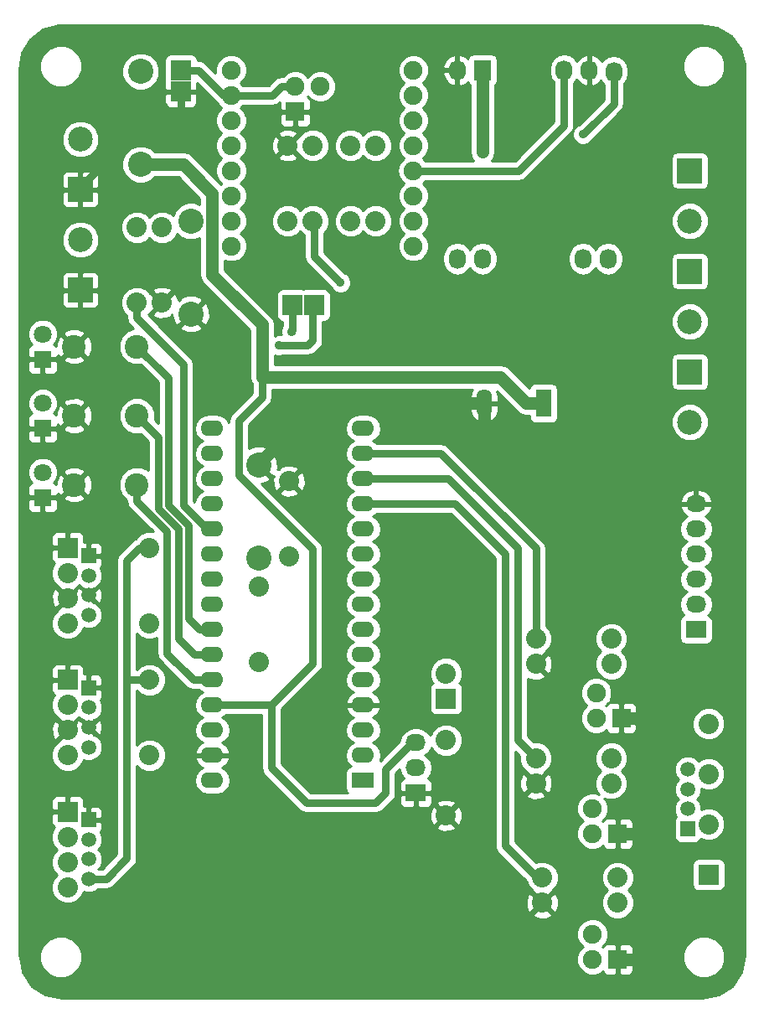
<source format=gtl>
G04 #@! TF.FileFunction,Copper,L1,Top,Signal*
%FSLAX46Y46*%
G04 Gerber Fmt 4.6, Leading zero omitted, Abs format (unit mm)*
G04 Created by KiCad (PCBNEW 4.0.4-stable) date 01/06/17 10:24:34*
%MOMM*%
%LPD*%
G01*
G04 APERTURE LIST*
%ADD10C,0.150000*%
%ADD11C,1.900000*%
%ADD12R,2.286000X1.574800*%
%ADD13O,2.286000X1.574800*%
%ADD14O,1.727200X2.032000*%
%ADD15R,1.727200X2.032000*%
%ADD16C,2.032000*%
%ADD17R,2.032000X2.032000*%
%ADD18C,2.540000*%
%ADD19R,2.499360X2.499360*%
%ADD20C,2.499360*%
%ADD21R,2.032000X1.727200*%
%ADD22O,2.032000X1.727200*%
%ADD23R,1.500000X1.500000*%
%ADD24C,1.500000*%
%ADD25C,2.400300*%
%ADD26R,1.800860X1.800860*%
%ADD27C,1.800860*%
%ADD28R,1.600000X2.800000*%
%ADD29O,1.600000X2.800000*%
%ADD30R,1.905000X1.905000*%
%ADD31C,1.905000*%
%ADD32C,0.889000*%
%ADD33C,1.270000*%
%ADD34C,0.762000*%
%ADD35C,0.254000*%
G04 APERTURE END LIST*
D10*
D11*
X40640000Y76835000D03*
X40640000Y79375000D03*
X40640000Y81915000D03*
X40640000Y84455000D03*
X40640000Y86995000D03*
X40640000Y89535000D03*
X40640000Y92075000D03*
X40640000Y94615000D03*
X22225000Y94615000D03*
X22225000Y92075000D03*
X22225000Y89535000D03*
X22225000Y86995000D03*
X22225000Y84455000D03*
X22225000Y81915000D03*
X22225000Y79375000D03*
X22225000Y76835000D03*
D12*
X35560000Y22860000D03*
D13*
X35560000Y25400000D03*
X35560000Y27940000D03*
X35560000Y30480000D03*
X35560000Y33020000D03*
X35560000Y35560000D03*
X35560000Y38100000D03*
X35560000Y40640000D03*
X35560000Y43180000D03*
X35560000Y45720000D03*
X35560000Y48260000D03*
X35560000Y50800000D03*
X35560000Y53340000D03*
X35560000Y55880000D03*
X35560000Y58420000D03*
X20320000Y58420000D03*
X20320000Y55880000D03*
X20320000Y53340000D03*
X20320000Y50800000D03*
X20320000Y48260000D03*
X20320000Y45720000D03*
X20320000Y43180000D03*
X20320000Y40640000D03*
X20320000Y38100000D03*
X20320000Y35560000D03*
X20320000Y33020000D03*
X20320000Y30480000D03*
X20320000Y27940000D03*
X20320000Y25400000D03*
X20320000Y22860000D03*
D14*
X58420000Y94615000D03*
D15*
X47625000Y94615000D03*
D14*
X60880000Y94455000D03*
X55880000Y94615000D03*
X45085000Y94615000D03*
X60325000Y75565000D03*
X57785000Y75565000D03*
X47625000Y75565000D03*
X45085000Y75565000D03*
D16*
X43942000Y33655000D03*
D17*
X43942000Y31115000D03*
D18*
X13081000Y85090000D03*
X13081000Y94488000D03*
X18161000Y79375000D03*
X18161000Y69977000D03*
X25019000Y45339000D03*
X25019000Y54737000D03*
D19*
X6985000Y72390000D03*
D20*
X6985000Y77470000D03*
D19*
X68580000Y84455000D03*
D20*
X68580000Y79375000D03*
D17*
X17145000Y94615000D03*
X17145000Y92456000D03*
D21*
X40894000Y21590000D03*
D22*
X40894000Y24130000D03*
X40894000Y26670000D03*
D17*
X70485000Y13335000D03*
D16*
X70485000Y18415000D03*
X70485000Y23495000D03*
X70485000Y28575000D03*
D23*
X68374000Y17955000D03*
D24*
X68374000Y19955000D03*
X68374000Y21955000D03*
X68374000Y23955000D03*
D19*
X68580000Y64135000D03*
D20*
X68580000Y59055000D03*
D19*
X68580000Y74295000D03*
D20*
X68580000Y69215000D03*
D19*
X6985000Y82550000D03*
D20*
X6985000Y87630000D03*
D16*
X43942000Y26924000D03*
X43942000Y19304000D03*
X12700000Y78740000D03*
X12700000Y71120000D03*
X13970000Y33020000D03*
X13970000Y25400000D03*
X15240000Y78740000D03*
X15240000Y71120000D03*
X13970000Y46355000D03*
X13970000Y38735000D03*
X25019000Y34798000D03*
X25019000Y42418000D03*
X28067000Y45466000D03*
X28067000Y53086000D03*
X30480000Y86995000D03*
X30480000Y79375000D03*
X34290000Y86995000D03*
X34290000Y79375000D03*
X36830000Y86995000D03*
X36830000Y79375000D03*
X27940000Y86995000D03*
X27940000Y79375000D03*
X53022500Y37147500D03*
X60642500Y37147500D03*
X60642500Y34607500D03*
X53022500Y34607500D03*
X53022500Y25082500D03*
X60642500Y25082500D03*
X60642500Y22542500D03*
X53022500Y22542500D03*
X53657500Y13017500D03*
X61277500Y13017500D03*
X61277500Y10477500D03*
X53657500Y10477500D03*
D25*
X6350000Y66675000D03*
X12700000Y66675000D03*
X6350000Y59690000D03*
X12700000Y59690000D03*
X6350000Y52705000D03*
X12700000Y52705000D03*
D26*
X3175000Y65405000D03*
D27*
X3175000Y67945000D03*
D26*
X3175000Y58420000D03*
D27*
X3175000Y60960000D03*
D26*
X3175000Y51435000D03*
D27*
X3175000Y53975000D03*
D17*
X5715000Y19685000D03*
D16*
X5715000Y17145000D03*
X5715000Y14605000D03*
X5715000Y12065000D03*
D23*
X7826000Y18875000D03*
D24*
X7826000Y16875000D03*
X7826000Y14875000D03*
X7826000Y12875000D03*
D17*
X5715000Y46355000D03*
D16*
X5715000Y43815000D03*
X5715000Y41275000D03*
X5715000Y38735000D03*
D23*
X7826000Y45545000D03*
D24*
X7826000Y43545000D03*
X7826000Y41545000D03*
X7826000Y39545000D03*
D17*
X5715000Y33020000D03*
D16*
X5715000Y30480000D03*
X5715000Y27940000D03*
X5715000Y25400000D03*
D23*
X7826000Y32210000D03*
D24*
X7826000Y30210000D03*
X7826000Y28210000D03*
X7826000Y26210000D03*
D28*
X53800000Y60960000D03*
D29*
X47800000Y60960000D03*
D21*
X69215000Y38100000D03*
D22*
X69215000Y40640000D03*
X69215000Y43180000D03*
X69215000Y45720000D03*
X69215000Y48260000D03*
X69215000Y50800000D03*
D30*
X61277500Y4762500D03*
D31*
X58737500Y7302500D03*
X58737500Y4762500D03*
D30*
X61277500Y17462500D03*
D31*
X58737500Y20002500D03*
X58737500Y17462500D03*
D30*
X61658500Y29146500D03*
D31*
X59118500Y31686500D03*
X59118500Y29146500D03*
D30*
X28702000Y90424000D03*
D31*
X31242000Y92964000D03*
X28702000Y92964000D03*
D17*
X28448000Y70866000D03*
X30607000Y70866000D03*
D32*
X47625000Y86360000D03*
X56515000Y37084000D03*
X33274000Y73152000D03*
X27051000Y66802000D03*
X28321000Y68199000D03*
X57785000Y88138000D03*
D33*
X47625000Y94615000D02*
X47625000Y86360000D01*
X25336500Y63627000D02*
X49403000Y63627000D01*
X52070000Y60960000D02*
X53800000Y60960000D01*
X49403000Y63627000D02*
X52070000Y60960000D01*
X13081000Y85090000D02*
X17399000Y85090000D01*
X20320000Y73914000D02*
X25336500Y68897500D01*
X20320000Y82169000D02*
X20320000Y73914000D01*
X17399000Y85090000D02*
X20320000Y82169000D01*
X25336500Y68897500D02*
X25336500Y63627000D01*
D34*
X25336500Y63627000D02*
X25400000Y63627000D01*
X25400000Y63627000D02*
X25336500Y63627000D01*
X40894000Y26670000D02*
X40513000Y26670000D01*
X40513000Y26670000D02*
X37846000Y24003000D01*
X37846000Y24003000D02*
X37846000Y21590000D01*
X37846000Y21590000D02*
X36830000Y20574000D01*
X36830000Y20574000D02*
X29845000Y20574000D01*
X29845000Y20574000D02*
X26289000Y24130000D01*
X26289000Y24130000D02*
X26289000Y30480000D01*
X25336500Y68897500D02*
X25336500Y63627000D01*
X25336500Y63627000D02*
X25336500Y61531500D01*
X25336500Y61531500D02*
X22987000Y59182000D01*
X22987000Y59182000D02*
X22987000Y53721000D01*
X22987000Y53721000D02*
X30480000Y46228000D01*
X30480000Y46228000D02*
X30480000Y34671000D01*
X30480000Y34671000D02*
X26289000Y30480000D01*
X26289000Y30480000D02*
X20955000Y30480000D01*
X13970000Y33020000D02*
X11684000Y33020000D01*
X11684000Y33020000D02*
X11811000Y33020000D01*
X11811000Y33020000D02*
X11684000Y33020000D01*
X7826000Y12875000D02*
X9573000Y12875000D01*
X9573000Y12875000D02*
X11684000Y14986000D01*
X11684000Y14986000D02*
X11684000Y33020000D01*
X11684000Y33020000D02*
X11684000Y35941000D01*
X11684000Y45085000D02*
X12954000Y46355000D01*
X11684000Y35941000D02*
X11684000Y45085000D01*
X12954000Y46355000D02*
X13970000Y46355000D01*
D33*
X62420500Y42989500D02*
X56515000Y37084000D01*
X63881000Y28448000D02*
X63881000Y41529000D01*
X47800000Y57610000D02*
X47800000Y60960000D01*
X63881000Y41529000D02*
X62420500Y42989500D01*
X62420500Y42989500D02*
X47800000Y57610000D01*
X61658500Y29146500D02*
X63182500Y29146500D01*
X63182500Y29146500D02*
X63881000Y28448000D01*
X63881000Y28448000D02*
X63881000Y5461000D01*
X61277500Y17462500D02*
X63881000Y17462500D01*
X63881000Y5461000D02*
X63182500Y4762500D01*
X63182500Y4762500D02*
X61277500Y4762500D01*
X25019000Y54737000D02*
X25019000Y54864000D01*
X25019000Y54864000D02*
X31115000Y60960000D01*
X31115000Y60960000D02*
X47800000Y60960000D01*
D34*
X63754000Y17399000D02*
X63881000Y17399000D01*
X63817500Y17399000D02*
X63754000Y17399000D01*
X63881000Y17462500D02*
X63817500Y17399000D01*
X63182500Y4762500D02*
X61277500Y4762500D01*
X63881000Y5461000D02*
X63182500Y4762500D01*
X63881000Y28448000D02*
X63881000Y17399000D01*
X63881000Y17399000D02*
X63881000Y5461000D01*
X63182500Y29146500D02*
X63881000Y28448000D01*
X47800000Y60960000D02*
X31115000Y60960000D01*
X6985000Y82550000D02*
X6985000Y82804000D01*
X6985000Y82804000D02*
X13716000Y89535000D01*
X17145000Y90170000D02*
X17145000Y92456000D01*
X16510000Y89535000D02*
X17145000Y90170000D01*
X13716000Y89535000D02*
X16510000Y89535000D01*
X31115000Y60960000D02*
X25019000Y54864000D01*
X20320000Y48260000D02*
X19812000Y48260000D01*
X19812000Y48260000D02*
X17399000Y50673000D01*
X17399000Y50673000D02*
X17399000Y64897000D01*
X17399000Y64897000D02*
X16510000Y65786000D01*
X12700000Y71120000D02*
X12700000Y69596000D01*
X12700000Y69596000D02*
X16510000Y65786000D01*
X30607000Y75819000D02*
X30607000Y79248000D01*
X33274000Y73152000D02*
X30607000Y75819000D01*
X30607000Y79248000D02*
X30480000Y79375000D01*
X53657500Y13017500D02*
X53149500Y13017500D01*
X53149500Y13017500D02*
X49911000Y16256000D01*
X49911000Y16256000D02*
X49911000Y45720000D01*
X49911000Y45720000D02*
X44831000Y50800000D01*
X44831000Y50800000D02*
X35560000Y50800000D01*
X35560000Y53340000D02*
X44196000Y53340000D01*
X51181000Y26924000D02*
X53022500Y25082500D01*
X51181000Y46355000D02*
X51181000Y26924000D01*
X44196000Y53340000D02*
X51181000Y46355000D01*
X35560000Y55880000D02*
X43434000Y55880000D01*
X53022500Y46291500D02*
X53022500Y37147500D01*
X43434000Y55880000D02*
X53022500Y46291500D01*
X30480000Y70739000D02*
X30480000Y67310000D01*
X29972000Y66802000D02*
X30480000Y67310000D01*
X29972000Y66802000D02*
X27051000Y66802000D01*
X30480000Y70739000D02*
X30607000Y70866000D01*
X28321000Y68199000D02*
X28448000Y68326000D01*
X28448000Y68326000D02*
X28448000Y70866000D01*
X20320000Y33020000D02*
X18415000Y33020000D01*
X15748000Y35687000D02*
X15748000Y48006000D01*
X18415000Y33020000D02*
X15748000Y35687000D01*
X20955000Y33020000D02*
X20193000Y33020000D01*
X15748000Y48006000D02*
X12700000Y51054000D01*
X12700000Y51054000D02*
X12700000Y52705000D01*
X16891000Y47625000D02*
X16891000Y48260000D01*
X14859000Y50292000D02*
X14859000Y52451000D01*
X16891000Y48260000D02*
X14859000Y50292000D01*
X20320000Y35560000D02*
X18542000Y35560000D01*
X14859000Y57531000D02*
X12700000Y59690000D01*
X14859000Y52451000D02*
X14859000Y57531000D01*
X16891000Y37211000D02*
X16891000Y47625000D01*
X18542000Y35560000D02*
X16891000Y37211000D01*
X19812000Y35560000D02*
X20955000Y35560000D01*
X20955000Y35560000D02*
X20066000Y35560000D01*
X17907000Y46990000D02*
X17907000Y48641000D01*
X15875000Y50673000D02*
X15875000Y52451000D01*
X17907000Y48641000D02*
X15875000Y50673000D01*
X20320000Y38100000D02*
X19050000Y38100000D01*
X15875000Y63500000D02*
X12700000Y66675000D01*
X15875000Y52451000D02*
X15875000Y63500000D01*
X17907000Y39243000D02*
X17907000Y46990000D01*
X19050000Y38100000D02*
X17907000Y39243000D01*
X20955000Y38100000D02*
X20574000Y38100000D01*
X12700000Y66675000D02*
X13462000Y66675000D01*
X22225000Y92075000D02*
X26416000Y92075000D01*
X27305000Y92964000D02*
X28702000Y92964000D01*
X26416000Y92075000D02*
X27305000Y92964000D01*
X17145000Y94615000D02*
X18923000Y94615000D01*
X18923000Y94615000D02*
X21463000Y92075000D01*
X21463000Y92075000D02*
X22225000Y92075000D01*
X40005000Y84455000D02*
X51308000Y84455000D01*
X55880000Y89027000D02*
X55880000Y94615000D01*
X51308000Y84455000D02*
X55880000Y89027000D01*
X60880000Y91233000D02*
X60880000Y94455000D01*
X57785000Y88138000D02*
X60880000Y91233000D01*
D35*
G36*
X71355919Y98876097D02*
X72735805Y98053052D01*
X73695686Y96764601D01*
X74107203Y95136589D01*
X74104500Y95123000D01*
X74104500Y5161303D01*
X73765704Y3458062D01*
X72846951Y2083051D01*
X71471938Y1164296D01*
X69768697Y825500D01*
X5161303Y825500D01*
X3458062Y1164296D01*
X2083051Y2083049D01*
X1164296Y3458062D01*
X941689Y4577185D01*
X2864630Y4577185D01*
X3188980Y3792200D01*
X3789041Y3191091D01*
X4573459Y2865372D01*
X5422815Y2864630D01*
X6207800Y3188980D01*
X6808909Y3789041D01*
X7134628Y4573459D01*
X7135370Y5422815D01*
X6811020Y6207800D01*
X6210959Y6808909D01*
X5779391Y6988112D01*
X57149725Y6988112D01*
X57390898Y6404428D01*
X57762435Y6032243D01*
X57392468Y5662921D01*
X57150276Y5079659D01*
X57149725Y4448112D01*
X57390898Y3864428D01*
X57837079Y3417468D01*
X58420341Y3175276D01*
X59051888Y3174725D01*
X59635572Y3415898D01*
X59752553Y3532675D01*
X59786673Y3450302D01*
X59965301Y3271673D01*
X60198690Y3175000D01*
X60991750Y3175000D01*
X61150500Y3333750D01*
X61150500Y4635500D01*
X61404500Y4635500D01*
X61404500Y3333750D01*
X61563250Y3175000D01*
X62356310Y3175000D01*
X62589699Y3271673D01*
X62768327Y3450302D01*
X62865000Y3683691D01*
X62865000Y4476750D01*
X62764565Y4577185D01*
X67864630Y4577185D01*
X68188980Y3792200D01*
X68789041Y3191091D01*
X69573459Y2865372D01*
X70422815Y2864630D01*
X71207800Y3188980D01*
X71808909Y3789041D01*
X72134628Y4573459D01*
X72135370Y5422815D01*
X71811020Y6207800D01*
X71210959Y6808909D01*
X70426541Y7134628D01*
X69577185Y7135370D01*
X68792200Y6811020D01*
X68191091Y6210959D01*
X67865372Y5426541D01*
X67864630Y4577185D01*
X62764565Y4577185D01*
X62706250Y4635500D01*
X61404500Y4635500D01*
X61150500Y4635500D01*
X61130500Y4635500D01*
X61130500Y4889500D01*
X61150500Y4889500D01*
X61150500Y6191250D01*
X61404500Y6191250D01*
X61404500Y4889500D01*
X62706250Y4889500D01*
X62865000Y5048250D01*
X62865000Y5841309D01*
X62768327Y6074698D01*
X62589699Y6253327D01*
X62356310Y6350000D01*
X61563250Y6350000D01*
X61404500Y6191250D01*
X61150500Y6191250D01*
X60991750Y6350000D01*
X60198690Y6350000D01*
X59965301Y6253327D01*
X59786673Y6074698D01*
X59752663Y5992590D01*
X59712565Y6032757D01*
X60082532Y6402079D01*
X60324724Y6985341D01*
X60325275Y7616888D01*
X60084102Y8200572D01*
X59637921Y8647532D01*
X59054659Y8889724D01*
X58423112Y8890275D01*
X57839428Y8649102D01*
X57392468Y8202921D01*
X57150276Y7619659D01*
X57149725Y6988112D01*
X5779391Y6988112D01*
X5426541Y7134628D01*
X4577185Y7135370D01*
X3792200Y6811020D01*
X3191091Y6210959D01*
X2865372Y5426541D01*
X2864630Y4577185D01*
X941689Y4577185D01*
X825500Y5161303D01*
X825500Y9313393D01*
X52672998Y9313393D01*
X52773620Y9044878D01*
X53389142Y8815684D01*
X54045519Y8839486D01*
X54541380Y9044878D01*
X54642002Y9313393D01*
X53657500Y10297895D01*
X52672998Y9313393D01*
X825500Y9313393D01*
X825500Y16818037D01*
X4063714Y16818037D01*
X4314534Y16211005D01*
X4650132Y15874821D01*
X4316166Y15541437D01*
X4064287Y14934845D01*
X4063714Y14278037D01*
X4314534Y13671005D01*
X4650132Y13334821D01*
X4316166Y13001437D01*
X4064287Y12394845D01*
X4063714Y11738037D01*
X4314534Y11131005D01*
X4778563Y10666166D01*
X5385155Y10414287D01*
X6041963Y10413714D01*
X6648995Y10664534D01*
X6730460Y10745858D01*
X51995684Y10745858D01*
X52019486Y10089481D01*
X52224878Y9593620D01*
X52493393Y9492998D01*
X53477895Y10477500D01*
X53837105Y10477500D01*
X54821607Y9492998D01*
X55090122Y9593620D01*
X55319316Y10209142D01*
X55295514Y10865519D01*
X55090122Y11361380D01*
X54821607Y11462002D01*
X53837105Y10477500D01*
X53477895Y10477500D01*
X52493393Y11462002D01*
X52224878Y11361380D01*
X51995684Y10745858D01*
X6730460Y10745858D01*
X7113834Y11128563D01*
X7305971Y11591279D01*
X7549298Y11490241D01*
X8100285Y11489760D01*
X8609515Y11700169D01*
X8768623Y11859000D01*
X9573000Y11859000D01*
X9897300Y11923507D01*
X9961807Y11936338D01*
X10291420Y12156580D01*
X12402421Y14267580D01*
X12622662Y14597193D01*
X12689251Y14931963D01*
X12700000Y14986000D01*
X12700000Y18139893D01*
X42957498Y18139893D01*
X43058120Y17871378D01*
X43673642Y17642184D01*
X44330019Y17665986D01*
X44825880Y17871378D01*
X44926502Y18139893D01*
X43942000Y19124395D01*
X42957498Y18139893D01*
X12700000Y18139893D01*
X12700000Y22860000D01*
X18507167Y22860000D01*
X18615441Y22315671D01*
X18923778Y21854211D01*
X19385238Y21545874D01*
X19929567Y21437600D01*
X20710433Y21437600D01*
X21254762Y21545874D01*
X21716222Y21854211D01*
X22024559Y22315671D01*
X22132833Y22860000D01*
X22024559Y23404329D01*
X21716222Y23865789D01*
X21321170Y24129754D01*
X21337262Y24134475D01*
X21771191Y24484014D01*
X22038327Y24973004D01*
X22055010Y25052940D01*
X21932852Y25273000D01*
X20447000Y25273000D01*
X20447000Y25253000D01*
X20193000Y25253000D01*
X20193000Y25273000D01*
X18707148Y25273000D01*
X18584990Y25052940D01*
X18601673Y24973004D01*
X18868809Y24484014D01*
X19302738Y24134475D01*
X19318830Y24129754D01*
X18923778Y23865789D01*
X18615441Y23404329D01*
X18507167Y22860000D01*
X12700000Y22860000D01*
X12700000Y24335311D01*
X13033563Y24001166D01*
X13640155Y23749287D01*
X14296963Y23748714D01*
X14903995Y23999534D01*
X15368834Y24463563D01*
X15620713Y25070155D01*
X15621286Y25726963D01*
X15370466Y26333995D01*
X14906437Y26798834D01*
X14299845Y27050713D01*
X13643037Y27051286D01*
X13036005Y26800466D01*
X12700000Y26465047D01*
X12700000Y31955311D01*
X13033563Y31621166D01*
X13640155Y31369287D01*
X14296963Y31368714D01*
X14903995Y31619534D01*
X15368834Y32083563D01*
X15620713Y32690155D01*
X15621286Y33346963D01*
X15370466Y33953995D01*
X14906437Y34418834D01*
X14299845Y34670713D01*
X13643037Y34671286D01*
X13036005Y34420466D01*
X12700000Y34085047D01*
X12700000Y37670311D01*
X13033563Y37336166D01*
X13640155Y37084287D01*
X14296963Y37083714D01*
X14732000Y37263467D01*
X14732000Y35687000D01*
X14760457Y35543937D01*
X14809338Y35298193D01*
X15029580Y34968580D01*
X17696580Y32301579D01*
X18026193Y32081338D01*
X18415000Y32004000D01*
X18939060Y32004000D01*
X19319199Y31750000D01*
X18923778Y31485789D01*
X18615441Y31024329D01*
X18507167Y30480000D01*
X18615441Y29935671D01*
X18923778Y29474211D01*
X19319199Y29210000D01*
X18923778Y28945789D01*
X18615441Y28484329D01*
X18507167Y27940000D01*
X18615441Y27395671D01*
X18923778Y26934211D01*
X19318830Y26670246D01*
X19302738Y26665525D01*
X18868809Y26315986D01*
X18601673Y25826996D01*
X18584990Y25747060D01*
X18707148Y25527000D01*
X20193000Y25527000D01*
X20193000Y25547000D01*
X20447000Y25547000D01*
X20447000Y25527000D01*
X21932852Y25527000D01*
X22055010Y25747060D01*
X22038327Y25826996D01*
X21771191Y26315986D01*
X21337262Y26665525D01*
X21321170Y26670246D01*
X21716222Y26934211D01*
X22024559Y27395671D01*
X22132833Y27940000D01*
X22024559Y28484329D01*
X21716222Y28945789D01*
X21320801Y29210000D01*
X21700940Y29464000D01*
X25273000Y29464000D01*
X25273000Y24130000D01*
X25325555Y23865789D01*
X25350338Y23741193D01*
X25570580Y23411580D01*
X29126579Y19855580D01*
X29282632Y19751309D01*
X29456194Y19635338D01*
X29845000Y19558000D01*
X36830000Y19558000D01*
X36902182Y19572358D01*
X42280184Y19572358D01*
X42303986Y18915981D01*
X42509378Y18420120D01*
X42777893Y18319498D01*
X43762395Y19304000D01*
X44121605Y19304000D01*
X45106107Y18319498D01*
X45374622Y18420120D01*
X45603816Y19035642D01*
X45580014Y19692019D01*
X45374622Y20187880D01*
X45106107Y20288502D01*
X44121605Y19304000D01*
X43762395Y19304000D01*
X42777893Y20288502D01*
X42509378Y20187880D01*
X42280184Y19572358D01*
X36902182Y19572358D01*
X37154300Y19622507D01*
X37218807Y19635338D01*
X37548420Y19855580D01*
X38564421Y20871580D01*
X38784662Y21201193D01*
X38805160Y21304250D01*
X39243000Y21304250D01*
X39243000Y20600090D01*
X39339673Y20366701D01*
X39518302Y20188073D01*
X39751691Y20091400D01*
X40608250Y20091400D01*
X40767000Y20250150D01*
X40767000Y21463000D01*
X41021000Y21463000D01*
X41021000Y20250150D01*
X41179750Y20091400D01*
X42036309Y20091400D01*
X42269698Y20188073D01*
X42448327Y20366701D01*
X42490330Y20468107D01*
X42957498Y20468107D01*
X43942000Y19483605D01*
X44926502Y20468107D01*
X44825880Y20736622D01*
X44210358Y20965816D01*
X43553981Y20942014D01*
X43058120Y20736622D01*
X42957498Y20468107D01*
X42490330Y20468107D01*
X42545000Y20600090D01*
X42545000Y21304250D01*
X42386250Y21463000D01*
X41021000Y21463000D01*
X40767000Y21463000D01*
X39401750Y21463000D01*
X39243000Y21304250D01*
X38805160Y21304250D01*
X38813770Y21347532D01*
X38862000Y21590000D01*
X38862000Y23582160D01*
X39243702Y23963862D01*
X39324729Y23556511D01*
X39649585Y23070330D01*
X39671780Y23055500D01*
X39518302Y22991927D01*
X39339673Y22813299D01*
X39243000Y22579910D01*
X39243000Y21875750D01*
X39401750Y21717000D01*
X40767000Y21717000D01*
X40767000Y21737000D01*
X41021000Y21737000D01*
X41021000Y21717000D01*
X42386250Y21717000D01*
X42545000Y21875750D01*
X42545000Y22579910D01*
X42448327Y22813299D01*
X42269698Y22991927D01*
X42116220Y23055500D01*
X42138415Y23070330D01*
X42463271Y23556511D01*
X42577345Y24130000D01*
X42463271Y24703489D01*
X42138415Y25189670D01*
X41823634Y25400000D01*
X42138415Y25610330D01*
X42463271Y26096511D01*
X42474403Y26152475D01*
X42541534Y25990005D01*
X43005563Y25525166D01*
X43612155Y25273287D01*
X44268963Y25272714D01*
X44875995Y25523534D01*
X45340834Y25987563D01*
X45592713Y26594155D01*
X45593286Y27250963D01*
X45342466Y27857995D01*
X44878437Y28322834D01*
X44271845Y28574713D01*
X43615037Y28575286D01*
X43008005Y28324466D01*
X42543166Y27860437D01*
X42354551Y27406201D01*
X42138415Y27729670D01*
X41652234Y28054526D01*
X41078745Y28168600D01*
X40709255Y28168600D01*
X40135766Y28054526D01*
X39649585Y27729670D01*
X39324729Y27243489D01*
X39244051Y26837891D01*
X37265236Y24859076D01*
X37372833Y25400000D01*
X37264559Y25944329D01*
X36956222Y26405789D01*
X36560801Y26670000D01*
X36956222Y26934211D01*
X37264559Y27395671D01*
X37372833Y27940000D01*
X37264559Y28484329D01*
X36956222Y28945789D01*
X36561170Y29209754D01*
X36577262Y29214475D01*
X37011191Y29564014D01*
X37278327Y30053004D01*
X37295010Y30132940D01*
X37172852Y30353000D01*
X35687000Y30353000D01*
X35687000Y30333000D01*
X35433000Y30333000D01*
X35433000Y30353000D01*
X33947148Y30353000D01*
X33824990Y30132940D01*
X33841673Y30053004D01*
X34108809Y29564014D01*
X34542738Y29214475D01*
X34558830Y29209754D01*
X34163778Y28945789D01*
X33855441Y28484329D01*
X33747167Y27940000D01*
X33855441Y27395671D01*
X34163778Y26934211D01*
X34559199Y26670000D01*
X34163778Y26405789D01*
X33855441Y25944329D01*
X33747167Y25400000D01*
X33855441Y24855671D01*
X34163778Y24394211D01*
X34335460Y24279497D01*
X34181683Y24250562D01*
X33965559Y24111490D01*
X33820569Y23899290D01*
X33769560Y23647400D01*
X33769560Y22072600D01*
X33813838Y21837283D01*
X33952910Y21621159D01*
X33998513Y21590000D01*
X30265841Y21590000D01*
X27305000Y24550840D01*
X27305000Y30059160D01*
X31198420Y33952579D01*
X31418662Y34282193D01*
X31446166Y34420466D01*
X31496000Y34671000D01*
X31496000Y46228000D01*
X31418662Y46616806D01*
X31322047Y46761400D01*
X31198420Y46946421D01*
X26222948Y51921893D01*
X27082498Y51921893D01*
X27183120Y51653378D01*
X27798642Y51424184D01*
X28455019Y51447986D01*
X28950880Y51653378D01*
X29051502Y51921893D01*
X28067000Y52906395D01*
X27082498Y51921893D01*
X26222948Y51921893D01*
X25305983Y52838857D01*
X25447632Y52842564D01*
X26055480Y53094343D01*
X26187172Y53389223D01*
X25019000Y54557395D01*
X25004858Y54543252D01*
X24825253Y54722857D01*
X24839395Y54737000D01*
X25198605Y54737000D01*
X26366777Y53568828D01*
X26508633Y53632180D01*
X26405184Y53354358D01*
X26428986Y52697981D01*
X26634378Y52202120D01*
X26902893Y52101498D01*
X27887395Y53086000D01*
X28246605Y53086000D01*
X29231107Y52101498D01*
X29499622Y52202120D01*
X29728816Y52817642D01*
X29705014Y53474019D01*
X29499622Y53969880D01*
X29231107Y54070502D01*
X28246605Y53086000D01*
X27887395Y53086000D01*
X27873253Y53100142D01*
X28052858Y53279747D01*
X28067000Y53265605D01*
X29051502Y54250107D01*
X28950880Y54518622D01*
X28335358Y54747816D01*
X27678981Y54724014D01*
X27183120Y54518622D01*
X27082499Y54250109D01*
X26968259Y54364349D01*
X26884235Y54280325D01*
X26933261Y54408036D01*
X26913436Y55165632D01*
X26661657Y55773480D01*
X26366777Y55905172D01*
X25198605Y54737000D01*
X24839395Y54737000D01*
X24825253Y54751142D01*
X25004858Y54930747D01*
X25019000Y54916605D01*
X26187172Y56084777D01*
X26055480Y56379657D01*
X25347964Y56651261D01*
X24590368Y56631436D01*
X24003000Y56388140D01*
X24003000Y58420000D01*
X33747167Y58420000D01*
X33855441Y57875671D01*
X34163778Y57414211D01*
X34559199Y57150000D01*
X34163778Y56885789D01*
X33855441Y56424329D01*
X33747167Y55880000D01*
X33855441Y55335671D01*
X34163778Y54874211D01*
X34559199Y54610000D01*
X34163778Y54345789D01*
X33855441Y53884329D01*
X33747167Y53340000D01*
X33855441Y52795671D01*
X34163778Y52334211D01*
X34559199Y52070000D01*
X34163778Y51805789D01*
X33855441Y51344329D01*
X33747167Y50800000D01*
X33855441Y50255671D01*
X34163778Y49794211D01*
X34559199Y49530000D01*
X34163778Y49265789D01*
X33855441Y48804329D01*
X33747167Y48260000D01*
X33855441Y47715671D01*
X34163778Y47254211D01*
X34559199Y46990000D01*
X34163778Y46725789D01*
X33855441Y46264329D01*
X33747167Y45720000D01*
X33855441Y45175671D01*
X34163778Y44714211D01*
X34559199Y44450000D01*
X34163778Y44185789D01*
X33855441Y43724329D01*
X33747167Y43180000D01*
X33855441Y42635671D01*
X34163778Y42174211D01*
X34559199Y41910000D01*
X34163778Y41645789D01*
X33855441Y41184329D01*
X33747167Y40640000D01*
X33855441Y40095671D01*
X34163778Y39634211D01*
X34559199Y39370000D01*
X34163778Y39105789D01*
X33855441Y38644329D01*
X33747167Y38100000D01*
X33855441Y37555671D01*
X34163778Y37094211D01*
X34559199Y36830000D01*
X34163778Y36565789D01*
X33855441Y36104329D01*
X33747167Y35560000D01*
X33855441Y35015671D01*
X34163778Y34554211D01*
X34559199Y34290000D01*
X34163778Y34025789D01*
X33855441Y33564329D01*
X33747167Y33020000D01*
X33855441Y32475671D01*
X34163778Y32014211D01*
X34558830Y31750246D01*
X34542738Y31745525D01*
X34108809Y31395986D01*
X33841673Y30906996D01*
X33824990Y30827060D01*
X33947148Y30607000D01*
X35433000Y30607000D01*
X35433000Y30627000D01*
X35687000Y30627000D01*
X35687000Y30607000D01*
X37172852Y30607000D01*
X37295010Y30827060D01*
X37278327Y30906996D01*
X37011191Y31395986D01*
X36577262Y31745525D01*
X36561170Y31750246D01*
X36956222Y32014211D01*
X37034257Y32131000D01*
X42278560Y32131000D01*
X42278560Y30099000D01*
X42322838Y29863683D01*
X42461910Y29647559D01*
X42674110Y29502569D01*
X42926000Y29451560D01*
X44958000Y29451560D01*
X45193317Y29495838D01*
X45409441Y29634910D01*
X45554431Y29847110D01*
X45605440Y30099000D01*
X45605440Y32131000D01*
X45561162Y32366317D01*
X45422090Y32582441D01*
X45292900Y32670713D01*
X45340834Y32718563D01*
X45592713Y33325155D01*
X45593286Y33981963D01*
X45342466Y34588995D01*
X44878437Y35053834D01*
X44271845Y35305713D01*
X43615037Y35306286D01*
X43008005Y35055466D01*
X42543166Y34591437D01*
X42291287Y33984845D01*
X42290714Y33328037D01*
X42541534Y32721005D01*
X42591872Y32670579D01*
X42474559Y32595090D01*
X42329569Y32382890D01*
X42278560Y32131000D01*
X37034257Y32131000D01*
X37264559Y32475671D01*
X37372833Y33020000D01*
X37264559Y33564329D01*
X36956222Y34025789D01*
X36560801Y34290000D01*
X36956222Y34554211D01*
X37264559Y35015671D01*
X37372833Y35560000D01*
X37264559Y36104329D01*
X36956222Y36565789D01*
X36560801Y36830000D01*
X36956222Y37094211D01*
X37264559Y37555671D01*
X37372833Y38100000D01*
X37264559Y38644329D01*
X36956222Y39105789D01*
X36560801Y39370000D01*
X36956222Y39634211D01*
X37264559Y40095671D01*
X37372833Y40640000D01*
X37264559Y41184329D01*
X36956222Y41645789D01*
X36560801Y41910000D01*
X36956222Y42174211D01*
X37264559Y42635671D01*
X37372833Y43180000D01*
X37264559Y43724329D01*
X36956222Y44185789D01*
X36560801Y44450000D01*
X36956222Y44714211D01*
X37264559Y45175671D01*
X37372833Y45720000D01*
X37264559Y46264329D01*
X36956222Y46725789D01*
X36560801Y46990000D01*
X36956222Y47254211D01*
X37264559Y47715671D01*
X37372833Y48260000D01*
X37264559Y48804329D01*
X36956222Y49265789D01*
X36560801Y49530000D01*
X36940940Y49784000D01*
X44410160Y49784000D01*
X48895000Y45299159D01*
X48895000Y16256000D01*
X48936282Y16048461D01*
X48972338Y15867193D01*
X49192580Y15537580D01*
X52006243Y12723916D01*
X52006214Y12690537D01*
X52257034Y12083505D01*
X52679866Y11659935D01*
X52672998Y11641607D01*
X53657500Y10657105D01*
X54642002Y11641607D01*
X54634953Y11660417D01*
X55056334Y12081063D01*
X55308213Y12687655D01*
X55308215Y12690537D01*
X59626214Y12690537D01*
X59877034Y12083505D01*
X60212632Y11747321D01*
X59878666Y11413937D01*
X59626787Y10807345D01*
X59626214Y10150537D01*
X59877034Y9543505D01*
X60341063Y9078666D01*
X60947655Y8826787D01*
X61604463Y8826214D01*
X62211495Y9077034D01*
X62676334Y9541063D01*
X62928213Y10147655D01*
X62928786Y10804463D01*
X62677966Y11411495D01*
X62342368Y11747679D01*
X62676334Y12081063D01*
X62928213Y12687655D01*
X62928786Y13344463D01*
X62677966Y13951495D01*
X62279158Y14351000D01*
X68821560Y14351000D01*
X68821560Y12319000D01*
X68865838Y12083683D01*
X69004910Y11867559D01*
X69217110Y11722569D01*
X69469000Y11671560D01*
X71501000Y11671560D01*
X71736317Y11715838D01*
X71952441Y11854910D01*
X72097431Y12067110D01*
X72148440Y12319000D01*
X72148440Y14351000D01*
X72104162Y14586317D01*
X71965090Y14802441D01*
X71752890Y14947431D01*
X71501000Y14998440D01*
X69469000Y14998440D01*
X69233683Y14954162D01*
X69017559Y14815090D01*
X68872569Y14602890D01*
X68821560Y14351000D01*
X62279158Y14351000D01*
X62213937Y14416334D01*
X61607345Y14668213D01*
X60950537Y14668786D01*
X60343505Y14417966D01*
X59878666Y13953937D01*
X59626787Y13347345D01*
X59626214Y12690537D01*
X55308215Y12690537D01*
X55308786Y13344463D01*
X55057966Y13951495D01*
X54593937Y14416334D01*
X53987345Y14668213D01*
X53330537Y14668786D01*
X53050686Y14553154D01*
X50927000Y16676840D01*
X50927000Y19688112D01*
X57149725Y19688112D01*
X57390898Y19104428D01*
X57762435Y18732243D01*
X57392468Y18362921D01*
X57150276Y17779659D01*
X57149725Y17148112D01*
X57390898Y16564428D01*
X57837079Y16117468D01*
X58420341Y15875276D01*
X59051888Y15874725D01*
X59635572Y16115898D01*
X59752553Y16232675D01*
X59786673Y16150302D01*
X59965301Y15971673D01*
X60198690Y15875000D01*
X60991750Y15875000D01*
X61150500Y16033750D01*
X61150500Y17335500D01*
X61404500Y17335500D01*
X61404500Y16033750D01*
X61563250Y15875000D01*
X62356310Y15875000D01*
X62589699Y15971673D01*
X62768327Y16150302D01*
X62865000Y16383691D01*
X62865000Y17176750D01*
X62706250Y17335500D01*
X61404500Y17335500D01*
X61150500Y17335500D01*
X61130500Y17335500D01*
X61130500Y17589500D01*
X61150500Y17589500D01*
X61150500Y18891250D01*
X61404500Y18891250D01*
X61404500Y17589500D01*
X62706250Y17589500D01*
X62865000Y17748250D01*
X62865000Y18541309D01*
X62797197Y18705000D01*
X66976560Y18705000D01*
X66976560Y17205000D01*
X67020838Y16969683D01*
X67159910Y16753559D01*
X67372110Y16608569D01*
X67624000Y16557560D01*
X69124000Y16557560D01*
X69359317Y16601838D01*
X69575441Y16740910D01*
X69716008Y16946637D01*
X70155155Y16764287D01*
X70811963Y16763714D01*
X71418995Y17014534D01*
X71883834Y17478563D01*
X72135713Y18085155D01*
X72136286Y18741963D01*
X71885466Y19348995D01*
X71421437Y19813834D01*
X70814845Y20065713D01*
X70158037Y20066286D01*
X69758954Y19901388D01*
X69759240Y20229285D01*
X69548831Y20738515D01*
X69332687Y20955036D01*
X69547461Y21169436D01*
X69758759Y21678298D01*
X69759047Y22008765D01*
X70155155Y21844287D01*
X70811963Y21843714D01*
X71418995Y22094534D01*
X71883834Y22558563D01*
X72135713Y23165155D01*
X72136286Y23821963D01*
X71885466Y24428995D01*
X71421437Y24893834D01*
X70814845Y25145713D01*
X70158037Y25146286D01*
X69551005Y24895466D01*
X69471441Y24816040D01*
X69159564Y25128461D01*
X68650702Y25339759D01*
X68099715Y25340240D01*
X67590485Y25129831D01*
X67200539Y24740564D01*
X66989241Y24231702D01*
X66988760Y23680715D01*
X67199169Y23171485D01*
X67415313Y22954964D01*
X67200539Y22740564D01*
X66989241Y22231702D01*
X66988760Y21680715D01*
X67199169Y21171485D01*
X67415313Y20954964D01*
X67200539Y20740564D01*
X66989241Y20231702D01*
X66988760Y19680715D01*
X67194362Y19183120D01*
X67172559Y19169090D01*
X67027569Y18956890D01*
X66976560Y18705000D01*
X62797197Y18705000D01*
X62768327Y18774698D01*
X62589699Y18953327D01*
X62356310Y19050000D01*
X61563250Y19050000D01*
X61404500Y18891250D01*
X61150500Y18891250D01*
X60991750Y19050000D01*
X60198690Y19050000D01*
X59965301Y18953327D01*
X59786673Y18774698D01*
X59752663Y18692590D01*
X59712565Y18732757D01*
X60082532Y19102079D01*
X60324724Y19685341D01*
X60325275Y20316888D01*
X60084102Y20900572D01*
X59937270Y21047661D01*
X60312655Y20891787D01*
X60969463Y20891214D01*
X61576495Y21142034D01*
X62041334Y21606063D01*
X62293213Y22212655D01*
X62293786Y22869463D01*
X62042966Y23476495D01*
X61707368Y23812679D01*
X62041334Y24146063D01*
X62293213Y24752655D01*
X62293786Y25409463D01*
X62042966Y26016495D01*
X61578937Y26481334D01*
X60972345Y26733213D01*
X60315537Y26733786D01*
X59708505Y26482966D01*
X59243666Y26018937D01*
X58991787Y25412345D01*
X58991214Y24755537D01*
X59242034Y24148505D01*
X59577632Y23812321D01*
X59243666Y23478937D01*
X58991787Y22872345D01*
X58991214Y22215537D01*
X59242034Y21608505D01*
X59406714Y21443538D01*
X59054659Y21589724D01*
X58423112Y21590275D01*
X57839428Y21349102D01*
X57392468Y20902921D01*
X57150276Y20319659D01*
X57149725Y19688112D01*
X50927000Y19688112D01*
X50927000Y21378393D01*
X52037998Y21378393D01*
X52138620Y21109878D01*
X52754142Y20880684D01*
X53410519Y20904486D01*
X53906380Y21109878D01*
X54007002Y21378393D01*
X53022500Y22362895D01*
X52037998Y21378393D01*
X50927000Y21378393D01*
X50927000Y22810858D01*
X51360684Y22810858D01*
X51384486Y22154481D01*
X51589878Y21658620D01*
X51858393Y21557998D01*
X52842895Y22542500D01*
X53202105Y22542500D01*
X54186607Y21557998D01*
X54455122Y21658620D01*
X54684316Y22274142D01*
X54660514Y22930519D01*
X54455122Y23426380D01*
X54186607Y23527002D01*
X53202105Y22542500D01*
X52842895Y22542500D01*
X51858393Y23527002D01*
X51589878Y23426380D01*
X51360684Y22810858D01*
X50927000Y22810858D01*
X50927000Y25741160D01*
X51371686Y25296474D01*
X51371214Y24755537D01*
X51622034Y24148505D01*
X52044866Y23724935D01*
X52037998Y23706607D01*
X53022500Y22722105D01*
X54007002Y23706607D01*
X53999953Y23725417D01*
X54421334Y24146063D01*
X54673213Y24752655D01*
X54673786Y25409463D01*
X54422966Y26016495D01*
X53958937Y26481334D01*
X53352345Y26733213D01*
X52808153Y26733688D01*
X52197000Y27344840D01*
X52197000Y31372112D01*
X57530725Y31372112D01*
X57771898Y30788428D01*
X58143435Y30416243D01*
X57773468Y30046921D01*
X57531276Y29463659D01*
X57530725Y28832112D01*
X57771898Y28248428D01*
X58218079Y27801468D01*
X58801341Y27559276D01*
X59432888Y27558725D01*
X60016572Y27799898D01*
X60133553Y27916675D01*
X60167673Y27834302D01*
X60346301Y27655673D01*
X60579690Y27559000D01*
X61372750Y27559000D01*
X61531500Y27717750D01*
X61531500Y29019500D01*
X61785500Y29019500D01*
X61785500Y27717750D01*
X61944250Y27559000D01*
X62737310Y27559000D01*
X62970699Y27655673D01*
X63149327Y27834302D01*
X63246000Y28067691D01*
X63246000Y28248037D01*
X68833714Y28248037D01*
X69084534Y27641005D01*
X69548563Y27176166D01*
X70155155Y26924287D01*
X70811963Y26923714D01*
X71418995Y27174534D01*
X71883834Y27638563D01*
X72135713Y28245155D01*
X72136286Y28901963D01*
X71885466Y29508995D01*
X71421437Y29973834D01*
X70814845Y30225713D01*
X70158037Y30226286D01*
X69551005Y29975466D01*
X69086166Y29511437D01*
X68834287Y28904845D01*
X68833714Y28248037D01*
X63246000Y28248037D01*
X63246000Y28860750D01*
X63087250Y29019500D01*
X61785500Y29019500D01*
X61531500Y29019500D01*
X61511500Y29019500D01*
X61511500Y29273500D01*
X61531500Y29273500D01*
X61531500Y30575250D01*
X61785500Y30575250D01*
X61785500Y29273500D01*
X63087250Y29273500D01*
X63246000Y29432250D01*
X63246000Y30225309D01*
X63149327Y30458698D01*
X62970699Y30637327D01*
X62737310Y30734000D01*
X61944250Y30734000D01*
X61785500Y30575250D01*
X61531500Y30575250D01*
X61372750Y30734000D01*
X60579690Y30734000D01*
X60346301Y30637327D01*
X60167673Y30458698D01*
X60133663Y30376590D01*
X60093565Y30416757D01*
X60463532Y30786079D01*
X60705724Y31369341D01*
X60706275Y32000888D01*
X60465102Y32584572D01*
X60018921Y33031532D01*
X59435659Y33273724D01*
X58804112Y33274275D01*
X58220428Y33033102D01*
X57773468Y32586921D01*
X57531276Y32003659D01*
X57530725Y31372112D01*
X52197000Y31372112D01*
X52197000Y33153140D01*
X52754142Y32945684D01*
X53410519Y32969486D01*
X53906380Y33174878D01*
X54007002Y33443393D01*
X53022500Y34427895D01*
X53008358Y34413752D01*
X52828753Y34593357D01*
X52842895Y34607500D01*
X53202105Y34607500D01*
X54186607Y33622998D01*
X54455122Y33723620D01*
X54684316Y34339142D01*
X54660514Y34995519D01*
X54455122Y35491380D01*
X54186607Y35592002D01*
X53202105Y34607500D01*
X52842895Y34607500D01*
X52828753Y34621642D01*
X53008358Y34801247D01*
X53022500Y34787105D01*
X54007002Y35771607D01*
X53999953Y35790417D01*
X54421334Y36211063D01*
X54673213Y36817655D01*
X54673215Y36820537D01*
X58991214Y36820537D01*
X59242034Y36213505D01*
X59577632Y35877321D01*
X59243666Y35543937D01*
X58991787Y34937345D01*
X58991214Y34280537D01*
X59242034Y33673505D01*
X59706063Y33208666D01*
X60312655Y32956787D01*
X60969463Y32956214D01*
X61576495Y33207034D01*
X62041334Y33671063D01*
X62293213Y34277655D01*
X62293786Y34934463D01*
X62042966Y35541495D01*
X61707368Y35877679D01*
X62041334Y36211063D01*
X62293213Y36817655D01*
X62293786Y37474463D01*
X62042966Y38081495D01*
X61578937Y38546334D01*
X60972345Y38798213D01*
X60315537Y38798786D01*
X59708505Y38547966D01*
X59243666Y38083937D01*
X58991787Y37477345D01*
X58991214Y36820537D01*
X54673215Y36820537D01*
X54673786Y37474463D01*
X54422966Y38081495D01*
X54038500Y38466632D01*
X54038500Y46291500D01*
X53961162Y46680306D01*
X53961162Y46680307D01*
X53740921Y47009920D01*
X52490841Y48260000D01*
X67531655Y48260000D01*
X67645729Y47686511D01*
X67970585Y47200330D01*
X68285366Y46990000D01*
X67970585Y46779670D01*
X67645729Y46293489D01*
X67531655Y45720000D01*
X67645729Y45146511D01*
X67970585Y44660330D01*
X68285366Y44450000D01*
X67970585Y44239670D01*
X67645729Y43753489D01*
X67531655Y43180000D01*
X67645729Y42606511D01*
X67970585Y42120330D01*
X68285366Y41910000D01*
X67970585Y41699670D01*
X67645729Y41213489D01*
X67531655Y40640000D01*
X67645729Y40066511D01*
X67970585Y39580330D01*
X67984913Y39570757D01*
X67963683Y39566762D01*
X67747559Y39427690D01*
X67602569Y39215490D01*
X67551560Y38963600D01*
X67551560Y37236400D01*
X67595838Y37001083D01*
X67734910Y36784959D01*
X67947110Y36639969D01*
X68199000Y36588960D01*
X70231000Y36588960D01*
X70466317Y36633238D01*
X70682441Y36772310D01*
X70827431Y36984510D01*
X70878440Y37236400D01*
X70878440Y38963600D01*
X70834162Y39198917D01*
X70695090Y39415041D01*
X70482890Y39560031D01*
X70441561Y39568400D01*
X70459415Y39580330D01*
X70784271Y40066511D01*
X70898345Y40640000D01*
X70784271Y41213489D01*
X70459415Y41699670D01*
X70144634Y41910000D01*
X70459415Y42120330D01*
X70784271Y42606511D01*
X70898345Y43180000D01*
X70784271Y43753489D01*
X70459415Y44239670D01*
X70144634Y44450000D01*
X70459415Y44660330D01*
X70784271Y45146511D01*
X70898345Y45720000D01*
X70784271Y46293489D01*
X70459415Y46779670D01*
X70144634Y46990000D01*
X70459415Y47200330D01*
X70784271Y47686511D01*
X70898345Y48260000D01*
X70784271Y48833489D01*
X70459415Y49319670D01*
X70149931Y49526461D01*
X70565732Y49897964D01*
X70819709Y50425209D01*
X70822358Y50440974D01*
X70701217Y50673000D01*
X69342000Y50673000D01*
X69342000Y50653000D01*
X69088000Y50653000D01*
X69088000Y50673000D01*
X67728783Y50673000D01*
X67607642Y50440974D01*
X67610291Y50425209D01*
X67864268Y49897964D01*
X68280069Y49526461D01*
X67970585Y49319670D01*
X67645729Y48833489D01*
X67531655Y48260000D01*
X52490841Y48260000D01*
X49591815Y51159026D01*
X67607642Y51159026D01*
X67728783Y50927000D01*
X69088000Y50927000D01*
X69088000Y52140924D01*
X69342000Y52140924D01*
X69342000Y50927000D01*
X70701217Y50927000D01*
X70822358Y51159026D01*
X70819709Y51174791D01*
X70565732Y51702036D01*
X70129320Y52091954D01*
X69576913Y52285184D01*
X69342000Y52140924D01*
X69088000Y52140924D01*
X68853087Y52285184D01*
X68300680Y52091954D01*
X67864268Y51702036D01*
X67610291Y51174791D01*
X67607642Y51159026D01*
X49591815Y51159026D01*
X44152420Y56598420D01*
X43822807Y56818662D01*
X43758300Y56831493D01*
X43434000Y56896000D01*
X36940940Y56896000D01*
X36560801Y57150000D01*
X36956222Y57414211D01*
X37264559Y57875671D01*
X37372833Y58420000D01*
X37320766Y58681759D01*
X66694994Y58681759D01*
X66981314Y57988809D01*
X67511021Y57458178D01*
X68203469Y57170648D01*
X68953241Y57169994D01*
X69646191Y57456314D01*
X70176822Y57986021D01*
X70464352Y58678469D01*
X70465006Y59428241D01*
X70178686Y60121191D01*
X69648979Y60651822D01*
X68956531Y60939352D01*
X68206759Y60940006D01*
X67513809Y60653686D01*
X66983178Y60123979D01*
X66695648Y59431531D01*
X66694994Y58681759D01*
X37320766Y58681759D01*
X37264559Y58964329D01*
X36956222Y59425789D01*
X36494762Y59734126D01*
X35950433Y59842400D01*
X35169567Y59842400D01*
X34625238Y59734126D01*
X34163778Y59425789D01*
X33855441Y58964329D01*
X33747167Y58420000D01*
X24003000Y58420000D01*
X24003000Y58761160D01*
X26054921Y60813080D01*
X26068231Y60833000D01*
X46365000Y60833000D01*
X46365000Y60233000D01*
X46522834Y59693517D01*
X46875104Y59255500D01*
X47368181Y58985633D01*
X47450961Y58968096D01*
X47673000Y59090085D01*
X47673000Y60833000D01*
X47927000Y60833000D01*
X47927000Y59090085D01*
X48149039Y58968096D01*
X48231819Y58985633D01*
X48724896Y59255500D01*
X49077166Y59693517D01*
X49235000Y60233000D01*
X49235000Y60833000D01*
X47927000Y60833000D01*
X47673000Y60833000D01*
X46365000Y60833000D01*
X26068231Y60833000D01*
X26275162Y61142693D01*
X26287993Y61207200D01*
X26352500Y61531500D01*
X26352500Y62357000D01*
X46627801Y62357000D01*
X46522834Y62226483D01*
X46365000Y61687000D01*
X46365000Y61087000D01*
X47673000Y61087000D01*
X47673000Y61107000D01*
X47927000Y61107000D01*
X47927000Y61087000D01*
X49235000Y61087000D01*
X49235000Y61687000D01*
X49105991Y62127957D01*
X51171972Y60061977D01*
X51171974Y60061974D01*
X51569015Y59796680D01*
X51583992Y59786673D01*
X52070000Y59689999D01*
X52070005Y59690000D01*
X52352560Y59690000D01*
X52352560Y59560000D01*
X52396838Y59324683D01*
X52535910Y59108559D01*
X52748110Y58963569D01*
X53000000Y58912560D01*
X54600000Y58912560D01*
X54835317Y58956838D01*
X55051441Y59095910D01*
X55196431Y59308110D01*
X55247440Y59560000D01*
X55247440Y62360000D01*
X55203162Y62595317D01*
X55064090Y62811441D01*
X54851890Y62956431D01*
X54600000Y63007440D01*
X53000000Y63007440D01*
X52764683Y62963162D01*
X52548559Y62824090D01*
X52403569Y62611890D01*
X52371672Y62454379D01*
X50301026Y64525026D01*
X49889008Y64800327D01*
X49403000Y64897001D01*
X49402995Y64897000D01*
X26606500Y64897000D01*
X26606500Y65384680D01*
X66682880Y65384680D01*
X66682880Y62885320D01*
X66727158Y62650003D01*
X66866230Y62433879D01*
X67078430Y62288889D01*
X67330320Y62237880D01*
X69829680Y62237880D01*
X70064997Y62282158D01*
X70281121Y62421230D01*
X70426111Y62633430D01*
X70477120Y62885320D01*
X70477120Y65384680D01*
X70432842Y65619997D01*
X70293770Y65836121D01*
X70081570Y65981111D01*
X69829680Y66032120D01*
X67330320Y66032120D01*
X67095003Y65987842D01*
X66878879Y65848770D01*
X66733889Y65636570D01*
X66682880Y65384680D01*
X26606500Y65384680D01*
X26606500Y65817707D01*
X26835332Y65722687D01*
X27264784Y65722313D01*
X27418918Y65786000D01*
X29972000Y65786000D01*
X30296300Y65850507D01*
X30360807Y65863338D01*
X30690420Y66083580D01*
X31198420Y66591579D01*
X31418661Y66921193D01*
X31418662Y66921194D01*
X31496000Y67310000D01*
X31496000Y68841759D01*
X66694994Y68841759D01*
X66981314Y68148809D01*
X67511021Y67618178D01*
X68203469Y67330648D01*
X68953241Y67329994D01*
X69646191Y67616314D01*
X70176822Y68146021D01*
X70464352Y68838469D01*
X70465006Y69588241D01*
X70178686Y70281191D01*
X69648979Y70811822D01*
X68956531Y71099352D01*
X68206759Y71100006D01*
X67513809Y70813686D01*
X66983178Y70283979D01*
X66695648Y69591531D01*
X66694994Y68841759D01*
X31496000Y68841759D01*
X31496000Y69202560D01*
X31623000Y69202560D01*
X31858317Y69246838D01*
X32074441Y69385910D01*
X32219431Y69598110D01*
X32270440Y69850000D01*
X32270440Y71882000D01*
X32226162Y72117317D01*
X32087090Y72333441D01*
X31874890Y72478431D01*
X31623000Y72529440D01*
X29591000Y72529440D01*
X29525169Y72517053D01*
X29464000Y72529440D01*
X27432000Y72529440D01*
X27196683Y72485162D01*
X26980559Y72346090D01*
X26835569Y72133890D01*
X26784560Y71882000D01*
X26784560Y69850000D01*
X26828838Y69614683D01*
X26967910Y69398559D01*
X27180110Y69253569D01*
X27432000Y69202560D01*
X27432000Y68836863D01*
X27406378Y68811286D01*
X27241687Y68414668D01*
X27241313Y67985216D01*
X27287885Y67872503D01*
X27266668Y67881313D01*
X26837216Y67881687D01*
X26606500Y67786357D01*
X26606500Y68897500D01*
X26509827Y69383508D01*
X26234526Y69795526D01*
X26234523Y69795528D01*
X21590000Y74440052D01*
X21590000Y75382463D01*
X21908341Y75250276D01*
X22538893Y75249725D01*
X23121657Y75490519D01*
X23567914Y75935997D01*
X23809724Y76518341D01*
X23810275Y77148893D01*
X23569481Y77731657D01*
X23196529Y78105261D01*
X23567914Y78475997D01*
X23805445Y79048037D01*
X26288714Y79048037D01*
X26539534Y78441005D01*
X27003563Y77976166D01*
X27610155Y77724287D01*
X28266963Y77723714D01*
X28873995Y77974534D01*
X29210179Y78310132D01*
X29543563Y77976166D01*
X29591000Y77956468D01*
X29591000Y75819000D01*
X29655507Y75494700D01*
X29668338Y75430193D01*
X29888580Y75100580D01*
X32295265Y72693894D01*
X32358311Y72541311D01*
X32661714Y72237378D01*
X33058332Y72072687D01*
X33487784Y72072313D01*
X33884689Y72236311D01*
X34188622Y72539714D01*
X34353313Y72936332D01*
X34353687Y73365784D01*
X34189689Y73762689D01*
X33886286Y74066622D01*
X33732262Y74130579D01*
X31623000Y76239840D01*
X31623000Y78183175D01*
X31878834Y78438563D01*
X32130713Y79045155D01*
X32130715Y79048037D01*
X32638714Y79048037D01*
X32889534Y78441005D01*
X33353563Y77976166D01*
X33960155Y77724287D01*
X34616963Y77723714D01*
X35223995Y77974534D01*
X35560179Y78310132D01*
X35893563Y77976166D01*
X36500155Y77724287D01*
X37156963Y77723714D01*
X37763995Y77974534D01*
X38228834Y78438563D01*
X38480713Y79045155D01*
X38481286Y79701963D01*
X38230466Y80308995D01*
X37766437Y80773834D01*
X37159845Y81025713D01*
X36503037Y81026286D01*
X35896005Y80775466D01*
X35559821Y80439868D01*
X35226437Y80773834D01*
X34619845Y81025713D01*
X33963037Y81026286D01*
X33356005Y80775466D01*
X32891166Y80311437D01*
X32639287Y79704845D01*
X32638714Y79048037D01*
X32130715Y79048037D01*
X32131286Y79701963D01*
X31880466Y80308995D01*
X31416437Y80773834D01*
X30809845Y81025713D01*
X30153037Y81026286D01*
X29546005Y80775466D01*
X29209821Y80439868D01*
X28876437Y80773834D01*
X28269845Y81025713D01*
X27613037Y81026286D01*
X27006005Y80775466D01*
X26541166Y80311437D01*
X26289287Y79704845D01*
X26288714Y79048037D01*
X23805445Y79048037D01*
X23809724Y79058341D01*
X23810275Y79688893D01*
X23569481Y80271657D01*
X23196529Y80645261D01*
X23567914Y81015997D01*
X23809724Y81598341D01*
X23810275Y82228893D01*
X23569481Y82811657D01*
X23196529Y83185261D01*
X23567914Y83555997D01*
X23809724Y84138341D01*
X23810000Y84455000D01*
X38989000Y84455000D01*
X39066338Y84066194D01*
X39117019Y83990345D01*
X39295519Y83558343D01*
X39668471Y83184739D01*
X39297086Y82814003D01*
X39055276Y82231659D01*
X39054725Y81601107D01*
X39295519Y81018343D01*
X39668471Y80644739D01*
X39297086Y80274003D01*
X39055276Y79691659D01*
X39054725Y79061107D01*
X39295519Y78478343D01*
X39668471Y78104739D01*
X39297086Y77734003D01*
X39055276Y77151659D01*
X39054725Y76521107D01*
X39295519Y75938343D01*
X39740997Y75492086D01*
X40323341Y75250276D01*
X40953893Y75249725D01*
X41536657Y75490519D01*
X41796336Y75749745D01*
X43586400Y75749745D01*
X43586400Y75380255D01*
X43700474Y74806766D01*
X44025330Y74320585D01*
X44511511Y73995729D01*
X45085000Y73881655D01*
X45658489Y73995729D01*
X46144670Y74320585D01*
X46355000Y74635366D01*
X46565330Y74320585D01*
X47051511Y73995729D01*
X47625000Y73881655D01*
X48198489Y73995729D01*
X48684670Y74320585D01*
X49009526Y74806766D01*
X49123600Y75380255D01*
X49123600Y75749745D01*
X56286400Y75749745D01*
X56286400Y75380255D01*
X56400474Y74806766D01*
X56725330Y74320585D01*
X57211511Y73995729D01*
X57785000Y73881655D01*
X58358489Y73995729D01*
X58844670Y74320585D01*
X59055000Y74635366D01*
X59265330Y74320585D01*
X59751511Y73995729D01*
X60325000Y73881655D01*
X60898489Y73995729D01*
X61384670Y74320585D01*
X61709526Y74806766D01*
X61823600Y75380255D01*
X61823600Y75544680D01*
X66682880Y75544680D01*
X66682880Y73045320D01*
X66727158Y72810003D01*
X66866230Y72593879D01*
X67078430Y72448889D01*
X67330320Y72397880D01*
X69829680Y72397880D01*
X70064997Y72442158D01*
X70281121Y72581230D01*
X70426111Y72793430D01*
X70477120Y73045320D01*
X70477120Y75544680D01*
X70432842Y75779997D01*
X70293770Y75996121D01*
X70081570Y76141111D01*
X69829680Y76192120D01*
X67330320Y76192120D01*
X67095003Y76147842D01*
X66878879Y76008770D01*
X66733889Y75796570D01*
X66682880Y75544680D01*
X61823600Y75544680D01*
X61823600Y75749745D01*
X61709526Y76323234D01*
X61384670Y76809415D01*
X60898489Y77134271D01*
X60325000Y77248345D01*
X59751511Y77134271D01*
X59265330Y76809415D01*
X59055000Y76494634D01*
X58844670Y76809415D01*
X58358489Y77134271D01*
X57785000Y77248345D01*
X57211511Y77134271D01*
X56725330Y76809415D01*
X56400474Y76323234D01*
X56286400Y75749745D01*
X49123600Y75749745D01*
X49009526Y76323234D01*
X48684670Y76809415D01*
X48198489Y77134271D01*
X47625000Y77248345D01*
X47051511Y77134271D01*
X46565330Y76809415D01*
X46355000Y76494634D01*
X46144670Y76809415D01*
X45658489Y77134271D01*
X45085000Y77248345D01*
X44511511Y77134271D01*
X44025330Y76809415D01*
X43700474Y76323234D01*
X43586400Y75749745D01*
X41796336Y75749745D01*
X41982914Y75935997D01*
X42224724Y76518341D01*
X42225275Y77148893D01*
X41984481Y77731657D01*
X41611529Y78105261D01*
X41982914Y78475997D01*
X42201229Y79001759D01*
X66694994Y79001759D01*
X66981314Y78308809D01*
X67511021Y77778178D01*
X68203469Y77490648D01*
X68953241Y77489994D01*
X69646191Y77776314D01*
X70176822Y78306021D01*
X70464352Y78998469D01*
X70465006Y79748241D01*
X70178686Y80441191D01*
X69648979Y80971822D01*
X68956531Y81259352D01*
X68206759Y81260006D01*
X67513809Y80973686D01*
X66983178Y80443979D01*
X66695648Y79751531D01*
X66694994Y79001759D01*
X42201229Y79001759D01*
X42224724Y79058341D01*
X42225275Y79688893D01*
X41984481Y80271657D01*
X41611529Y80645261D01*
X41982914Y81015997D01*
X42224724Y81598341D01*
X42225275Y82228893D01*
X41984481Y82811657D01*
X41611529Y83185261D01*
X41865712Y83439000D01*
X51308000Y83439000D01*
X51632300Y83503507D01*
X51696807Y83516338D01*
X52026420Y83736580D01*
X53994520Y85704680D01*
X66682880Y85704680D01*
X66682880Y83205320D01*
X66727158Y82970003D01*
X66866230Y82753879D01*
X67078430Y82608889D01*
X67330320Y82557880D01*
X69829680Y82557880D01*
X70064997Y82602158D01*
X70281121Y82741230D01*
X70426111Y82953430D01*
X70477120Y83205320D01*
X70477120Y85704680D01*
X70432842Y85939997D01*
X70293770Y86156121D01*
X70081570Y86301111D01*
X69829680Y86352120D01*
X67330320Y86352120D01*
X67095003Y86307842D01*
X66878879Y86168770D01*
X66733889Y85956570D01*
X66682880Y85704680D01*
X53994520Y85704680D01*
X56214056Y87924216D01*
X56705313Y87924216D01*
X56869311Y87527311D01*
X57172714Y87223378D01*
X57569332Y87058687D01*
X57998784Y87058313D01*
X58395689Y87222311D01*
X58699622Y87525714D01*
X58763579Y87679739D01*
X61598421Y90514580D01*
X61818662Y90844193D01*
X61861389Y91059000D01*
X61896000Y91233000D01*
X61896000Y93181406D01*
X61939670Y93210585D01*
X62264526Y93696766D01*
X62378600Y94270255D01*
X62378600Y94577185D01*
X67864630Y94577185D01*
X68188980Y93792200D01*
X68789041Y93191091D01*
X69573459Y92865372D01*
X70422815Y92864630D01*
X71207800Y93188980D01*
X71808909Y93789041D01*
X72134628Y94573459D01*
X72135370Y95422815D01*
X71811020Y96207800D01*
X71210959Y96808909D01*
X70426541Y97134628D01*
X69577185Y97135370D01*
X68792200Y96811020D01*
X68191091Y96210959D01*
X67865372Y95426541D01*
X67864630Y94577185D01*
X62378600Y94577185D01*
X62378600Y94639745D01*
X62264526Y95213234D01*
X61939670Y95699415D01*
X61453489Y96024271D01*
X60880000Y96138345D01*
X60306511Y96024271D01*
X59820330Y95699415D01*
X59708934Y95532700D01*
X59322036Y95965732D01*
X58794791Y96219709D01*
X58779026Y96222358D01*
X58547000Y96101217D01*
X58547000Y94742000D01*
X58567000Y94742000D01*
X58567000Y94488000D01*
X58547000Y94488000D01*
X58547000Y93128783D01*
X58779026Y93007642D01*
X58794791Y93010291D01*
X59322036Y93264268D01*
X59586603Y93560382D01*
X59820330Y93210585D01*
X59864000Y93181406D01*
X59864000Y91653841D01*
X57326896Y89116736D01*
X57174311Y89053689D01*
X56870378Y88750286D01*
X56705687Y88353668D01*
X56705313Y87924216D01*
X56214056Y87924216D01*
X56598420Y88308579D01*
X56779593Y88579724D01*
X56818662Y88638194D01*
X56896000Y89027000D01*
X56896000Y93341406D01*
X56939670Y93370585D01*
X57146461Y93680069D01*
X57517964Y93264268D01*
X58045209Y93010291D01*
X58060974Y93007642D01*
X58293000Y93128783D01*
X58293000Y94488000D01*
X58273000Y94488000D01*
X58273000Y94742000D01*
X58293000Y94742000D01*
X58293000Y96101217D01*
X58060974Y96222358D01*
X58045209Y96219709D01*
X57517964Y95965732D01*
X57146461Y95549931D01*
X56939670Y95859415D01*
X56453489Y96184271D01*
X55880000Y96298345D01*
X55306511Y96184271D01*
X54820330Y95859415D01*
X54495474Y95373234D01*
X54381400Y94799745D01*
X54381400Y94430255D01*
X54495474Y93856766D01*
X54820330Y93370585D01*
X54864000Y93341406D01*
X54864000Y89447841D01*
X50887160Y85471000D01*
X48529057Y85471000D01*
X48798327Y85873992D01*
X48895000Y86360000D01*
X48895000Y93105927D01*
X48940041Y93134910D01*
X49085031Y93347110D01*
X49136040Y93599000D01*
X49136040Y95631000D01*
X49091762Y95866317D01*
X48952690Y96082441D01*
X48740490Y96227431D01*
X48488600Y96278440D01*
X46761400Y96278440D01*
X46526083Y96234162D01*
X46309959Y96095090D01*
X46164969Y95882890D01*
X46145768Y95788073D01*
X45987036Y95965732D01*
X45459791Y96219709D01*
X45444026Y96222358D01*
X45212000Y96101217D01*
X45212000Y94742000D01*
X45232000Y94742000D01*
X45232000Y94488000D01*
X45212000Y94488000D01*
X45212000Y93128783D01*
X45444026Y93007642D01*
X45459791Y93010291D01*
X45987036Y93264268D01*
X46143907Y93439845D01*
X46158238Y93363683D01*
X46297310Y93147559D01*
X46355000Y93108141D01*
X46355000Y86360000D01*
X46451673Y85873992D01*
X46720943Y85471000D01*
X41865346Y85471000D01*
X41611529Y85725261D01*
X41982914Y86095997D01*
X42224724Y86678341D01*
X42225275Y87308893D01*
X41984481Y87891657D01*
X41611529Y88265261D01*
X41982914Y88635997D01*
X42224724Y89218341D01*
X42225275Y89848893D01*
X41984481Y90431657D01*
X41611529Y90805261D01*
X41982914Y91175997D01*
X42224724Y91758341D01*
X42225275Y92388893D01*
X41984481Y92971657D01*
X41611529Y93345261D01*
X41982914Y93715997D01*
X42205932Y94253087D01*
X43599816Y94253087D01*
X43793046Y93700680D01*
X44182964Y93264268D01*
X44710209Y93010291D01*
X44725974Y93007642D01*
X44958000Y93128783D01*
X44958000Y94488000D01*
X43744076Y94488000D01*
X43599816Y94253087D01*
X42205932Y94253087D01*
X42224724Y94298341D01*
X42225275Y94928893D01*
X42205434Y94976913D01*
X43599816Y94976913D01*
X43744076Y94742000D01*
X44958000Y94742000D01*
X44958000Y96101217D01*
X44725974Y96222358D01*
X44710209Y96219709D01*
X44182964Y95965732D01*
X43793046Y95529320D01*
X43599816Y94976913D01*
X42205434Y94976913D01*
X41984481Y95511657D01*
X41539003Y95957914D01*
X40956659Y96199724D01*
X40326107Y96200275D01*
X39743343Y95959481D01*
X39297086Y95514003D01*
X39055276Y94931659D01*
X39054725Y94301107D01*
X39295519Y93718343D01*
X39668471Y93344739D01*
X39297086Y92974003D01*
X39055276Y92391659D01*
X39054725Y91761107D01*
X39295519Y91178343D01*
X39668471Y90804739D01*
X39297086Y90434003D01*
X39055276Y89851659D01*
X39054725Y89221107D01*
X39295519Y88638343D01*
X39668471Y88264739D01*
X39297086Y87894003D01*
X39055276Y87311659D01*
X39054725Y86681107D01*
X39295519Y86098343D01*
X39668471Y85724739D01*
X39297086Y85354003D01*
X39116254Y84918510D01*
X39066338Y84843806D01*
X38989000Y84455000D01*
X23810000Y84455000D01*
X23810275Y84768893D01*
X23569481Y85351657D01*
X23196529Y85725261D01*
X23302345Y85830893D01*
X26955498Y85830893D01*
X27056120Y85562378D01*
X27671642Y85333184D01*
X28328019Y85356986D01*
X28823880Y85562378D01*
X28924502Y85830893D01*
X27940000Y86815395D01*
X26955498Y85830893D01*
X23302345Y85830893D01*
X23567914Y86095997D01*
X23809724Y86678341D01*
X23810235Y87263358D01*
X26278184Y87263358D01*
X26301986Y86606981D01*
X26507378Y86111120D01*
X26775893Y86010498D01*
X27760395Y86995000D01*
X28119605Y86995000D01*
X29104107Y86010498D01*
X29122917Y86017547D01*
X29543563Y85596166D01*
X30150155Y85344287D01*
X30806963Y85343714D01*
X31413995Y85594534D01*
X31878834Y86058563D01*
X32130713Y86665155D01*
X32130715Y86668037D01*
X32638714Y86668037D01*
X32889534Y86061005D01*
X33353563Y85596166D01*
X33960155Y85344287D01*
X34616963Y85343714D01*
X35223995Y85594534D01*
X35560179Y85930132D01*
X35893563Y85596166D01*
X36500155Y85344287D01*
X37156963Y85343714D01*
X37763995Y85594534D01*
X38228834Y86058563D01*
X38480713Y86665155D01*
X38481286Y87321963D01*
X38230466Y87928995D01*
X37766437Y88393834D01*
X37159845Y88645713D01*
X36503037Y88646286D01*
X35896005Y88395466D01*
X35559821Y88059868D01*
X35226437Y88393834D01*
X34619845Y88645713D01*
X33963037Y88646286D01*
X33356005Y88395466D01*
X32891166Y87931437D01*
X32639287Y87324845D01*
X32638714Y86668037D01*
X32130715Y86668037D01*
X32131286Y87321963D01*
X31880466Y87928995D01*
X31416437Y88393834D01*
X30809845Y88645713D01*
X30153037Y88646286D01*
X29546005Y88395466D01*
X29122435Y87972634D01*
X29104107Y87979502D01*
X28119605Y86995000D01*
X27760395Y86995000D01*
X26775893Y87979502D01*
X26507378Y87878880D01*
X26278184Y87263358D01*
X23810235Y87263358D01*
X23810275Y87308893D01*
X23569481Y87891657D01*
X23302498Y88159107D01*
X26955498Y88159107D01*
X27940000Y87174605D01*
X28924502Y88159107D01*
X28823880Y88427622D01*
X28208358Y88656816D01*
X27551981Y88633014D01*
X27056120Y88427622D01*
X26955498Y88159107D01*
X23302498Y88159107D01*
X23196529Y88265261D01*
X23567914Y88635997D01*
X23809724Y89218341D01*
X23810275Y89848893D01*
X23690715Y90138250D01*
X27114500Y90138250D01*
X27114500Y89345190D01*
X27211173Y89111801D01*
X27389802Y88933173D01*
X27623191Y88836500D01*
X28416250Y88836500D01*
X28575000Y88995250D01*
X28575000Y90297000D01*
X28829000Y90297000D01*
X28829000Y88995250D01*
X28987750Y88836500D01*
X29780809Y88836500D01*
X30014198Y88933173D01*
X30192827Y89111801D01*
X30289500Y89345190D01*
X30289500Y90138250D01*
X30130750Y90297000D01*
X28829000Y90297000D01*
X28575000Y90297000D01*
X27273250Y90297000D01*
X27114500Y90138250D01*
X23690715Y90138250D01*
X23569481Y90431657D01*
X23196529Y90805261D01*
X23450712Y91059000D01*
X26416000Y91059000D01*
X26740300Y91123507D01*
X26804807Y91136338D01*
X27114500Y91343270D01*
X27114500Y90709750D01*
X27273250Y90551000D01*
X28575000Y90551000D01*
X28575000Y90571000D01*
X28829000Y90571000D01*
X28829000Y90551000D01*
X30130750Y90551000D01*
X30289500Y90709750D01*
X30289500Y91502810D01*
X30192827Y91736199D01*
X30014198Y91914827D01*
X29932090Y91948837D01*
X29972257Y91988935D01*
X30341579Y91618968D01*
X30924841Y91376776D01*
X31556388Y91376225D01*
X32140072Y91617398D01*
X32587032Y92063579D01*
X32829224Y92646841D01*
X32829775Y93278388D01*
X32588602Y93862072D01*
X32142421Y94309032D01*
X31559159Y94551224D01*
X30927612Y94551775D01*
X30343928Y94310602D01*
X29971743Y93939065D01*
X29602421Y94309032D01*
X29019159Y94551224D01*
X28387612Y94551775D01*
X27803928Y94310602D01*
X27472749Y93980000D01*
X27305000Y93980000D01*
X26980700Y93915493D01*
X26916193Y93902662D01*
X26586580Y93682421D01*
X25995160Y93091000D01*
X23450346Y93091000D01*
X23196529Y93345261D01*
X23567914Y93715997D01*
X23809724Y94298341D01*
X23810275Y94928893D01*
X23569481Y95511657D01*
X23124003Y95957914D01*
X22541659Y96199724D01*
X21911107Y96200275D01*
X21328343Y95959481D01*
X20882086Y95514003D01*
X20640276Y94931659D01*
X20639755Y94335086D01*
X19641420Y95333420D01*
X19311807Y95553662D01*
X19237185Y95568505D01*
X18923000Y95631000D01*
X18808440Y95631000D01*
X18764162Y95866317D01*
X18625090Y96082441D01*
X18412890Y96227431D01*
X18161000Y96278440D01*
X16129000Y96278440D01*
X15893683Y96234162D01*
X15677559Y96095090D01*
X15532569Y95882890D01*
X15481560Y95631000D01*
X15481560Y93599000D01*
X15494000Y93532887D01*
X15494000Y92741750D01*
X15652750Y92583000D01*
X17018000Y92583000D01*
X17018000Y92603000D01*
X17272000Y92603000D01*
X17272000Y92583000D01*
X18637250Y92583000D01*
X18796000Y92741750D01*
X18796000Y93305160D01*
X20744579Y91356580D01*
X20830630Y91299082D01*
X20880519Y91178343D01*
X21253471Y90804739D01*
X20882086Y90434003D01*
X20640276Y89851659D01*
X20639725Y89221107D01*
X20880519Y88638343D01*
X21253471Y88264739D01*
X20882086Y87894003D01*
X20640276Y87311659D01*
X20639725Y86681107D01*
X20880519Y86098343D01*
X21253471Y85724739D01*
X20882086Y85354003D01*
X20640276Y84771659D01*
X20639725Y84141107D01*
X20880519Y83558343D01*
X21253471Y83184739D01*
X21176824Y83108227D01*
X18297026Y85988026D01*
X17885008Y86263327D01*
X17399000Y86360001D01*
X17398995Y86360000D01*
X14504944Y86360000D01*
X14161505Y86704039D01*
X13461590Y86994668D01*
X12703735Y86995330D01*
X12003314Y86705922D01*
X11466961Y86170505D01*
X11176332Y85470590D01*
X11175670Y84712735D01*
X11465078Y84012314D01*
X12000495Y83475961D01*
X12700410Y83185332D01*
X13458265Y83184670D01*
X14158686Y83474078D01*
X14505213Y83820000D01*
X16872948Y83820000D01*
X19050000Y81642949D01*
X19050000Y81068559D01*
X18541590Y81279668D01*
X17783735Y81280330D01*
X17083314Y80990922D01*
X16546961Y80455505D01*
X16345249Y79969727D01*
X16176437Y80138834D01*
X15569845Y80390713D01*
X14913037Y80391286D01*
X14306005Y80140466D01*
X13969821Y79804868D01*
X13636437Y80138834D01*
X13029845Y80390713D01*
X12373037Y80391286D01*
X11766005Y80140466D01*
X11301166Y79676437D01*
X11049287Y79069845D01*
X11048714Y78413037D01*
X11299534Y77806005D01*
X11763563Y77341166D01*
X12370155Y77089287D01*
X13026963Y77088714D01*
X13633995Y77339534D01*
X13970179Y77675132D01*
X14303563Y77341166D01*
X14910155Y77089287D01*
X15566963Y77088714D01*
X16173995Y77339534D01*
X16638834Y77803563D01*
X16756086Y78085937D01*
X17080495Y77760961D01*
X17780410Y77470332D01*
X18538265Y77469670D01*
X19050000Y77681115D01*
X19050000Y73914005D01*
X19049999Y73914000D01*
X19146673Y73427992D01*
X19421974Y73015974D01*
X24066500Y68371449D01*
X24066500Y63627000D01*
X24163173Y63140992D01*
X24320500Y62905535D01*
X24320500Y61952341D01*
X22268580Y59900420D01*
X22048338Y59570807D01*
X22036322Y59510395D01*
X21971000Y59182000D01*
X21971000Y59044486D01*
X21716222Y59425789D01*
X21254762Y59734126D01*
X20710433Y59842400D01*
X19929567Y59842400D01*
X19385238Y59734126D01*
X18923778Y59425789D01*
X18615441Y58964329D01*
X18507167Y58420000D01*
X18615441Y57875671D01*
X18923778Y57414211D01*
X19319199Y57150000D01*
X18923778Y56885789D01*
X18615441Y56424329D01*
X18507167Y55880000D01*
X18615441Y55335671D01*
X18923778Y54874211D01*
X19319199Y54610000D01*
X18923778Y54345789D01*
X18615441Y53884329D01*
X18507167Y53340000D01*
X18615441Y52795671D01*
X18923778Y52334211D01*
X19319199Y52070000D01*
X18923778Y51805789D01*
X18615441Y51344329D01*
X18540627Y50968213D01*
X18415000Y51093840D01*
X18415000Y64897000D01*
X18337662Y65285806D01*
X18337662Y65285807D01*
X18117421Y65615420D01*
X17228423Y66504417D01*
X17228421Y66504420D01*
X15103618Y68629223D01*
X16992828Y68629223D01*
X17124520Y68334343D01*
X17832036Y68062739D01*
X18589632Y68082564D01*
X19197480Y68334343D01*
X19329172Y68629223D01*
X18161000Y69797395D01*
X16992828Y68629223D01*
X15103618Y68629223D01*
X13823816Y69909024D01*
X13870766Y69955893D01*
X14255498Y69955893D01*
X14356120Y69687378D01*
X14971642Y69458184D01*
X15628019Y69481986D01*
X16123880Y69687378D01*
X16224501Y69955891D01*
X16256744Y69923648D01*
X16266564Y69548368D01*
X16518343Y68940520D01*
X16813223Y68808828D01*
X17981395Y69977000D01*
X18340605Y69977000D01*
X19508777Y68808828D01*
X19803657Y68940520D01*
X20075261Y69648036D01*
X20055436Y70405632D01*
X19803657Y71013480D01*
X19508777Y71145172D01*
X18340605Y69977000D01*
X17981395Y69977000D01*
X17967253Y69991142D01*
X18146858Y70170747D01*
X18161000Y70156605D01*
X19329172Y71324777D01*
X19197480Y71619657D01*
X18489964Y71891261D01*
X17732368Y71871436D01*
X17124520Y71619657D01*
X16992829Y71324779D01*
X16880589Y71437019D01*
X16878014Y71508019D01*
X16672622Y72003880D01*
X16404107Y72104502D01*
X15419605Y71120000D01*
X15433748Y71105857D01*
X15254143Y70926252D01*
X15240000Y70940395D01*
X14255498Y69955893D01*
X13870766Y69955893D01*
X14057565Y70142366D01*
X14075893Y70135498D01*
X15060395Y71120000D01*
X14075893Y72104502D01*
X14057083Y72097453D01*
X13870755Y72284107D01*
X14255498Y72284107D01*
X15240000Y71299605D01*
X16224502Y72284107D01*
X16123880Y72552622D01*
X15508358Y72781816D01*
X14851981Y72758014D01*
X14356120Y72552622D01*
X14255498Y72284107D01*
X13870755Y72284107D01*
X13636437Y72518834D01*
X13029845Y72770713D01*
X12373037Y72771286D01*
X11766005Y72520466D01*
X11301166Y72056437D01*
X11049287Y71449845D01*
X11048714Y70793037D01*
X11299534Y70186005D01*
X11684000Y69800868D01*
X11684000Y69596000D01*
X11726267Y69383508D01*
X11761338Y69207193D01*
X11981580Y68877580D01*
X12348702Y68510457D01*
X12336568Y68510468D01*
X11661829Y68231672D01*
X11145142Y67715886D01*
X10865169Y67041635D01*
X10864532Y66311568D01*
X11143328Y65636829D01*
X11659114Y65120142D01*
X12333365Y64840169D01*
X13063432Y64839532D01*
X13088337Y64849823D01*
X14859000Y63079159D01*
X14859000Y58967841D01*
X14525631Y59301209D01*
X14534831Y59323365D01*
X14535468Y60053432D01*
X14256672Y60728171D01*
X13740886Y61244858D01*
X13066635Y61524831D01*
X12336568Y61525468D01*
X11661829Y61246672D01*
X11145142Y60730886D01*
X10865169Y60056635D01*
X10864532Y59326568D01*
X11143328Y58651829D01*
X11659114Y58135142D01*
X12333365Y57855169D01*
X13063432Y57854532D01*
X13088337Y57864823D01*
X13843000Y57110159D01*
X13843000Y54157566D01*
X13740886Y54259858D01*
X13066635Y54539831D01*
X12336568Y54540468D01*
X11661829Y54261672D01*
X11145142Y53745886D01*
X10865169Y53071635D01*
X10864532Y52341568D01*
X11143328Y51666829D01*
X11659114Y51150142D01*
X11684000Y51139808D01*
X11684000Y51054000D01*
X11734524Y50800000D01*
X11761338Y50665193D01*
X11981580Y50335580D01*
X14319684Y47997475D01*
X14299845Y48005713D01*
X13643037Y48006286D01*
X13036005Y47755466D01*
X12575436Y47295699D01*
X12565194Y47293662D01*
X12470160Y47230162D01*
X12235579Y47073420D01*
X10965580Y45803420D01*
X10745338Y45473807D01*
X10745338Y45473806D01*
X10668000Y45085000D01*
X10668000Y15406841D01*
X9152160Y13891000D01*
X8800679Y13891000D01*
X8999461Y14089436D01*
X9210759Y14598298D01*
X9211240Y15149285D01*
X9000831Y15658515D01*
X8784687Y15875036D01*
X8999461Y16089436D01*
X9210759Y16598298D01*
X9211240Y17149285D01*
X9002793Y17653767D01*
X9114327Y17765302D01*
X9211000Y17998691D01*
X9211000Y18589250D01*
X9052250Y18748000D01*
X7953000Y18748000D01*
X7953000Y18728000D01*
X7699000Y18728000D01*
X7699000Y18748000D01*
X7679000Y18748000D01*
X7679000Y19002000D01*
X7699000Y19002000D01*
X7699000Y20101250D01*
X7953000Y20101250D01*
X7953000Y19002000D01*
X9052250Y19002000D01*
X9211000Y19160750D01*
X9211000Y19751309D01*
X9114327Y19984698D01*
X8935699Y20163327D01*
X8702310Y20260000D01*
X8111750Y20260000D01*
X7953000Y20101250D01*
X7699000Y20101250D01*
X7540250Y20260000D01*
X7366000Y20260000D01*
X7366000Y20827309D01*
X7269327Y21060698D01*
X7090699Y21239327D01*
X6857310Y21336000D01*
X6000750Y21336000D01*
X5842000Y21177250D01*
X5842000Y19812000D01*
X5862000Y19812000D01*
X5862000Y19558000D01*
X5842000Y19558000D01*
X5842000Y19538000D01*
X5588000Y19538000D01*
X5588000Y19558000D01*
X4222750Y19558000D01*
X4064000Y19399250D01*
X4064000Y18542691D01*
X4160673Y18309302D01*
X4339301Y18130673D01*
X4357808Y18123007D01*
X4316166Y18081437D01*
X4064287Y17474845D01*
X4063714Y16818037D01*
X825500Y16818037D01*
X825500Y20827309D01*
X4064000Y20827309D01*
X4064000Y19970750D01*
X4222750Y19812000D01*
X5588000Y19812000D01*
X5588000Y21177250D01*
X5429250Y21336000D01*
X4572690Y21336000D01*
X4339301Y21239327D01*
X4160673Y21060698D01*
X4064000Y20827309D01*
X825500Y20827309D01*
X825500Y25073037D01*
X4063714Y25073037D01*
X4314534Y24466005D01*
X4778563Y24001166D01*
X5385155Y23749287D01*
X6041963Y23748714D01*
X6648995Y23999534D01*
X7113834Y24463563D01*
X7305971Y24926279D01*
X7549298Y24825241D01*
X8100285Y24824760D01*
X8609515Y25035169D01*
X8999461Y25424436D01*
X9210759Y25933298D01*
X9211240Y26484285D01*
X9000831Y26993515D01*
X8611564Y27383461D01*
X8374494Y27481901D01*
X7826000Y28030395D01*
X7811858Y28016252D01*
X7632253Y28195857D01*
X7646395Y28210000D01*
X8005605Y28210000D01*
X8797517Y27418088D01*
X9038460Y27486077D01*
X9223201Y28005171D01*
X9195230Y28555448D01*
X9038460Y28933923D01*
X8797517Y29001912D01*
X8005605Y28210000D01*
X7646395Y28210000D01*
X7229015Y28627380D01*
X7147622Y28823880D01*
X6963529Y28892866D01*
X6854483Y29001912D01*
X6613540Y28933923D01*
X6461600Y28506995D01*
X5894605Y27940000D01*
X5908748Y27925857D01*
X5729143Y27746252D01*
X5715000Y27760395D01*
X4730498Y26775893D01*
X4737547Y26757083D01*
X4316166Y26336437D01*
X4064287Y25729845D01*
X4063714Y25073037D01*
X825500Y25073037D01*
X825500Y28208358D01*
X4053184Y28208358D01*
X4076986Y27551981D01*
X4282378Y27056120D01*
X4550893Y26955498D01*
X5535395Y27940000D01*
X4550893Y28924502D01*
X4282378Y28823880D01*
X4053184Y28208358D01*
X825500Y28208358D01*
X825500Y30153037D01*
X4063714Y30153037D01*
X4314534Y29546005D01*
X4737366Y29122435D01*
X4730498Y29104107D01*
X5715000Y28119605D01*
X6699502Y29104107D01*
X6692453Y29122917D01*
X6823559Y29253794D01*
X7040436Y29036539D01*
X7277506Y28938099D01*
X7826000Y28389605D01*
X8374428Y28938033D01*
X8609515Y29035169D01*
X8999461Y29424436D01*
X9210759Y29933298D01*
X9211240Y30484285D01*
X9002793Y30988767D01*
X9114327Y31100302D01*
X9211000Y31333691D01*
X9211000Y31924250D01*
X9052250Y32083000D01*
X7953000Y32083000D01*
X7953000Y32063000D01*
X7699000Y32063000D01*
X7699000Y32083000D01*
X7679000Y32083000D01*
X7679000Y32337000D01*
X7699000Y32337000D01*
X7699000Y33436250D01*
X7953000Y33436250D01*
X7953000Y32337000D01*
X9052250Y32337000D01*
X9211000Y32495750D01*
X9211000Y33086309D01*
X9114327Y33319698D01*
X8935699Y33498327D01*
X8702310Y33595000D01*
X8111750Y33595000D01*
X7953000Y33436250D01*
X7699000Y33436250D01*
X7540250Y33595000D01*
X7366000Y33595000D01*
X7366000Y34162309D01*
X7269327Y34395698D01*
X7090699Y34574327D01*
X6857310Y34671000D01*
X6000750Y34671000D01*
X5842000Y34512250D01*
X5842000Y33147000D01*
X5862000Y33147000D01*
X5862000Y32893000D01*
X5842000Y32893000D01*
X5842000Y32873000D01*
X5588000Y32873000D01*
X5588000Y32893000D01*
X4222750Y32893000D01*
X4064000Y32734250D01*
X4064000Y31877691D01*
X4160673Y31644302D01*
X4339301Y31465673D01*
X4357808Y31458007D01*
X4316166Y31416437D01*
X4064287Y30809845D01*
X4063714Y30153037D01*
X825500Y30153037D01*
X825500Y34162309D01*
X4064000Y34162309D01*
X4064000Y33305750D01*
X4222750Y33147000D01*
X5588000Y33147000D01*
X5588000Y34512250D01*
X5429250Y34671000D01*
X4572690Y34671000D01*
X4339301Y34574327D01*
X4160673Y34395698D01*
X4064000Y34162309D01*
X825500Y34162309D01*
X825500Y38408037D01*
X4063714Y38408037D01*
X4314534Y37801005D01*
X4778563Y37336166D01*
X5385155Y37084287D01*
X6041963Y37083714D01*
X6648995Y37334534D01*
X7113834Y37798563D01*
X7305971Y38261279D01*
X7549298Y38160241D01*
X8100285Y38159760D01*
X8609515Y38370169D01*
X8999461Y38759436D01*
X9210759Y39268298D01*
X9211240Y39819285D01*
X9000831Y40328515D01*
X8611564Y40718461D01*
X8374494Y40816901D01*
X7826000Y41365395D01*
X7811858Y41351252D01*
X7632253Y41530857D01*
X7646395Y41545000D01*
X8005605Y41545000D01*
X8797517Y40753088D01*
X9038460Y40821077D01*
X9223201Y41340171D01*
X9195230Y41890448D01*
X9038460Y42268923D01*
X8797517Y42336912D01*
X8005605Y41545000D01*
X7646395Y41545000D01*
X7229015Y41962380D01*
X7147622Y42158880D01*
X6963529Y42227866D01*
X6854483Y42336912D01*
X6613540Y42268923D01*
X6461600Y41841995D01*
X5894605Y41275000D01*
X5908748Y41260857D01*
X5729143Y41081252D01*
X5715000Y41095395D01*
X4730498Y40110893D01*
X4737547Y40092083D01*
X4316166Y39671437D01*
X4064287Y39064845D01*
X4063714Y38408037D01*
X825500Y38408037D01*
X825500Y41543358D01*
X4053184Y41543358D01*
X4076986Y40886981D01*
X4282378Y40391120D01*
X4550893Y40290498D01*
X5535395Y41275000D01*
X4550893Y42259502D01*
X4282378Y42158880D01*
X4053184Y41543358D01*
X825500Y41543358D01*
X825500Y43488037D01*
X4063714Y43488037D01*
X4314534Y42881005D01*
X4737366Y42457435D01*
X4730498Y42439107D01*
X5715000Y41454605D01*
X6699502Y42439107D01*
X6692453Y42457917D01*
X6823559Y42588794D01*
X7040436Y42371539D01*
X7277506Y42273099D01*
X7826000Y41724605D01*
X8374428Y42273033D01*
X8609515Y42370169D01*
X8999461Y42759436D01*
X9210759Y43268298D01*
X9211240Y43819285D01*
X9002793Y44323767D01*
X9114327Y44435302D01*
X9211000Y44668691D01*
X9211000Y45259250D01*
X9052250Y45418000D01*
X7953000Y45418000D01*
X7953000Y45398000D01*
X7699000Y45398000D01*
X7699000Y45418000D01*
X7679000Y45418000D01*
X7679000Y45672000D01*
X7699000Y45672000D01*
X7699000Y46771250D01*
X7953000Y46771250D01*
X7953000Y45672000D01*
X9052250Y45672000D01*
X9211000Y45830750D01*
X9211000Y46421309D01*
X9114327Y46654698D01*
X8935699Y46833327D01*
X8702310Y46930000D01*
X8111750Y46930000D01*
X7953000Y46771250D01*
X7699000Y46771250D01*
X7540250Y46930000D01*
X7366000Y46930000D01*
X7366000Y47497309D01*
X7269327Y47730698D01*
X7090699Y47909327D01*
X6857310Y48006000D01*
X6000750Y48006000D01*
X5842000Y47847250D01*
X5842000Y46482000D01*
X5862000Y46482000D01*
X5862000Y46228000D01*
X5842000Y46228000D01*
X5842000Y46208000D01*
X5588000Y46208000D01*
X5588000Y46228000D01*
X4222750Y46228000D01*
X4064000Y46069250D01*
X4064000Y45212691D01*
X4160673Y44979302D01*
X4339301Y44800673D01*
X4357808Y44793007D01*
X4316166Y44751437D01*
X4064287Y44144845D01*
X4063714Y43488037D01*
X825500Y43488037D01*
X825500Y47497309D01*
X4064000Y47497309D01*
X4064000Y46640750D01*
X4222750Y46482000D01*
X5588000Y46482000D01*
X5588000Y47847250D01*
X5429250Y48006000D01*
X4572690Y48006000D01*
X4339301Y47909327D01*
X4160673Y47730698D01*
X4064000Y47497309D01*
X825500Y47497309D01*
X825500Y51149250D01*
X1639570Y51149250D01*
X1639570Y50408261D01*
X1736243Y50174872D01*
X1914871Y49996243D01*
X2148260Y49899570D01*
X2889250Y49899570D01*
X3048000Y50058320D01*
X3048000Y51308000D01*
X3302000Y51308000D01*
X3302000Y50058320D01*
X3460750Y49899570D01*
X4201740Y49899570D01*
X4435129Y49996243D01*
X4613757Y50174872D01*
X4710430Y50408261D01*
X4710430Y51149250D01*
X4551680Y51308000D01*
X3302000Y51308000D01*
X3048000Y51308000D01*
X1798320Y51308000D01*
X1639570Y51149250D01*
X825500Y51149250D01*
X825500Y51407716D01*
X5232321Y51407716D01*
X5355474Y51120088D01*
X6037697Y50860144D01*
X6767466Y50881062D01*
X7344526Y51120088D01*
X7467679Y51407716D01*
X6350000Y52525395D01*
X5232321Y51407716D01*
X825500Y51407716D01*
X825500Y53670924D01*
X1639304Y53670924D01*
X1872567Y53106385D01*
X2049232Y52929411D01*
X1914871Y52873757D01*
X1736243Y52695128D01*
X1639570Y52461739D01*
X1639570Y51720750D01*
X1798320Y51562000D01*
X3048000Y51562000D01*
X3048000Y51582000D01*
X3302000Y51582000D01*
X3302000Y51562000D01*
X4551680Y51562000D01*
X4710430Y51720750D01*
X4710430Y51842430D01*
X4765088Y51710474D01*
X5052716Y51587321D01*
X6170395Y52705000D01*
X6529605Y52705000D01*
X7647284Y51587321D01*
X7934912Y51710474D01*
X8194856Y52392697D01*
X8173938Y53122466D01*
X7934912Y53699526D01*
X7647284Y53822679D01*
X6529605Y52705000D01*
X6170395Y52705000D01*
X5052716Y53822679D01*
X4765088Y53699526D01*
X4505144Y53017303D01*
X4511446Y52797439D01*
X4435129Y52873757D01*
X4300867Y52929370D01*
X4475915Y53104113D01*
X4710163Y53668244D01*
X4710454Y54002284D01*
X5232321Y54002284D01*
X6350000Y52884605D01*
X7467679Y54002284D01*
X7344526Y54289912D01*
X6662303Y54549856D01*
X5932534Y54528938D01*
X5355474Y54289912D01*
X5232321Y54002284D01*
X4710454Y54002284D01*
X4710696Y54279076D01*
X4477433Y54843615D01*
X4045887Y55275915D01*
X3481756Y55510163D01*
X2870924Y55510696D01*
X2306385Y55277433D01*
X1874085Y54845887D01*
X1639837Y54281756D01*
X1639304Y53670924D01*
X825500Y53670924D01*
X825500Y58134250D01*
X1639570Y58134250D01*
X1639570Y57393261D01*
X1736243Y57159872D01*
X1914871Y56981243D01*
X2148260Y56884570D01*
X2889250Y56884570D01*
X3048000Y57043320D01*
X3048000Y58293000D01*
X3302000Y58293000D01*
X3302000Y57043320D01*
X3460750Y56884570D01*
X4201740Y56884570D01*
X4435129Y56981243D01*
X4613757Y57159872D01*
X4710430Y57393261D01*
X4710430Y58134250D01*
X4551680Y58293000D01*
X3302000Y58293000D01*
X3048000Y58293000D01*
X1798320Y58293000D01*
X1639570Y58134250D01*
X825500Y58134250D01*
X825500Y58392716D01*
X5232321Y58392716D01*
X5355474Y58105088D01*
X6037697Y57845144D01*
X6767466Y57866062D01*
X7344526Y58105088D01*
X7467679Y58392716D01*
X6350000Y59510395D01*
X5232321Y58392716D01*
X825500Y58392716D01*
X825500Y60655924D01*
X1639304Y60655924D01*
X1872567Y60091385D01*
X2049232Y59914411D01*
X1914871Y59858757D01*
X1736243Y59680128D01*
X1639570Y59446739D01*
X1639570Y58705750D01*
X1798320Y58547000D01*
X3048000Y58547000D01*
X3048000Y58567000D01*
X3302000Y58567000D01*
X3302000Y58547000D01*
X4551680Y58547000D01*
X4710430Y58705750D01*
X4710430Y58827430D01*
X4765088Y58695474D01*
X5052716Y58572321D01*
X6170395Y59690000D01*
X6529605Y59690000D01*
X7647284Y58572321D01*
X7934912Y58695474D01*
X8194856Y59377697D01*
X8173938Y60107466D01*
X7934912Y60684526D01*
X7647284Y60807679D01*
X6529605Y59690000D01*
X6170395Y59690000D01*
X5052716Y60807679D01*
X4765088Y60684526D01*
X4505144Y60002303D01*
X4511446Y59782439D01*
X4435129Y59858757D01*
X4300867Y59914370D01*
X4475915Y60089113D01*
X4710163Y60653244D01*
X4710454Y60987284D01*
X5232321Y60987284D01*
X6350000Y59869605D01*
X7467679Y60987284D01*
X7344526Y61274912D01*
X6662303Y61534856D01*
X5932534Y61513938D01*
X5355474Y61274912D01*
X5232321Y60987284D01*
X4710454Y60987284D01*
X4710696Y61264076D01*
X4477433Y61828615D01*
X4045887Y62260915D01*
X3481756Y62495163D01*
X2870924Y62495696D01*
X2306385Y62262433D01*
X1874085Y61830887D01*
X1639837Y61266756D01*
X1639304Y60655924D01*
X825500Y60655924D01*
X825500Y65119250D01*
X1639570Y65119250D01*
X1639570Y64378261D01*
X1736243Y64144872D01*
X1914871Y63966243D01*
X2148260Y63869570D01*
X2889250Y63869570D01*
X3048000Y64028320D01*
X3048000Y65278000D01*
X3302000Y65278000D01*
X3302000Y64028320D01*
X3460750Y63869570D01*
X4201740Y63869570D01*
X4435129Y63966243D01*
X4613757Y64144872D01*
X4710430Y64378261D01*
X4710430Y65119250D01*
X4551680Y65278000D01*
X3302000Y65278000D01*
X3048000Y65278000D01*
X1798320Y65278000D01*
X1639570Y65119250D01*
X825500Y65119250D01*
X825500Y65377716D01*
X5232321Y65377716D01*
X5355474Y65090088D01*
X6037697Y64830144D01*
X6767466Y64851062D01*
X7344526Y65090088D01*
X7467679Y65377716D01*
X6350000Y66495395D01*
X5232321Y65377716D01*
X825500Y65377716D01*
X825500Y67640924D01*
X1639304Y67640924D01*
X1872567Y67076385D01*
X2049232Y66899411D01*
X1914871Y66843757D01*
X1736243Y66665128D01*
X1639570Y66431739D01*
X1639570Y65690750D01*
X1798320Y65532000D01*
X3048000Y65532000D01*
X3048000Y65552000D01*
X3302000Y65552000D01*
X3302000Y65532000D01*
X4551680Y65532000D01*
X4710430Y65690750D01*
X4710430Y65812430D01*
X4765088Y65680474D01*
X5052716Y65557321D01*
X6170395Y66675000D01*
X6529605Y66675000D01*
X7647284Y65557321D01*
X7934912Y65680474D01*
X8194856Y66362697D01*
X8173938Y67092466D01*
X7934912Y67669526D01*
X7647284Y67792679D01*
X6529605Y66675000D01*
X6170395Y66675000D01*
X5052716Y67792679D01*
X4765088Y67669526D01*
X4505144Y66987303D01*
X4511446Y66767439D01*
X4435129Y66843757D01*
X4300867Y66899370D01*
X4475915Y67074113D01*
X4710163Y67638244D01*
X4710454Y67972284D01*
X5232321Y67972284D01*
X6350000Y66854605D01*
X7467679Y67972284D01*
X7344526Y68259912D01*
X6662303Y68519856D01*
X5932534Y68498938D01*
X5355474Y68259912D01*
X5232321Y67972284D01*
X4710454Y67972284D01*
X4710696Y68249076D01*
X4477433Y68813615D01*
X4045887Y69245915D01*
X3481756Y69480163D01*
X2870924Y69480696D01*
X2306385Y69247433D01*
X1874085Y68815887D01*
X1639837Y68251756D01*
X1639304Y67640924D01*
X825500Y67640924D01*
X825500Y72104250D01*
X5100320Y72104250D01*
X5100320Y71014011D01*
X5196993Y70780622D01*
X5375621Y70601993D01*
X5609010Y70505320D01*
X6699250Y70505320D01*
X6858000Y70664070D01*
X6858000Y72263000D01*
X7112000Y72263000D01*
X7112000Y70664070D01*
X7270750Y70505320D01*
X8360990Y70505320D01*
X8594379Y70601993D01*
X8773007Y70780622D01*
X8869680Y71014011D01*
X8869680Y72104250D01*
X8710930Y72263000D01*
X7112000Y72263000D01*
X6858000Y72263000D01*
X5259070Y72263000D01*
X5100320Y72104250D01*
X825500Y72104250D01*
X825500Y73765989D01*
X5100320Y73765989D01*
X5100320Y72675750D01*
X5259070Y72517000D01*
X6858000Y72517000D01*
X6858000Y74115930D01*
X7112000Y74115930D01*
X7112000Y72517000D01*
X8710930Y72517000D01*
X8869680Y72675750D01*
X8869680Y73765989D01*
X8773007Y73999378D01*
X8594379Y74178007D01*
X8360990Y74274680D01*
X7270750Y74274680D01*
X7112000Y74115930D01*
X6858000Y74115930D01*
X6699250Y74274680D01*
X5609010Y74274680D01*
X5375621Y74178007D01*
X5196993Y73999378D01*
X5100320Y73765989D01*
X825500Y73765989D01*
X825500Y77096759D01*
X5099994Y77096759D01*
X5386314Y76403809D01*
X5916021Y75873178D01*
X6608469Y75585648D01*
X7358241Y75584994D01*
X8051191Y75871314D01*
X8581822Y76401021D01*
X8869352Y77093469D01*
X8870006Y77843241D01*
X8583686Y78536191D01*
X8053979Y79066822D01*
X7361531Y79354352D01*
X6611759Y79355006D01*
X5918809Y79068686D01*
X5388178Y78538979D01*
X5100648Y77846531D01*
X5099994Y77096759D01*
X825500Y77096759D01*
X825500Y82264250D01*
X5100320Y82264250D01*
X5100320Y81174011D01*
X5196993Y80940622D01*
X5375621Y80761993D01*
X5609010Y80665320D01*
X6699250Y80665320D01*
X6858000Y80824070D01*
X6858000Y82423000D01*
X7112000Y82423000D01*
X7112000Y80824070D01*
X7270750Y80665320D01*
X8360990Y80665320D01*
X8594379Y80761993D01*
X8773007Y80940622D01*
X8869680Y81174011D01*
X8869680Y82264250D01*
X8710930Y82423000D01*
X7112000Y82423000D01*
X6858000Y82423000D01*
X5259070Y82423000D01*
X5100320Y82264250D01*
X825500Y82264250D01*
X825500Y83925989D01*
X5100320Y83925989D01*
X5100320Y82835750D01*
X5259070Y82677000D01*
X6858000Y82677000D01*
X6858000Y84275930D01*
X7112000Y84275930D01*
X7112000Y82677000D01*
X8710930Y82677000D01*
X8869680Y82835750D01*
X8869680Y83925989D01*
X8773007Y84159378D01*
X8594379Y84338007D01*
X8360990Y84434680D01*
X7270750Y84434680D01*
X7112000Y84275930D01*
X6858000Y84275930D01*
X6699250Y84434680D01*
X5609010Y84434680D01*
X5375621Y84338007D01*
X5196993Y84159378D01*
X5100320Y83925989D01*
X825500Y83925989D01*
X825500Y87256759D01*
X5099994Y87256759D01*
X5386314Y86563809D01*
X5916021Y86033178D01*
X6608469Y85745648D01*
X7358241Y85744994D01*
X8051191Y86031314D01*
X8581822Y86561021D01*
X8869352Y87253469D01*
X8870006Y88003241D01*
X8583686Y88696191D01*
X8053979Y89226822D01*
X7361531Y89514352D01*
X6611759Y89515006D01*
X5918809Y89228686D01*
X5388178Y88698979D01*
X5100648Y88006531D01*
X5099994Y87256759D01*
X825500Y87256759D01*
X825500Y92170250D01*
X15494000Y92170250D01*
X15494000Y91313691D01*
X15590673Y91080302D01*
X15769301Y90901673D01*
X16002690Y90805000D01*
X16859250Y90805000D01*
X17018000Y90963750D01*
X17018000Y92329000D01*
X17272000Y92329000D01*
X17272000Y90963750D01*
X17430750Y90805000D01*
X18287310Y90805000D01*
X18520699Y90901673D01*
X18699327Y91080302D01*
X18796000Y91313691D01*
X18796000Y92170250D01*
X18637250Y92329000D01*
X17272000Y92329000D01*
X17018000Y92329000D01*
X15652750Y92329000D01*
X15494000Y92170250D01*
X825500Y92170250D01*
X825500Y94577185D01*
X2864630Y94577185D01*
X3188980Y93792200D01*
X3789041Y93191091D01*
X4573459Y92865372D01*
X5422815Y92864630D01*
X6207800Y93188980D01*
X6808909Y93789041D01*
X6942488Y94110735D01*
X11175670Y94110735D01*
X11465078Y93410314D01*
X12000495Y92873961D01*
X12700410Y92583332D01*
X13458265Y92582670D01*
X14158686Y92872078D01*
X14695039Y93407495D01*
X14985668Y94107410D01*
X14986330Y94865265D01*
X14696922Y95565686D01*
X14161505Y96102039D01*
X13461590Y96392668D01*
X12703735Y96393330D01*
X12003314Y96103922D01*
X11466961Y95568505D01*
X11176332Y94868590D01*
X11175670Y94110735D01*
X6942488Y94110735D01*
X7134628Y94573459D01*
X7135370Y95422815D01*
X6811020Y96207800D01*
X6210959Y96808909D01*
X5426541Y97134628D01*
X4577185Y97135370D01*
X3792200Y96811020D01*
X3191091Y96210959D01*
X2865372Y95426541D01*
X2864630Y94577185D01*
X825500Y94577185D01*
X825500Y94681998D01*
X1072903Y96374919D01*
X1895948Y97754805D01*
X3184399Y98714686D01*
X4801717Y99123500D01*
X69662998Y99123500D01*
X71355919Y98876097D01*
X71355919Y98876097D01*
G37*
X71355919Y98876097D02*
X72735805Y98053052D01*
X73695686Y96764601D01*
X74107203Y95136589D01*
X74104500Y95123000D01*
X74104500Y5161303D01*
X73765704Y3458062D01*
X72846951Y2083051D01*
X71471938Y1164296D01*
X69768697Y825500D01*
X5161303Y825500D01*
X3458062Y1164296D01*
X2083051Y2083049D01*
X1164296Y3458062D01*
X941689Y4577185D01*
X2864630Y4577185D01*
X3188980Y3792200D01*
X3789041Y3191091D01*
X4573459Y2865372D01*
X5422815Y2864630D01*
X6207800Y3188980D01*
X6808909Y3789041D01*
X7134628Y4573459D01*
X7135370Y5422815D01*
X6811020Y6207800D01*
X6210959Y6808909D01*
X5779391Y6988112D01*
X57149725Y6988112D01*
X57390898Y6404428D01*
X57762435Y6032243D01*
X57392468Y5662921D01*
X57150276Y5079659D01*
X57149725Y4448112D01*
X57390898Y3864428D01*
X57837079Y3417468D01*
X58420341Y3175276D01*
X59051888Y3174725D01*
X59635572Y3415898D01*
X59752553Y3532675D01*
X59786673Y3450302D01*
X59965301Y3271673D01*
X60198690Y3175000D01*
X60991750Y3175000D01*
X61150500Y3333750D01*
X61150500Y4635500D01*
X61404500Y4635500D01*
X61404500Y3333750D01*
X61563250Y3175000D01*
X62356310Y3175000D01*
X62589699Y3271673D01*
X62768327Y3450302D01*
X62865000Y3683691D01*
X62865000Y4476750D01*
X62764565Y4577185D01*
X67864630Y4577185D01*
X68188980Y3792200D01*
X68789041Y3191091D01*
X69573459Y2865372D01*
X70422815Y2864630D01*
X71207800Y3188980D01*
X71808909Y3789041D01*
X72134628Y4573459D01*
X72135370Y5422815D01*
X71811020Y6207800D01*
X71210959Y6808909D01*
X70426541Y7134628D01*
X69577185Y7135370D01*
X68792200Y6811020D01*
X68191091Y6210959D01*
X67865372Y5426541D01*
X67864630Y4577185D01*
X62764565Y4577185D01*
X62706250Y4635500D01*
X61404500Y4635500D01*
X61150500Y4635500D01*
X61130500Y4635500D01*
X61130500Y4889500D01*
X61150500Y4889500D01*
X61150500Y6191250D01*
X61404500Y6191250D01*
X61404500Y4889500D01*
X62706250Y4889500D01*
X62865000Y5048250D01*
X62865000Y5841309D01*
X62768327Y6074698D01*
X62589699Y6253327D01*
X62356310Y6350000D01*
X61563250Y6350000D01*
X61404500Y6191250D01*
X61150500Y6191250D01*
X60991750Y6350000D01*
X60198690Y6350000D01*
X59965301Y6253327D01*
X59786673Y6074698D01*
X59752663Y5992590D01*
X59712565Y6032757D01*
X60082532Y6402079D01*
X60324724Y6985341D01*
X60325275Y7616888D01*
X60084102Y8200572D01*
X59637921Y8647532D01*
X59054659Y8889724D01*
X58423112Y8890275D01*
X57839428Y8649102D01*
X57392468Y8202921D01*
X57150276Y7619659D01*
X57149725Y6988112D01*
X5779391Y6988112D01*
X5426541Y7134628D01*
X4577185Y7135370D01*
X3792200Y6811020D01*
X3191091Y6210959D01*
X2865372Y5426541D01*
X2864630Y4577185D01*
X941689Y4577185D01*
X825500Y5161303D01*
X825500Y9313393D01*
X52672998Y9313393D01*
X52773620Y9044878D01*
X53389142Y8815684D01*
X54045519Y8839486D01*
X54541380Y9044878D01*
X54642002Y9313393D01*
X53657500Y10297895D01*
X52672998Y9313393D01*
X825500Y9313393D01*
X825500Y16818037D01*
X4063714Y16818037D01*
X4314534Y16211005D01*
X4650132Y15874821D01*
X4316166Y15541437D01*
X4064287Y14934845D01*
X4063714Y14278037D01*
X4314534Y13671005D01*
X4650132Y13334821D01*
X4316166Y13001437D01*
X4064287Y12394845D01*
X4063714Y11738037D01*
X4314534Y11131005D01*
X4778563Y10666166D01*
X5385155Y10414287D01*
X6041963Y10413714D01*
X6648995Y10664534D01*
X6730460Y10745858D01*
X51995684Y10745858D01*
X52019486Y10089481D01*
X52224878Y9593620D01*
X52493393Y9492998D01*
X53477895Y10477500D01*
X53837105Y10477500D01*
X54821607Y9492998D01*
X55090122Y9593620D01*
X55319316Y10209142D01*
X55295514Y10865519D01*
X55090122Y11361380D01*
X54821607Y11462002D01*
X53837105Y10477500D01*
X53477895Y10477500D01*
X52493393Y11462002D01*
X52224878Y11361380D01*
X51995684Y10745858D01*
X6730460Y10745858D01*
X7113834Y11128563D01*
X7305971Y11591279D01*
X7549298Y11490241D01*
X8100285Y11489760D01*
X8609515Y11700169D01*
X8768623Y11859000D01*
X9573000Y11859000D01*
X9897300Y11923507D01*
X9961807Y11936338D01*
X10291420Y12156580D01*
X12402421Y14267580D01*
X12622662Y14597193D01*
X12689251Y14931963D01*
X12700000Y14986000D01*
X12700000Y18139893D01*
X42957498Y18139893D01*
X43058120Y17871378D01*
X43673642Y17642184D01*
X44330019Y17665986D01*
X44825880Y17871378D01*
X44926502Y18139893D01*
X43942000Y19124395D01*
X42957498Y18139893D01*
X12700000Y18139893D01*
X12700000Y22860000D01*
X18507167Y22860000D01*
X18615441Y22315671D01*
X18923778Y21854211D01*
X19385238Y21545874D01*
X19929567Y21437600D01*
X20710433Y21437600D01*
X21254762Y21545874D01*
X21716222Y21854211D01*
X22024559Y22315671D01*
X22132833Y22860000D01*
X22024559Y23404329D01*
X21716222Y23865789D01*
X21321170Y24129754D01*
X21337262Y24134475D01*
X21771191Y24484014D01*
X22038327Y24973004D01*
X22055010Y25052940D01*
X21932852Y25273000D01*
X20447000Y25273000D01*
X20447000Y25253000D01*
X20193000Y25253000D01*
X20193000Y25273000D01*
X18707148Y25273000D01*
X18584990Y25052940D01*
X18601673Y24973004D01*
X18868809Y24484014D01*
X19302738Y24134475D01*
X19318830Y24129754D01*
X18923778Y23865789D01*
X18615441Y23404329D01*
X18507167Y22860000D01*
X12700000Y22860000D01*
X12700000Y24335311D01*
X13033563Y24001166D01*
X13640155Y23749287D01*
X14296963Y23748714D01*
X14903995Y23999534D01*
X15368834Y24463563D01*
X15620713Y25070155D01*
X15621286Y25726963D01*
X15370466Y26333995D01*
X14906437Y26798834D01*
X14299845Y27050713D01*
X13643037Y27051286D01*
X13036005Y26800466D01*
X12700000Y26465047D01*
X12700000Y31955311D01*
X13033563Y31621166D01*
X13640155Y31369287D01*
X14296963Y31368714D01*
X14903995Y31619534D01*
X15368834Y32083563D01*
X15620713Y32690155D01*
X15621286Y33346963D01*
X15370466Y33953995D01*
X14906437Y34418834D01*
X14299845Y34670713D01*
X13643037Y34671286D01*
X13036005Y34420466D01*
X12700000Y34085047D01*
X12700000Y37670311D01*
X13033563Y37336166D01*
X13640155Y37084287D01*
X14296963Y37083714D01*
X14732000Y37263467D01*
X14732000Y35687000D01*
X14760457Y35543937D01*
X14809338Y35298193D01*
X15029580Y34968580D01*
X17696580Y32301579D01*
X18026193Y32081338D01*
X18415000Y32004000D01*
X18939060Y32004000D01*
X19319199Y31750000D01*
X18923778Y31485789D01*
X18615441Y31024329D01*
X18507167Y30480000D01*
X18615441Y29935671D01*
X18923778Y29474211D01*
X19319199Y29210000D01*
X18923778Y28945789D01*
X18615441Y28484329D01*
X18507167Y27940000D01*
X18615441Y27395671D01*
X18923778Y26934211D01*
X19318830Y26670246D01*
X19302738Y26665525D01*
X18868809Y26315986D01*
X18601673Y25826996D01*
X18584990Y25747060D01*
X18707148Y25527000D01*
X20193000Y25527000D01*
X20193000Y25547000D01*
X20447000Y25547000D01*
X20447000Y25527000D01*
X21932852Y25527000D01*
X22055010Y25747060D01*
X22038327Y25826996D01*
X21771191Y26315986D01*
X21337262Y26665525D01*
X21321170Y26670246D01*
X21716222Y26934211D01*
X22024559Y27395671D01*
X22132833Y27940000D01*
X22024559Y28484329D01*
X21716222Y28945789D01*
X21320801Y29210000D01*
X21700940Y29464000D01*
X25273000Y29464000D01*
X25273000Y24130000D01*
X25325555Y23865789D01*
X25350338Y23741193D01*
X25570580Y23411580D01*
X29126579Y19855580D01*
X29282632Y19751309D01*
X29456194Y19635338D01*
X29845000Y19558000D01*
X36830000Y19558000D01*
X36902182Y19572358D01*
X42280184Y19572358D01*
X42303986Y18915981D01*
X42509378Y18420120D01*
X42777893Y18319498D01*
X43762395Y19304000D01*
X44121605Y19304000D01*
X45106107Y18319498D01*
X45374622Y18420120D01*
X45603816Y19035642D01*
X45580014Y19692019D01*
X45374622Y20187880D01*
X45106107Y20288502D01*
X44121605Y19304000D01*
X43762395Y19304000D01*
X42777893Y20288502D01*
X42509378Y20187880D01*
X42280184Y19572358D01*
X36902182Y19572358D01*
X37154300Y19622507D01*
X37218807Y19635338D01*
X37548420Y19855580D01*
X38564421Y20871580D01*
X38784662Y21201193D01*
X38805160Y21304250D01*
X39243000Y21304250D01*
X39243000Y20600090D01*
X39339673Y20366701D01*
X39518302Y20188073D01*
X39751691Y20091400D01*
X40608250Y20091400D01*
X40767000Y20250150D01*
X40767000Y21463000D01*
X41021000Y21463000D01*
X41021000Y20250150D01*
X41179750Y20091400D01*
X42036309Y20091400D01*
X42269698Y20188073D01*
X42448327Y20366701D01*
X42490330Y20468107D01*
X42957498Y20468107D01*
X43942000Y19483605D01*
X44926502Y20468107D01*
X44825880Y20736622D01*
X44210358Y20965816D01*
X43553981Y20942014D01*
X43058120Y20736622D01*
X42957498Y20468107D01*
X42490330Y20468107D01*
X42545000Y20600090D01*
X42545000Y21304250D01*
X42386250Y21463000D01*
X41021000Y21463000D01*
X40767000Y21463000D01*
X39401750Y21463000D01*
X39243000Y21304250D01*
X38805160Y21304250D01*
X38813770Y21347532D01*
X38862000Y21590000D01*
X38862000Y23582160D01*
X39243702Y23963862D01*
X39324729Y23556511D01*
X39649585Y23070330D01*
X39671780Y23055500D01*
X39518302Y22991927D01*
X39339673Y22813299D01*
X39243000Y22579910D01*
X39243000Y21875750D01*
X39401750Y21717000D01*
X40767000Y21717000D01*
X40767000Y21737000D01*
X41021000Y21737000D01*
X41021000Y21717000D01*
X42386250Y21717000D01*
X42545000Y21875750D01*
X42545000Y22579910D01*
X42448327Y22813299D01*
X42269698Y22991927D01*
X42116220Y23055500D01*
X42138415Y23070330D01*
X42463271Y23556511D01*
X42577345Y24130000D01*
X42463271Y24703489D01*
X42138415Y25189670D01*
X41823634Y25400000D01*
X42138415Y25610330D01*
X42463271Y26096511D01*
X42474403Y26152475D01*
X42541534Y25990005D01*
X43005563Y25525166D01*
X43612155Y25273287D01*
X44268963Y25272714D01*
X44875995Y25523534D01*
X45340834Y25987563D01*
X45592713Y26594155D01*
X45593286Y27250963D01*
X45342466Y27857995D01*
X44878437Y28322834D01*
X44271845Y28574713D01*
X43615037Y28575286D01*
X43008005Y28324466D01*
X42543166Y27860437D01*
X42354551Y27406201D01*
X42138415Y27729670D01*
X41652234Y28054526D01*
X41078745Y28168600D01*
X40709255Y28168600D01*
X40135766Y28054526D01*
X39649585Y27729670D01*
X39324729Y27243489D01*
X39244051Y26837891D01*
X37265236Y24859076D01*
X37372833Y25400000D01*
X37264559Y25944329D01*
X36956222Y26405789D01*
X36560801Y26670000D01*
X36956222Y26934211D01*
X37264559Y27395671D01*
X37372833Y27940000D01*
X37264559Y28484329D01*
X36956222Y28945789D01*
X36561170Y29209754D01*
X36577262Y29214475D01*
X37011191Y29564014D01*
X37278327Y30053004D01*
X37295010Y30132940D01*
X37172852Y30353000D01*
X35687000Y30353000D01*
X35687000Y30333000D01*
X35433000Y30333000D01*
X35433000Y30353000D01*
X33947148Y30353000D01*
X33824990Y30132940D01*
X33841673Y30053004D01*
X34108809Y29564014D01*
X34542738Y29214475D01*
X34558830Y29209754D01*
X34163778Y28945789D01*
X33855441Y28484329D01*
X33747167Y27940000D01*
X33855441Y27395671D01*
X34163778Y26934211D01*
X34559199Y26670000D01*
X34163778Y26405789D01*
X33855441Y25944329D01*
X33747167Y25400000D01*
X33855441Y24855671D01*
X34163778Y24394211D01*
X34335460Y24279497D01*
X34181683Y24250562D01*
X33965559Y24111490D01*
X33820569Y23899290D01*
X33769560Y23647400D01*
X33769560Y22072600D01*
X33813838Y21837283D01*
X33952910Y21621159D01*
X33998513Y21590000D01*
X30265841Y21590000D01*
X27305000Y24550840D01*
X27305000Y30059160D01*
X31198420Y33952579D01*
X31418662Y34282193D01*
X31446166Y34420466D01*
X31496000Y34671000D01*
X31496000Y46228000D01*
X31418662Y46616806D01*
X31322047Y46761400D01*
X31198420Y46946421D01*
X26222948Y51921893D01*
X27082498Y51921893D01*
X27183120Y51653378D01*
X27798642Y51424184D01*
X28455019Y51447986D01*
X28950880Y51653378D01*
X29051502Y51921893D01*
X28067000Y52906395D01*
X27082498Y51921893D01*
X26222948Y51921893D01*
X25305983Y52838857D01*
X25447632Y52842564D01*
X26055480Y53094343D01*
X26187172Y53389223D01*
X25019000Y54557395D01*
X25004858Y54543252D01*
X24825253Y54722857D01*
X24839395Y54737000D01*
X25198605Y54737000D01*
X26366777Y53568828D01*
X26508633Y53632180D01*
X26405184Y53354358D01*
X26428986Y52697981D01*
X26634378Y52202120D01*
X26902893Y52101498D01*
X27887395Y53086000D01*
X28246605Y53086000D01*
X29231107Y52101498D01*
X29499622Y52202120D01*
X29728816Y52817642D01*
X29705014Y53474019D01*
X29499622Y53969880D01*
X29231107Y54070502D01*
X28246605Y53086000D01*
X27887395Y53086000D01*
X27873253Y53100142D01*
X28052858Y53279747D01*
X28067000Y53265605D01*
X29051502Y54250107D01*
X28950880Y54518622D01*
X28335358Y54747816D01*
X27678981Y54724014D01*
X27183120Y54518622D01*
X27082499Y54250109D01*
X26968259Y54364349D01*
X26884235Y54280325D01*
X26933261Y54408036D01*
X26913436Y55165632D01*
X26661657Y55773480D01*
X26366777Y55905172D01*
X25198605Y54737000D01*
X24839395Y54737000D01*
X24825253Y54751142D01*
X25004858Y54930747D01*
X25019000Y54916605D01*
X26187172Y56084777D01*
X26055480Y56379657D01*
X25347964Y56651261D01*
X24590368Y56631436D01*
X24003000Y56388140D01*
X24003000Y58420000D01*
X33747167Y58420000D01*
X33855441Y57875671D01*
X34163778Y57414211D01*
X34559199Y57150000D01*
X34163778Y56885789D01*
X33855441Y56424329D01*
X33747167Y55880000D01*
X33855441Y55335671D01*
X34163778Y54874211D01*
X34559199Y54610000D01*
X34163778Y54345789D01*
X33855441Y53884329D01*
X33747167Y53340000D01*
X33855441Y52795671D01*
X34163778Y52334211D01*
X34559199Y52070000D01*
X34163778Y51805789D01*
X33855441Y51344329D01*
X33747167Y50800000D01*
X33855441Y50255671D01*
X34163778Y49794211D01*
X34559199Y49530000D01*
X34163778Y49265789D01*
X33855441Y48804329D01*
X33747167Y48260000D01*
X33855441Y47715671D01*
X34163778Y47254211D01*
X34559199Y46990000D01*
X34163778Y46725789D01*
X33855441Y46264329D01*
X33747167Y45720000D01*
X33855441Y45175671D01*
X34163778Y44714211D01*
X34559199Y44450000D01*
X34163778Y44185789D01*
X33855441Y43724329D01*
X33747167Y43180000D01*
X33855441Y42635671D01*
X34163778Y42174211D01*
X34559199Y41910000D01*
X34163778Y41645789D01*
X33855441Y41184329D01*
X33747167Y40640000D01*
X33855441Y40095671D01*
X34163778Y39634211D01*
X34559199Y39370000D01*
X34163778Y39105789D01*
X33855441Y38644329D01*
X33747167Y38100000D01*
X33855441Y37555671D01*
X34163778Y37094211D01*
X34559199Y36830000D01*
X34163778Y36565789D01*
X33855441Y36104329D01*
X33747167Y35560000D01*
X33855441Y35015671D01*
X34163778Y34554211D01*
X34559199Y34290000D01*
X34163778Y34025789D01*
X33855441Y33564329D01*
X33747167Y33020000D01*
X33855441Y32475671D01*
X34163778Y32014211D01*
X34558830Y31750246D01*
X34542738Y31745525D01*
X34108809Y31395986D01*
X33841673Y30906996D01*
X33824990Y30827060D01*
X33947148Y30607000D01*
X35433000Y30607000D01*
X35433000Y30627000D01*
X35687000Y30627000D01*
X35687000Y30607000D01*
X37172852Y30607000D01*
X37295010Y30827060D01*
X37278327Y30906996D01*
X37011191Y31395986D01*
X36577262Y31745525D01*
X36561170Y31750246D01*
X36956222Y32014211D01*
X37034257Y32131000D01*
X42278560Y32131000D01*
X42278560Y30099000D01*
X42322838Y29863683D01*
X42461910Y29647559D01*
X42674110Y29502569D01*
X42926000Y29451560D01*
X44958000Y29451560D01*
X45193317Y29495838D01*
X45409441Y29634910D01*
X45554431Y29847110D01*
X45605440Y30099000D01*
X45605440Y32131000D01*
X45561162Y32366317D01*
X45422090Y32582441D01*
X45292900Y32670713D01*
X45340834Y32718563D01*
X45592713Y33325155D01*
X45593286Y33981963D01*
X45342466Y34588995D01*
X44878437Y35053834D01*
X44271845Y35305713D01*
X43615037Y35306286D01*
X43008005Y35055466D01*
X42543166Y34591437D01*
X42291287Y33984845D01*
X42290714Y33328037D01*
X42541534Y32721005D01*
X42591872Y32670579D01*
X42474559Y32595090D01*
X42329569Y32382890D01*
X42278560Y32131000D01*
X37034257Y32131000D01*
X37264559Y32475671D01*
X37372833Y33020000D01*
X37264559Y33564329D01*
X36956222Y34025789D01*
X36560801Y34290000D01*
X36956222Y34554211D01*
X37264559Y35015671D01*
X37372833Y35560000D01*
X37264559Y36104329D01*
X36956222Y36565789D01*
X36560801Y36830000D01*
X36956222Y37094211D01*
X37264559Y37555671D01*
X37372833Y38100000D01*
X37264559Y38644329D01*
X36956222Y39105789D01*
X36560801Y39370000D01*
X36956222Y39634211D01*
X37264559Y40095671D01*
X37372833Y40640000D01*
X37264559Y41184329D01*
X36956222Y41645789D01*
X36560801Y41910000D01*
X36956222Y42174211D01*
X37264559Y42635671D01*
X37372833Y43180000D01*
X37264559Y43724329D01*
X36956222Y44185789D01*
X36560801Y44450000D01*
X36956222Y44714211D01*
X37264559Y45175671D01*
X37372833Y45720000D01*
X37264559Y46264329D01*
X36956222Y46725789D01*
X36560801Y46990000D01*
X36956222Y47254211D01*
X37264559Y47715671D01*
X37372833Y48260000D01*
X37264559Y48804329D01*
X36956222Y49265789D01*
X36560801Y49530000D01*
X36940940Y49784000D01*
X44410160Y49784000D01*
X48895000Y45299159D01*
X48895000Y16256000D01*
X48936282Y16048461D01*
X48972338Y15867193D01*
X49192580Y15537580D01*
X52006243Y12723916D01*
X52006214Y12690537D01*
X52257034Y12083505D01*
X52679866Y11659935D01*
X52672998Y11641607D01*
X53657500Y10657105D01*
X54642002Y11641607D01*
X54634953Y11660417D01*
X55056334Y12081063D01*
X55308213Y12687655D01*
X55308215Y12690537D01*
X59626214Y12690537D01*
X59877034Y12083505D01*
X60212632Y11747321D01*
X59878666Y11413937D01*
X59626787Y10807345D01*
X59626214Y10150537D01*
X59877034Y9543505D01*
X60341063Y9078666D01*
X60947655Y8826787D01*
X61604463Y8826214D01*
X62211495Y9077034D01*
X62676334Y9541063D01*
X62928213Y10147655D01*
X62928786Y10804463D01*
X62677966Y11411495D01*
X62342368Y11747679D01*
X62676334Y12081063D01*
X62928213Y12687655D01*
X62928786Y13344463D01*
X62677966Y13951495D01*
X62279158Y14351000D01*
X68821560Y14351000D01*
X68821560Y12319000D01*
X68865838Y12083683D01*
X69004910Y11867559D01*
X69217110Y11722569D01*
X69469000Y11671560D01*
X71501000Y11671560D01*
X71736317Y11715838D01*
X71952441Y11854910D01*
X72097431Y12067110D01*
X72148440Y12319000D01*
X72148440Y14351000D01*
X72104162Y14586317D01*
X71965090Y14802441D01*
X71752890Y14947431D01*
X71501000Y14998440D01*
X69469000Y14998440D01*
X69233683Y14954162D01*
X69017559Y14815090D01*
X68872569Y14602890D01*
X68821560Y14351000D01*
X62279158Y14351000D01*
X62213937Y14416334D01*
X61607345Y14668213D01*
X60950537Y14668786D01*
X60343505Y14417966D01*
X59878666Y13953937D01*
X59626787Y13347345D01*
X59626214Y12690537D01*
X55308215Y12690537D01*
X55308786Y13344463D01*
X55057966Y13951495D01*
X54593937Y14416334D01*
X53987345Y14668213D01*
X53330537Y14668786D01*
X53050686Y14553154D01*
X50927000Y16676840D01*
X50927000Y19688112D01*
X57149725Y19688112D01*
X57390898Y19104428D01*
X57762435Y18732243D01*
X57392468Y18362921D01*
X57150276Y17779659D01*
X57149725Y17148112D01*
X57390898Y16564428D01*
X57837079Y16117468D01*
X58420341Y15875276D01*
X59051888Y15874725D01*
X59635572Y16115898D01*
X59752553Y16232675D01*
X59786673Y16150302D01*
X59965301Y15971673D01*
X60198690Y15875000D01*
X60991750Y15875000D01*
X61150500Y16033750D01*
X61150500Y17335500D01*
X61404500Y17335500D01*
X61404500Y16033750D01*
X61563250Y15875000D01*
X62356310Y15875000D01*
X62589699Y15971673D01*
X62768327Y16150302D01*
X62865000Y16383691D01*
X62865000Y17176750D01*
X62706250Y17335500D01*
X61404500Y17335500D01*
X61150500Y17335500D01*
X61130500Y17335500D01*
X61130500Y17589500D01*
X61150500Y17589500D01*
X61150500Y18891250D01*
X61404500Y18891250D01*
X61404500Y17589500D01*
X62706250Y17589500D01*
X62865000Y17748250D01*
X62865000Y18541309D01*
X62797197Y18705000D01*
X66976560Y18705000D01*
X66976560Y17205000D01*
X67020838Y16969683D01*
X67159910Y16753559D01*
X67372110Y16608569D01*
X67624000Y16557560D01*
X69124000Y16557560D01*
X69359317Y16601838D01*
X69575441Y16740910D01*
X69716008Y16946637D01*
X70155155Y16764287D01*
X70811963Y16763714D01*
X71418995Y17014534D01*
X71883834Y17478563D01*
X72135713Y18085155D01*
X72136286Y18741963D01*
X71885466Y19348995D01*
X71421437Y19813834D01*
X70814845Y20065713D01*
X70158037Y20066286D01*
X69758954Y19901388D01*
X69759240Y20229285D01*
X69548831Y20738515D01*
X69332687Y20955036D01*
X69547461Y21169436D01*
X69758759Y21678298D01*
X69759047Y22008765D01*
X70155155Y21844287D01*
X70811963Y21843714D01*
X71418995Y22094534D01*
X71883834Y22558563D01*
X72135713Y23165155D01*
X72136286Y23821963D01*
X71885466Y24428995D01*
X71421437Y24893834D01*
X70814845Y25145713D01*
X70158037Y25146286D01*
X69551005Y24895466D01*
X69471441Y24816040D01*
X69159564Y25128461D01*
X68650702Y25339759D01*
X68099715Y25340240D01*
X67590485Y25129831D01*
X67200539Y24740564D01*
X66989241Y24231702D01*
X66988760Y23680715D01*
X67199169Y23171485D01*
X67415313Y22954964D01*
X67200539Y22740564D01*
X66989241Y22231702D01*
X66988760Y21680715D01*
X67199169Y21171485D01*
X67415313Y20954964D01*
X67200539Y20740564D01*
X66989241Y20231702D01*
X66988760Y19680715D01*
X67194362Y19183120D01*
X67172559Y19169090D01*
X67027569Y18956890D01*
X66976560Y18705000D01*
X62797197Y18705000D01*
X62768327Y18774698D01*
X62589699Y18953327D01*
X62356310Y19050000D01*
X61563250Y19050000D01*
X61404500Y18891250D01*
X61150500Y18891250D01*
X60991750Y19050000D01*
X60198690Y19050000D01*
X59965301Y18953327D01*
X59786673Y18774698D01*
X59752663Y18692590D01*
X59712565Y18732757D01*
X60082532Y19102079D01*
X60324724Y19685341D01*
X60325275Y20316888D01*
X60084102Y20900572D01*
X59937270Y21047661D01*
X60312655Y20891787D01*
X60969463Y20891214D01*
X61576495Y21142034D01*
X62041334Y21606063D01*
X62293213Y22212655D01*
X62293786Y22869463D01*
X62042966Y23476495D01*
X61707368Y23812679D01*
X62041334Y24146063D01*
X62293213Y24752655D01*
X62293786Y25409463D01*
X62042966Y26016495D01*
X61578937Y26481334D01*
X60972345Y26733213D01*
X60315537Y26733786D01*
X59708505Y26482966D01*
X59243666Y26018937D01*
X58991787Y25412345D01*
X58991214Y24755537D01*
X59242034Y24148505D01*
X59577632Y23812321D01*
X59243666Y23478937D01*
X58991787Y22872345D01*
X58991214Y22215537D01*
X59242034Y21608505D01*
X59406714Y21443538D01*
X59054659Y21589724D01*
X58423112Y21590275D01*
X57839428Y21349102D01*
X57392468Y20902921D01*
X57150276Y20319659D01*
X57149725Y19688112D01*
X50927000Y19688112D01*
X50927000Y21378393D01*
X52037998Y21378393D01*
X52138620Y21109878D01*
X52754142Y20880684D01*
X53410519Y20904486D01*
X53906380Y21109878D01*
X54007002Y21378393D01*
X53022500Y22362895D01*
X52037998Y21378393D01*
X50927000Y21378393D01*
X50927000Y22810858D01*
X51360684Y22810858D01*
X51384486Y22154481D01*
X51589878Y21658620D01*
X51858393Y21557998D01*
X52842895Y22542500D01*
X53202105Y22542500D01*
X54186607Y21557998D01*
X54455122Y21658620D01*
X54684316Y22274142D01*
X54660514Y22930519D01*
X54455122Y23426380D01*
X54186607Y23527002D01*
X53202105Y22542500D01*
X52842895Y22542500D01*
X51858393Y23527002D01*
X51589878Y23426380D01*
X51360684Y22810858D01*
X50927000Y22810858D01*
X50927000Y25741160D01*
X51371686Y25296474D01*
X51371214Y24755537D01*
X51622034Y24148505D01*
X52044866Y23724935D01*
X52037998Y23706607D01*
X53022500Y22722105D01*
X54007002Y23706607D01*
X53999953Y23725417D01*
X54421334Y24146063D01*
X54673213Y24752655D01*
X54673786Y25409463D01*
X54422966Y26016495D01*
X53958937Y26481334D01*
X53352345Y26733213D01*
X52808153Y26733688D01*
X52197000Y27344840D01*
X52197000Y31372112D01*
X57530725Y31372112D01*
X57771898Y30788428D01*
X58143435Y30416243D01*
X57773468Y30046921D01*
X57531276Y29463659D01*
X57530725Y28832112D01*
X57771898Y28248428D01*
X58218079Y27801468D01*
X58801341Y27559276D01*
X59432888Y27558725D01*
X60016572Y27799898D01*
X60133553Y27916675D01*
X60167673Y27834302D01*
X60346301Y27655673D01*
X60579690Y27559000D01*
X61372750Y27559000D01*
X61531500Y27717750D01*
X61531500Y29019500D01*
X61785500Y29019500D01*
X61785500Y27717750D01*
X61944250Y27559000D01*
X62737310Y27559000D01*
X62970699Y27655673D01*
X63149327Y27834302D01*
X63246000Y28067691D01*
X63246000Y28248037D01*
X68833714Y28248037D01*
X69084534Y27641005D01*
X69548563Y27176166D01*
X70155155Y26924287D01*
X70811963Y26923714D01*
X71418995Y27174534D01*
X71883834Y27638563D01*
X72135713Y28245155D01*
X72136286Y28901963D01*
X71885466Y29508995D01*
X71421437Y29973834D01*
X70814845Y30225713D01*
X70158037Y30226286D01*
X69551005Y29975466D01*
X69086166Y29511437D01*
X68834287Y28904845D01*
X68833714Y28248037D01*
X63246000Y28248037D01*
X63246000Y28860750D01*
X63087250Y29019500D01*
X61785500Y29019500D01*
X61531500Y29019500D01*
X61511500Y29019500D01*
X61511500Y29273500D01*
X61531500Y29273500D01*
X61531500Y30575250D01*
X61785500Y30575250D01*
X61785500Y29273500D01*
X63087250Y29273500D01*
X63246000Y29432250D01*
X63246000Y30225309D01*
X63149327Y30458698D01*
X62970699Y30637327D01*
X62737310Y30734000D01*
X61944250Y30734000D01*
X61785500Y30575250D01*
X61531500Y30575250D01*
X61372750Y30734000D01*
X60579690Y30734000D01*
X60346301Y30637327D01*
X60167673Y30458698D01*
X60133663Y30376590D01*
X60093565Y30416757D01*
X60463532Y30786079D01*
X60705724Y31369341D01*
X60706275Y32000888D01*
X60465102Y32584572D01*
X60018921Y33031532D01*
X59435659Y33273724D01*
X58804112Y33274275D01*
X58220428Y33033102D01*
X57773468Y32586921D01*
X57531276Y32003659D01*
X57530725Y31372112D01*
X52197000Y31372112D01*
X52197000Y33153140D01*
X52754142Y32945684D01*
X53410519Y32969486D01*
X53906380Y33174878D01*
X54007002Y33443393D01*
X53022500Y34427895D01*
X53008358Y34413752D01*
X52828753Y34593357D01*
X52842895Y34607500D01*
X53202105Y34607500D01*
X54186607Y33622998D01*
X54455122Y33723620D01*
X54684316Y34339142D01*
X54660514Y34995519D01*
X54455122Y35491380D01*
X54186607Y35592002D01*
X53202105Y34607500D01*
X52842895Y34607500D01*
X52828753Y34621642D01*
X53008358Y34801247D01*
X53022500Y34787105D01*
X54007002Y35771607D01*
X53999953Y35790417D01*
X54421334Y36211063D01*
X54673213Y36817655D01*
X54673215Y36820537D01*
X58991214Y36820537D01*
X59242034Y36213505D01*
X59577632Y35877321D01*
X59243666Y35543937D01*
X58991787Y34937345D01*
X58991214Y34280537D01*
X59242034Y33673505D01*
X59706063Y33208666D01*
X60312655Y32956787D01*
X60969463Y32956214D01*
X61576495Y33207034D01*
X62041334Y33671063D01*
X62293213Y34277655D01*
X62293786Y34934463D01*
X62042966Y35541495D01*
X61707368Y35877679D01*
X62041334Y36211063D01*
X62293213Y36817655D01*
X62293786Y37474463D01*
X62042966Y38081495D01*
X61578937Y38546334D01*
X60972345Y38798213D01*
X60315537Y38798786D01*
X59708505Y38547966D01*
X59243666Y38083937D01*
X58991787Y37477345D01*
X58991214Y36820537D01*
X54673215Y36820537D01*
X54673786Y37474463D01*
X54422966Y38081495D01*
X54038500Y38466632D01*
X54038500Y46291500D01*
X53961162Y46680306D01*
X53961162Y46680307D01*
X53740921Y47009920D01*
X52490841Y48260000D01*
X67531655Y48260000D01*
X67645729Y47686511D01*
X67970585Y47200330D01*
X68285366Y46990000D01*
X67970585Y46779670D01*
X67645729Y46293489D01*
X67531655Y45720000D01*
X67645729Y45146511D01*
X67970585Y44660330D01*
X68285366Y44450000D01*
X67970585Y44239670D01*
X67645729Y43753489D01*
X67531655Y43180000D01*
X67645729Y42606511D01*
X67970585Y42120330D01*
X68285366Y41910000D01*
X67970585Y41699670D01*
X67645729Y41213489D01*
X67531655Y40640000D01*
X67645729Y40066511D01*
X67970585Y39580330D01*
X67984913Y39570757D01*
X67963683Y39566762D01*
X67747559Y39427690D01*
X67602569Y39215490D01*
X67551560Y38963600D01*
X67551560Y37236400D01*
X67595838Y37001083D01*
X67734910Y36784959D01*
X67947110Y36639969D01*
X68199000Y36588960D01*
X70231000Y36588960D01*
X70466317Y36633238D01*
X70682441Y36772310D01*
X70827431Y36984510D01*
X70878440Y37236400D01*
X70878440Y38963600D01*
X70834162Y39198917D01*
X70695090Y39415041D01*
X70482890Y39560031D01*
X70441561Y39568400D01*
X70459415Y39580330D01*
X70784271Y40066511D01*
X70898345Y40640000D01*
X70784271Y41213489D01*
X70459415Y41699670D01*
X70144634Y41910000D01*
X70459415Y42120330D01*
X70784271Y42606511D01*
X70898345Y43180000D01*
X70784271Y43753489D01*
X70459415Y44239670D01*
X70144634Y44450000D01*
X70459415Y44660330D01*
X70784271Y45146511D01*
X70898345Y45720000D01*
X70784271Y46293489D01*
X70459415Y46779670D01*
X70144634Y46990000D01*
X70459415Y47200330D01*
X70784271Y47686511D01*
X70898345Y48260000D01*
X70784271Y48833489D01*
X70459415Y49319670D01*
X70149931Y49526461D01*
X70565732Y49897964D01*
X70819709Y50425209D01*
X70822358Y50440974D01*
X70701217Y50673000D01*
X69342000Y50673000D01*
X69342000Y50653000D01*
X69088000Y50653000D01*
X69088000Y50673000D01*
X67728783Y50673000D01*
X67607642Y50440974D01*
X67610291Y50425209D01*
X67864268Y49897964D01*
X68280069Y49526461D01*
X67970585Y49319670D01*
X67645729Y48833489D01*
X67531655Y48260000D01*
X52490841Y48260000D01*
X49591815Y51159026D01*
X67607642Y51159026D01*
X67728783Y50927000D01*
X69088000Y50927000D01*
X69088000Y52140924D01*
X69342000Y52140924D01*
X69342000Y50927000D01*
X70701217Y50927000D01*
X70822358Y51159026D01*
X70819709Y51174791D01*
X70565732Y51702036D01*
X70129320Y52091954D01*
X69576913Y52285184D01*
X69342000Y52140924D01*
X69088000Y52140924D01*
X68853087Y52285184D01*
X68300680Y52091954D01*
X67864268Y51702036D01*
X67610291Y51174791D01*
X67607642Y51159026D01*
X49591815Y51159026D01*
X44152420Y56598420D01*
X43822807Y56818662D01*
X43758300Y56831493D01*
X43434000Y56896000D01*
X36940940Y56896000D01*
X36560801Y57150000D01*
X36956222Y57414211D01*
X37264559Y57875671D01*
X37372833Y58420000D01*
X37320766Y58681759D01*
X66694994Y58681759D01*
X66981314Y57988809D01*
X67511021Y57458178D01*
X68203469Y57170648D01*
X68953241Y57169994D01*
X69646191Y57456314D01*
X70176822Y57986021D01*
X70464352Y58678469D01*
X70465006Y59428241D01*
X70178686Y60121191D01*
X69648979Y60651822D01*
X68956531Y60939352D01*
X68206759Y60940006D01*
X67513809Y60653686D01*
X66983178Y60123979D01*
X66695648Y59431531D01*
X66694994Y58681759D01*
X37320766Y58681759D01*
X37264559Y58964329D01*
X36956222Y59425789D01*
X36494762Y59734126D01*
X35950433Y59842400D01*
X35169567Y59842400D01*
X34625238Y59734126D01*
X34163778Y59425789D01*
X33855441Y58964329D01*
X33747167Y58420000D01*
X24003000Y58420000D01*
X24003000Y58761160D01*
X26054921Y60813080D01*
X26068231Y60833000D01*
X46365000Y60833000D01*
X46365000Y60233000D01*
X46522834Y59693517D01*
X46875104Y59255500D01*
X47368181Y58985633D01*
X47450961Y58968096D01*
X47673000Y59090085D01*
X47673000Y60833000D01*
X47927000Y60833000D01*
X47927000Y59090085D01*
X48149039Y58968096D01*
X48231819Y58985633D01*
X48724896Y59255500D01*
X49077166Y59693517D01*
X49235000Y60233000D01*
X49235000Y60833000D01*
X47927000Y60833000D01*
X47673000Y60833000D01*
X46365000Y60833000D01*
X26068231Y60833000D01*
X26275162Y61142693D01*
X26287993Y61207200D01*
X26352500Y61531500D01*
X26352500Y62357000D01*
X46627801Y62357000D01*
X46522834Y62226483D01*
X46365000Y61687000D01*
X46365000Y61087000D01*
X47673000Y61087000D01*
X47673000Y61107000D01*
X47927000Y61107000D01*
X47927000Y61087000D01*
X49235000Y61087000D01*
X49235000Y61687000D01*
X49105991Y62127957D01*
X51171972Y60061977D01*
X51171974Y60061974D01*
X51569015Y59796680D01*
X51583992Y59786673D01*
X52070000Y59689999D01*
X52070005Y59690000D01*
X52352560Y59690000D01*
X52352560Y59560000D01*
X52396838Y59324683D01*
X52535910Y59108559D01*
X52748110Y58963569D01*
X53000000Y58912560D01*
X54600000Y58912560D01*
X54835317Y58956838D01*
X55051441Y59095910D01*
X55196431Y59308110D01*
X55247440Y59560000D01*
X55247440Y62360000D01*
X55203162Y62595317D01*
X55064090Y62811441D01*
X54851890Y62956431D01*
X54600000Y63007440D01*
X53000000Y63007440D01*
X52764683Y62963162D01*
X52548559Y62824090D01*
X52403569Y62611890D01*
X52371672Y62454379D01*
X50301026Y64525026D01*
X49889008Y64800327D01*
X49403000Y64897001D01*
X49402995Y64897000D01*
X26606500Y64897000D01*
X26606500Y65384680D01*
X66682880Y65384680D01*
X66682880Y62885320D01*
X66727158Y62650003D01*
X66866230Y62433879D01*
X67078430Y62288889D01*
X67330320Y62237880D01*
X69829680Y62237880D01*
X70064997Y62282158D01*
X70281121Y62421230D01*
X70426111Y62633430D01*
X70477120Y62885320D01*
X70477120Y65384680D01*
X70432842Y65619997D01*
X70293770Y65836121D01*
X70081570Y65981111D01*
X69829680Y66032120D01*
X67330320Y66032120D01*
X67095003Y65987842D01*
X66878879Y65848770D01*
X66733889Y65636570D01*
X66682880Y65384680D01*
X26606500Y65384680D01*
X26606500Y65817707D01*
X26835332Y65722687D01*
X27264784Y65722313D01*
X27418918Y65786000D01*
X29972000Y65786000D01*
X30296300Y65850507D01*
X30360807Y65863338D01*
X30690420Y66083580D01*
X31198420Y66591579D01*
X31418661Y66921193D01*
X31418662Y66921194D01*
X31496000Y67310000D01*
X31496000Y68841759D01*
X66694994Y68841759D01*
X66981314Y68148809D01*
X67511021Y67618178D01*
X68203469Y67330648D01*
X68953241Y67329994D01*
X69646191Y67616314D01*
X70176822Y68146021D01*
X70464352Y68838469D01*
X70465006Y69588241D01*
X70178686Y70281191D01*
X69648979Y70811822D01*
X68956531Y71099352D01*
X68206759Y71100006D01*
X67513809Y70813686D01*
X66983178Y70283979D01*
X66695648Y69591531D01*
X66694994Y68841759D01*
X31496000Y68841759D01*
X31496000Y69202560D01*
X31623000Y69202560D01*
X31858317Y69246838D01*
X32074441Y69385910D01*
X32219431Y69598110D01*
X32270440Y69850000D01*
X32270440Y71882000D01*
X32226162Y72117317D01*
X32087090Y72333441D01*
X31874890Y72478431D01*
X31623000Y72529440D01*
X29591000Y72529440D01*
X29525169Y72517053D01*
X29464000Y72529440D01*
X27432000Y72529440D01*
X27196683Y72485162D01*
X26980559Y72346090D01*
X26835569Y72133890D01*
X26784560Y71882000D01*
X26784560Y69850000D01*
X26828838Y69614683D01*
X26967910Y69398559D01*
X27180110Y69253569D01*
X27432000Y69202560D01*
X27432000Y68836863D01*
X27406378Y68811286D01*
X27241687Y68414668D01*
X27241313Y67985216D01*
X27287885Y67872503D01*
X27266668Y67881313D01*
X26837216Y67881687D01*
X26606500Y67786357D01*
X26606500Y68897500D01*
X26509827Y69383508D01*
X26234526Y69795526D01*
X26234523Y69795528D01*
X21590000Y74440052D01*
X21590000Y75382463D01*
X21908341Y75250276D01*
X22538893Y75249725D01*
X23121657Y75490519D01*
X23567914Y75935997D01*
X23809724Y76518341D01*
X23810275Y77148893D01*
X23569481Y77731657D01*
X23196529Y78105261D01*
X23567914Y78475997D01*
X23805445Y79048037D01*
X26288714Y79048037D01*
X26539534Y78441005D01*
X27003563Y77976166D01*
X27610155Y77724287D01*
X28266963Y77723714D01*
X28873995Y77974534D01*
X29210179Y78310132D01*
X29543563Y77976166D01*
X29591000Y77956468D01*
X29591000Y75819000D01*
X29655507Y75494700D01*
X29668338Y75430193D01*
X29888580Y75100580D01*
X32295265Y72693894D01*
X32358311Y72541311D01*
X32661714Y72237378D01*
X33058332Y72072687D01*
X33487784Y72072313D01*
X33884689Y72236311D01*
X34188622Y72539714D01*
X34353313Y72936332D01*
X34353687Y73365784D01*
X34189689Y73762689D01*
X33886286Y74066622D01*
X33732262Y74130579D01*
X31623000Y76239840D01*
X31623000Y78183175D01*
X31878834Y78438563D01*
X32130713Y79045155D01*
X32130715Y79048037D01*
X32638714Y79048037D01*
X32889534Y78441005D01*
X33353563Y77976166D01*
X33960155Y77724287D01*
X34616963Y77723714D01*
X35223995Y77974534D01*
X35560179Y78310132D01*
X35893563Y77976166D01*
X36500155Y77724287D01*
X37156963Y77723714D01*
X37763995Y77974534D01*
X38228834Y78438563D01*
X38480713Y79045155D01*
X38481286Y79701963D01*
X38230466Y80308995D01*
X37766437Y80773834D01*
X37159845Y81025713D01*
X36503037Y81026286D01*
X35896005Y80775466D01*
X35559821Y80439868D01*
X35226437Y80773834D01*
X34619845Y81025713D01*
X33963037Y81026286D01*
X33356005Y80775466D01*
X32891166Y80311437D01*
X32639287Y79704845D01*
X32638714Y79048037D01*
X32130715Y79048037D01*
X32131286Y79701963D01*
X31880466Y80308995D01*
X31416437Y80773834D01*
X30809845Y81025713D01*
X30153037Y81026286D01*
X29546005Y80775466D01*
X29209821Y80439868D01*
X28876437Y80773834D01*
X28269845Y81025713D01*
X27613037Y81026286D01*
X27006005Y80775466D01*
X26541166Y80311437D01*
X26289287Y79704845D01*
X26288714Y79048037D01*
X23805445Y79048037D01*
X23809724Y79058341D01*
X23810275Y79688893D01*
X23569481Y80271657D01*
X23196529Y80645261D01*
X23567914Y81015997D01*
X23809724Y81598341D01*
X23810275Y82228893D01*
X23569481Y82811657D01*
X23196529Y83185261D01*
X23567914Y83555997D01*
X23809724Y84138341D01*
X23810000Y84455000D01*
X38989000Y84455000D01*
X39066338Y84066194D01*
X39117019Y83990345D01*
X39295519Y83558343D01*
X39668471Y83184739D01*
X39297086Y82814003D01*
X39055276Y82231659D01*
X39054725Y81601107D01*
X39295519Y81018343D01*
X39668471Y80644739D01*
X39297086Y80274003D01*
X39055276Y79691659D01*
X39054725Y79061107D01*
X39295519Y78478343D01*
X39668471Y78104739D01*
X39297086Y77734003D01*
X39055276Y77151659D01*
X39054725Y76521107D01*
X39295519Y75938343D01*
X39740997Y75492086D01*
X40323341Y75250276D01*
X40953893Y75249725D01*
X41536657Y75490519D01*
X41796336Y75749745D01*
X43586400Y75749745D01*
X43586400Y75380255D01*
X43700474Y74806766D01*
X44025330Y74320585D01*
X44511511Y73995729D01*
X45085000Y73881655D01*
X45658489Y73995729D01*
X46144670Y74320585D01*
X46355000Y74635366D01*
X46565330Y74320585D01*
X47051511Y73995729D01*
X47625000Y73881655D01*
X48198489Y73995729D01*
X48684670Y74320585D01*
X49009526Y74806766D01*
X49123600Y75380255D01*
X49123600Y75749745D01*
X56286400Y75749745D01*
X56286400Y75380255D01*
X56400474Y74806766D01*
X56725330Y74320585D01*
X57211511Y73995729D01*
X57785000Y73881655D01*
X58358489Y73995729D01*
X58844670Y74320585D01*
X59055000Y74635366D01*
X59265330Y74320585D01*
X59751511Y73995729D01*
X60325000Y73881655D01*
X60898489Y73995729D01*
X61384670Y74320585D01*
X61709526Y74806766D01*
X61823600Y75380255D01*
X61823600Y75544680D01*
X66682880Y75544680D01*
X66682880Y73045320D01*
X66727158Y72810003D01*
X66866230Y72593879D01*
X67078430Y72448889D01*
X67330320Y72397880D01*
X69829680Y72397880D01*
X70064997Y72442158D01*
X70281121Y72581230D01*
X70426111Y72793430D01*
X70477120Y73045320D01*
X70477120Y75544680D01*
X70432842Y75779997D01*
X70293770Y75996121D01*
X70081570Y76141111D01*
X69829680Y76192120D01*
X67330320Y76192120D01*
X67095003Y76147842D01*
X66878879Y76008770D01*
X66733889Y75796570D01*
X66682880Y75544680D01*
X61823600Y75544680D01*
X61823600Y75749745D01*
X61709526Y76323234D01*
X61384670Y76809415D01*
X60898489Y77134271D01*
X60325000Y77248345D01*
X59751511Y77134271D01*
X59265330Y76809415D01*
X59055000Y76494634D01*
X58844670Y76809415D01*
X58358489Y77134271D01*
X57785000Y77248345D01*
X57211511Y77134271D01*
X56725330Y76809415D01*
X56400474Y76323234D01*
X56286400Y75749745D01*
X49123600Y75749745D01*
X49009526Y76323234D01*
X48684670Y76809415D01*
X48198489Y77134271D01*
X47625000Y77248345D01*
X47051511Y77134271D01*
X46565330Y76809415D01*
X46355000Y76494634D01*
X46144670Y76809415D01*
X45658489Y77134271D01*
X45085000Y77248345D01*
X44511511Y77134271D01*
X44025330Y76809415D01*
X43700474Y76323234D01*
X43586400Y75749745D01*
X41796336Y75749745D01*
X41982914Y75935997D01*
X42224724Y76518341D01*
X42225275Y77148893D01*
X41984481Y77731657D01*
X41611529Y78105261D01*
X41982914Y78475997D01*
X42201229Y79001759D01*
X66694994Y79001759D01*
X66981314Y78308809D01*
X67511021Y77778178D01*
X68203469Y77490648D01*
X68953241Y77489994D01*
X69646191Y77776314D01*
X70176822Y78306021D01*
X70464352Y78998469D01*
X70465006Y79748241D01*
X70178686Y80441191D01*
X69648979Y80971822D01*
X68956531Y81259352D01*
X68206759Y81260006D01*
X67513809Y80973686D01*
X66983178Y80443979D01*
X66695648Y79751531D01*
X66694994Y79001759D01*
X42201229Y79001759D01*
X42224724Y79058341D01*
X42225275Y79688893D01*
X41984481Y80271657D01*
X41611529Y80645261D01*
X41982914Y81015997D01*
X42224724Y81598341D01*
X42225275Y82228893D01*
X41984481Y82811657D01*
X41611529Y83185261D01*
X41865712Y83439000D01*
X51308000Y83439000D01*
X51632300Y83503507D01*
X51696807Y83516338D01*
X52026420Y83736580D01*
X53994520Y85704680D01*
X66682880Y85704680D01*
X66682880Y83205320D01*
X66727158Y82970003D01*
X66866230Y82753879D01*
X67078430Y82608889D01*
X67330320Y82557880D01*
X69829680Y82557880D01*
X70064997Y82602158D01*
X70281121Y82741230D01*
X70426111Y82953430D01*
X70477120Y83205320D01*
X70477120Y85704680D01*
X70432842Y85939997D01*
X70293770Y86156121D01*
X70081570Y86301111D01*
X69829680Y86352120D01*
X67330320Y86352120D01*
X67095003Y86307842D01*
X66878879Y86168770D01*
X66733889Y85956570D01*
X66682880Y85704680D01*
X53994520Y85704680D01*
X56214056Y87924216D01*
X56705313Y87924216D01*
X56869311Y87527311D01*
X57172714Y87223378D01*
X57569332Y87058687D01*
X57998784Y87058313D01*
X58395689Y87222311D01*
X58699622Y87525714D01*
X58763579Y87679739D01*
X61598421Y90514580D01*
X61818662Y90844193D01*
X61861389Y91059000D01*
X61896000Y91233000D01*
X61896000Y93181406D01*
X61939670Y93210585D01*
X62264526Y93696766D01*
X62378600Y94270255D01*
X62378600Y94577185D01*
X67864630Y94577185D01*
X68188980Y93792200D01*
X68789041Y93191091D01*
X69573459Y92865372D01*
X70422815Y92864630D01*
X71207800Y93188980D01*
X71808909Y93789041D01*
X72134628Y94573459D01*
X72135370Y95422815D01*
X71811020Y96207800D01*
X71210959Y96808909D01*
X70426541Y97134628D01*
X69577185Y97135370D01*
X68792200Y96811020D01*
X68191091Y96210959D01*
X67865372Y95426541D01*
X67864630Y94577185D01*
X62378600Y94577185D01*
X62378600Y94639745D01*
X62264526Y95213234D01*
X61939670Y95699415D01*
X61453489Y96024271D01*
X60880000Y96138345D01*
X60306511Y96024271D01*
X59820330Y95699415D01*
X59708934Y95532700D01*
X59322036Y95965732D01*
X58794791Y96219709D01*
X58779026Y96222358D01*
X58547000Y96101217D01*
X58547000Y94742000D01*
X58567000Y94742000D01*
X58567000Y94488000D01*
X58547000Y94488000D01*
X58547000Y93128783D01*
X58779026Y93007642D01*
X58794791Y93010291D01*
X59322036Y93264268D01*
X59586603Y93560382D01*
X59820330Y93210585D01*
X59864000Y93181406D01*
X59864000Y91653841D01*
X57326896Y89116736D01*
X57174311Y89053689D01*
X56870378Y88750286D01*
X56705687Y88353668D01*
X56705313Y87924216D01*
X56214056Y87924216D01*
X56598420Y88308579D01*
X56779593Y88579724D01*
X56818662Y88638194D01*
X56896000Y89027000D01*
X56896000Y93341406D01*
X56939670Y93370585D01*
X57146461Y93680069D01*
X57517964Y93264268D01*
X58045209Y93010291D01*
X58060974Y93007642D01*
X58293000Y93128783D01*
X58293000Y94488000D01*
X58273000Y94488000D01*
X58273000Y94742000D01*
X58293000Y94742000D01*
X58293000Y96101217D01*
X58060974Y96222358D01*
X58045209Y96219709D01*
X57517964Y95965732D01*
X57146461Y95549931D01*
X56939670Y95859415D01*
X56453489Y96184271D01*
X55880000Y96298345D01*
X55306511Y96184271D01*
X54820330Y95859415D01*
X54495474Y95373234D01*
X54381400Y94799745D01*
X54381400Y94430255D01*
X54495474Y93856766D01*
X54820330Y93370585D01*
X54864000Y93341406D01*
X54864000Y89447841D01*
X50887160Y85471000D01*
X48529057Y85471000D01*
X48798327Y85873992D01*
X48895000Y86360000D01*
X48895000Y93105927D01*
X48940041Y93134910D01*
X49085031Y93347110D01*
X49136040Y93599000D01*
X49136040Y95631000D01*
X49091762Y95866317D01*
X48952690Y96082441D01*
X48740490Y96227431D01*
X48488600Y96278440D01*
X46761400Y96278440D01*
X46526083Y96234162D01*
X46309959Y96095090D01*
X46164969Y95882890D01*
X46145768Y95788073D01*
X45987036Y95965732D01*
X45459791Y96219709D01*
X45444026Y96222358D01*
X45212000Y96101217D01*
X45212000Y94742000D01*
X45232000Y94742000D01*
X45232000Y94488000D01*
X45212000Y94488000D01*
X45212000Y93128783D01*
X45444026Y93007642D01*
X45459791Y93010291D01*
X45987036Y93264268D01*
X46143907Y93439845D01*
X46158238Y93363683D01*
X46297310Y93147559D01*
X46355000Y93108141D01*
X46355000Y86360000D01*
X46451673Y85873992D01*
X46720943Y85471000D01*
X41865346Y85471000D01*
X41611529Y85725261D01*
X41982914Y86095997D01*
X42224724Y86678341D01*
X42225275Y87308893D01*
X41984481Y87891657D01*
X41611529Y88265261D01*
X41982914Y88635997D01*
X42224724Y89218341D01*
X42225275Y89848893D01*
X41984481Y90431657D01*
X41611529Y90805261D01*
X41982914Y91175997D01*
X42224724Y91758341D01*
X42225275Y92388893D01*
X41984481Y92971657D01*
X41611529Y93345261D01*
X41982914Y93715997D01*
X42205932Y94253087D01*
X43599816Y94253087D01*
X43793046Y93700680D01*
X44182964Y93264268D01*
X44710209Y93010291D01*
X44725974Y93007642D01*
X44958000Y93128783D01*
X44958000Y94488000D01*
X43744076Y94488000D01*
X43599816Y94253087D01*
X42205932Y94253087D01*
X42224724Y94298341D01*
X42225275Y94928893D01*
X42205434Y94976913D01*
X43599816Y94976913D01*
X43744076Y94742000D01*
X44958000Y94742000D01*
X44958000Y96101217D01*
X44725974Y96222358D01*
X44710209Y96219709D01*
X44182964Y95965732D01*
X43793046Y95529320D01*
X43599816Y94976913D01*
X42205434Y94976913D01*
X41984481Y95511657D01*
X41539003Y95957914D01*
X40956659Y96199724D01*
X40326107Y96200275D01*
X39743343Y95959481D01*
X39297086Y95514003D01*
X39055276Y94931659D01*
X39054725Y94301107D01*
X39295519Y93718343D01*
X39668471Y93344739D01*
X39297086Y92974003D01*
X39055276Y92391659D01*
X39054725Y91761107D01*
X39295519Y91178343D01*
X39668471Y90804739D01*
X39297086Y90434003D01*
X39055276Y89851659D01*
X39054725Y89221107D01*
X39295519Y88638343D01*
X39668471Y88264739D01*
X39297086Y87894003D01*
X39055276Y87311659D01*
X39054725Y86681107D01*
X39295519Y86098343D01*
X39668471Y85724739D01*
X39297086Y85354003D01*
X39116254Y84918510D01*
X39066338Y84843806D01*
X38989000Y84455000D01*
X23810000Y84455000D01*
X23810275Y84768893D01*
X23569481Y85351657D01*
X23196529Y85725261D01*
X23302345Y85830893D01*
X26955498Y85830893D01*
X27056120Y85562378D01*
X27671642Y85333184D01*
X28328019Y85356986D01*
X28823880Y85562378D01*
X28924502Y85830893D01*
X27940000Y86815395D01*
X26955498Y85830893D01*
X23302345Y85830893D01*
X23567914Y86095997D01*
X23809724Y86678341D01*
X23810235Y87263358D01*
X26278184Y87263358D01*
X26301986Y86606981D01*
X26507378Y86111120D01*
X26775893Y86010498D01*
X27760395Y86995000D01*
X28119605Y86995000D01*
X29104107Y86010498D01*
X29122917Y86017547D01*
X29543563Y85596166D01*
X30150155Y85344287D01*
X30806963Y85343714D01*
X31413995Y85594534D01*
X31878834Y86058563D01*
X32130713Y86665155D01*
X32130715Y86668037D01*
X32638714Y86668037D01*
X32889534Y86061005D01*
X33353563Y85596166D01*
X33960155Y85344287D01*
X34616963Y85343714D01*
X35223995Y85594534D01*
X35560179Y85930132D01*
X35893563Y85596166D01*
X36500155Y85344287D01*
X37156963Y85343714D01*
X37763995Y85594534D01*
X38228834Y86058563D01*
X38480713Y86665155D01*
X38481286Y87321963D01*
X38230466Y87928995D01*
X37766437Y88393834D01*
X37159845Y88645713D01*
X36503037Y88646286D01*
X35896005Y88395466D01*
X35559821Y88059868D01*
X35226437Y88393834D01*
X34619845Y88645713D01*
X33963037Y88646286D01*
X33356005Y88395466D01*
X32891166Y87931437D01*
X32639287Y87324845D01*
X32638714Y86668037D01*
X32130715Y86668037D01*
X32131286Y87321963D01*
X31880466Y87928995D01*
X31416437Y88393834D01*
X30809845Y88645713D01*
X30153037Y88646286D01*
X29546005Y88395466D01*
X29122435Y87972634D01*
X29104107Y87979502D01*
X28119605Y86995000D01*
X27760395Y86995000D01*
X26775893Y87979502D01*
X26507378Y87878880D01*
X26278184Y87263358D01*
X23810235Y87263358D01*
X23810275Y87308893D01*
X23569481Y87891657D01*
X23302498Y88159107D01*
X26955498Y88159107D01*
X27940000Y87174605D01*
X28924502Y88159107D01*
X28823880Y88427622D01*
X28208358Y88656816D01*
X27551981Y88633014D01*
X27056120Y88427622D01*
X26955498Y88159107D01*
X23302498Y88159107D01*
X23196529Y88265261D01*
X23567914Y88635997D01*
X23809724Y89218341D01*
X23810275Y89848893D01*
X23690715Y90138250D01*
X27114500Y90138250D01*
X27114500Y89345190D01*
X27211173Y89111801D01*
X27389802Y88933173D01*
X27623191Y88836500D01*
X28416250Y88836500D01*
X28575000Y88995250D01*
X28575000Y90297000D01*
X28829000Y90297000D01*
X28829000Y88995250D01*
X28987750Y88836500D01*
X29780809Y88836500D01*
X30014198Y88933173D01*
X30192827Y89111801D01*
X30289500Y89345190D01*
X30289500Y90138250D01*
X30130750Y90297000D01*
X28829000Y90297000D01*
X28575000Y90297000D01*
X27273250Y90297000D01*
X27114500Y90138250D01*
X23690715Y90138250D01*
X23569481Y90431657D01*
X23196529Y90805261D01*
X23450712Y91059000D01*
X26416000Y91059000D01*
X26740300Y91123507D01*
X26804807Y91136338D01*
X27114500Y91343270D01*
X27114500Y90709750D01*
X27273250Y90551000D01*
X28575000Y90551000D01*
X28575000Y90571000D01*
X28829000Y90571000D01*
X28829000Y90551000D01*
X30130750Y90551000D01*
X30289500Y90709750D01*
X30289500Y91502810D01*
X30192827Y91736199D01*
X30014198Y91914827D01*
X29932090Y91948837D01*
X29972257Y91988935D01*
X30341579Y91618968D01*
X30924841Y91376776D01*
X31556388Y91376225D01*
X32140072Y91617398D01*
X32587032Y92063579D01*
X32829224Y92646841D01*
X32829775Y93278388D01*
X32588602Y93862072D01*
X32142421Y94309032D01*
X31559159Y94551224D01*
X30927612Y94551775D01*
X30343928Y94310602D01*
X29971743Y93939065D01*
X29602421Y94309032D01*
X29019159Y94551224D01*
X28387612Y94551775D01*
X27803928Y94310602D01*
X27472749Y93980000D01*
X27305000Y93980000D01*
X26980700Y93915493D01*
X26916193Y93902662D01*
X26586580Y93682421D01*
X25995160Y93091000D01*
X23450346Y93091000D01*
X23196529Y93345261D01*
X23567914Y93715997D01*
X23809724Y94298341D01*
X23810275Y94928893D01*
X23569481Y95511657D01*
X23124003Y95957914D01*
X22541659Y96199724D01*
X21911107Y96200275D01*
X21328343Y95959481D01*
X20882086Y95514003D01*
X20640276Y94931659D01*
X20639755Y94335086D01*
X19641420Y95333420D01*
X19311807Y95553662D01*
X19237185Y95568505D01*
X18923000Y95631000D01*
X18808440Y95631000D01*
X18764162Y95866317D01*
X18625090Y96082441D01*
X18412890Y96227431D01*
X18161000Y96278440D01*
X16129000Y96278440D01*
X15893683Y96234162D01*
X15677559Y96095090D01*
X15532569Y95882890D01*
X15481560Y95631000D01*
X15481560Y93599000D01*
X15494000Y93532887D01*
X15494000Y92741750D01*
X15652750Y92583000D01*
X17018000Y92583000D01*
X17018000Y92603000D01*
X17272000Y92603000D01*
X17272000Y92583000D01*
X18637250Y92583000D01*
X18796000Y92741750D01*
X18796000Y93305160D01*
X20744579Y91356580D01*
X20830630Y91299082D01*
X20880519Y91178343D01*
X21253471Y90804739D01*
X20882086Y90434003D01*
X20640276Y89851659D01*
X20639725Y89221107D01*
X20880519Y88638343D01*
X21253471Y88264739D01*
X20882086Y87894003D01*
X20640276Y87311659D01*
X20639725Y86681107D01*
X20880519Y86098343D01*
X21253471Y85724739D01*
X20882086Y85354003D01*
X20640276Y84771659D01*
X20639725Y84141107D01*
X20880519Y83558343D01*
X21253471Y83184739D01*
X21176824Y83108227D01*
X18297026Y85988026D01*
X17885008Y86263327D01*
X17399000Y86360001D01*
X17398995Y86360000D01*
X14504944Y86360000D01*
X14161505Y86704039D01*
X13461590Y86994668D01*
X12703735Y86995330D01*
X12003314Y86705922D01*
X11466961Y86170505D01*
X11176332Y85470590D01*
X11175670Y84712735D01*
X11465078Y84012314D01*
X12000495Y83475961D01*
X12700410Y83185332D01*
X13458265Y83184670D01*
X14158686Y83474078D01*
X14505213Y83820000D01*
X16872948Y83820000D01*
X19050000Y81642949D01*
X19050000Y81068559D01*
X18541590Y81279668D01*
X17783735Y81280330D01*
X17083314Y80990922D01*
X16546961Y80455505D01*
X16345249Y79969727D01*
X16176437Y80138834D01*
X15569845Y80390713D01*
X14913037Y80391286D01*
X14306005Y80140466D01*
X13969821Y79804868D01*
X13636437Y80138834D01*
X13029845Y80390713D01*
X12373037Y80391286D01*
X11766005Y80140466D01*
X11301166Y79676437D01*
X11049287Y79069845D01*
X11048714Y78413037D01*
X11299534Y77806005D01*
X11763563Y77341166D01*
X12370155Y77089287D01*
X13026963Y77088714D01*
X13633995Y77339534D01*
X13970179Y77675132D01*
X14303563Y77341166D01*
X14910155Y77089287D01*
X15566963Y77088714D01*
X16173995Y77339534D01*
X16638834Y77803563D01*
X16756086Y78085937D01*
X17080495Y77760961D01*
X17780410Y77470332D01*
X18538265Y77469670D01*
X19050000Y77681115D01*
X19050000Y73914005D01*
X19049999Y73914000D01*
X19146673Y73427992D01*
X19421974Y73015974D01*
X24066500Y68371449D01*
X24066500Y63627000D01*
X24163173Y63140992D01*
X24320500Y62905535D01*
X24320500Y61952341D01*
X22268580Y59900420D01*
X22048338Y59570807D01*
X22036322Y59510395D01*
X21971000Y59182000D01*
X21971000Y59044486D01*
X21716222Y59425789D01*
X21254762Y59734126D01*
X20710433Y59842400D01*
X19929567Y59842400D01*
X19385238Y59734126D01*
X18923778Y59425789D01*
X18615441Y58964329D01*
X18507167Y58420000D01*
X18615441Y57875671D01*
X18923778Y57414211D01*
X19319199Y57150000D01*
X18923778Y56885789D01*
X18615441Y56424329D01*
X18507167Y55880000D01*
X18615441Y55335671D01*
X18923778Y54874211D01*
X19319199Y54610000D01*
X18923778Y54345789D01*
X18615441Y53884329D01*
X18507167Y53340000D01*
X18615441Y52795671D01*
X18923778Y52334211D01*
X19319199Y52070000D01*
X18923778Y51805789D01*
X18615441Y51344329D01*
X18540627Y50968213D01*
X18415000Y51093840D01*
X18415000Y64897000D01*
X18337662Y65285806D01*
X18337662Y65285807D01*
X18117421Y65615420D01*
X17228423Y66504417D01*
X17228421Y66504420D01*
X15103618Y68629223D01*
X16992828Y68629223D01*
X17124520Y68334343D01*
X17832036Y68062739D01*
X18589632Y68082564D01*
X19197480Y68334343D01*
X19329172Y68629223D01*
X18161000Y69797395D01*
X16992828Y68629223D01*
X15103618Y68629223D01*
X13823816Y69909024D01*
X13870766Y69955893D01*
X14255498Y69955893D01*
X14356120Y69687378D01*
X14971642Y69458184D01*
X15628019Y69481986D01*
X16123880Y69687378D01*
X16224501Y69955891D01*
X16256744Y69923648D01*
X16266564Y69548368D01*
X16518343Y68940520D01*
X16813223Y68808828D01*
X17981395Y69977000D01*
X18340605Y69977000D01*
X19508777Y68808828D01*
X19803657Y68940520D01*
X20075261Y69648036D01*
X20055436Y70405632D01*
X19803657Y71013480D01*
X19508777Y71145172D01*
X18340605Y69977000D01*
X17981395Y69977000D01*
X17967253Y69991142D01*
X18146858Y70170747D01*
X18161000Y70156605D01*
X19329172Y71324777D01*
X19197480Y71619657D01*
X18489964Y71891261D01*
X17732368Y71871436D01*
X17124520Y71619657D01*
X16992829Y71324779D01*
X16880589Y71437019D01*
X16878014Y71508019D01*
X16672622Y72003880D01*
X16404107Y72104502D01*
X15419605Y71120000D01*
X15433748Y71105857D01*
X15254143Y70926252D01*
X15240000Y70940395D01*
X14255498Y69955893D01*
X13870766Y69955893D01*
X14057565Y70142366D01*
X14075893Y70135498D01*
X15060395Y71120000D01*
X14075893Y72104502D01*
X14057083Y72097453D01*
X13870755Y72284107D01*
X14255498Y72284107D01*
X15240000Y71299605D01*
X16224502Y72284107D01*
X16123880Y72552622D01*
X15508358Y72781816D01*
X14851981Y72758014D01*
X14356120Y72552622D01*
X14255498Y72284107D01*
X13870755Y72284107D01*
X13636437Y72518834D01*
X13029845Y72770713D01*
X12373037Y72771286D01*
X11766005Y72520466D01*
X11301166Y72056437D01*
X11049287Y71449845D01*
X11048714Y70793037D01*
X11299534Y70186005D01*
X11684000Y69800868D01*
X11684000Y69596000D01*
X11726267Y69383508D01*
X11761338Y69207193D01*
X11981580Y68877580D01*
X12348702Y68510457D01*
X12336568Y68510468D01*
X11661829Y68231672D01*
X11145142Y67715886D01*
X10865169Y67041635D01*
X10864532Y66311568D01*
X11143328Y65636829D01*
X11659114Y65120142D01*
X12333365Y64840169D01*
X13063432Y64839532D01*
X13088337Y64849823D01*
X14859000Y63079159D01*
X14859000Y58967841D01*
X14525631Y59301209D01*
X14534831Y59323365D01*
X14535468Y60053432D01*
X14256672Y60728171D01*
X13740886Y61244858D01*
X13066635Y61524831D01*
X12336568Y61525468D01*
X11661829Y61246672D01*
X11145142Y60730886D01*
X10865169Y60056635D01*
X10864532Y59326568D01*
X11143328Y58651829D01*
X11659114Y58135142D01*
X12333365Y57855169D01*
X13063432Y57854532D01*
X13088337Y57864823D01*
X13843000Y57110159D01*
X13843000Y54157566D01*
X13740886Y54259858D01*
X13066635Y54539831D01*
X12336568Y54540468D01*
X11661829Y54261672D01*
X11145142Y53745886D01*
X10865169Y53071635D01*
X10864532Y52341568D01*
X11143328Y51666829D01*
X11659114Y51150142D01*
X11684000Y51139808D01*
X11684000Y51054000D01*
X11734524Y50800000D01*
X11761338Y50665193D01*
X11981580Y50335580D01*
X14319684Y47997475D01*
X14299845Y48005713D01*
X13643037Y48006286D01*
X13036005Y47755466D01*
X12575436Y47295699D01*
X12565194Y47293662D01*
X12470160Y47230162D01*
X12235579Y47073420D01*
X10965580Y45803420D01*
X10745338Y45473807D01*
X10745338Y45473806D01*
X10668000Y45085000D01*
X10668000Y15406841D01*
X9152160Y13891000D01*
X8800679Y13891000D01*
X8999461Y14089436D01*
X9210759Y14598298D01*
X9211240Y15149285D01*
X9000831Y15658515D01*
X8784687Y15875036D01*
X8999461Y16089436D01*
X9210759Y16598298D01*
X9211240Y17149285D01*
X9002793Y17653767D01*
X9114327Y17765302D01*
X9211000Y17998691D01*
X9211000Y18589250D01*
X9052250Y18748000D01*
X7953000Y18748000D01*
X7953000Y18728000D01*
X7699000Y18728000D01*
X7699000Y18748000D01*
X7679000Y18748000D01*
X7679000Y19002000D01*
X7699000Y19002000D01*
X7699000Y20101250D01*
X7953000Y20101250D01*
X7953000Y19002000D01*
X9052250Y19002000D01*
X9211000Y19160750D01*
X9211000Y19751309D01*
X9114327Y19984698D01*
X8935699Y20163327D01*
X8702310Y20260000D01*
X8111750Y20260000D01*
X7953000Y20101250D01*
X7699000Y20101250D01*
X7540250Y20260000D01*
X7366000Y20260000D01*
X7366000Y20827309D01*
X7269327Y21060698D01*
X7090699Y21239327D01*
X6857310Y21336000D01*
X6000750Y21336000D01*
X5842000Y21177250D01*
X5842000Y19812000D01*
X5862000Y19812000D01*
X5862000Y19558000D01*
X5842000Y19558000D01*
X5842000Y19538000D01*
X5588000Y19538000D01*
X5588000Y19558000D01*
X4222750Y19558000D01*
X4064000Y19399250D01*
X4064000Y18542691D01*
X4160673Y18309302D01*
X4339301Y18130673D01*
X4357808Y18123007D01*
X4316166Y18081437D01*
X4064287Y17474845D01*
X4063714Y16818037D01*
X825500Y16818037D01*
X825500Y20827309D01*
X4064000Y20827309D01*
X4064000Y19970750D01*
X4222750Y19812000D01*
X5588000Y19812000D01*
X5588000Y21177250D01*
X5429250Y21336000D01*
X4572690Y21336000D01*
X4339301Y21239327D01*
X4160673Y21060698D01*
X4064000Y20827309D01*
X825500Y20827309D01*
X825500Y25073037D01*
X4063714Y25073037D01*
X4314534Y24466005D01*
X4778563Y24001166D01*
X5385155Y23749287D01*
X6041963Y23748714D01*
X6648995Y23999534D01*
X7113834Y24463563D01*
X7305971Y24926279D01*
X7549298Y24825241D01*
X8100285Y24824760D01*
X8609515Y25035169D01*
X8999461Y25424436D01*
X9210759Y25933298D01*
X9211240Y26484285D01*
X9000831Y26993515D01*
X8611564Y27383461D01*
X8374494Y27481901D01*
X7826000Y28030395D01*
X7811858Y28016252D01*
X7632253Y28195857D01*
X7646395Y28210000D01*
X8005605Y28210000D01*
X8797517Y27418088D01*
X9038460Y27486077D01*
X9223201Y28005171D01*
X9195230Y28555448D01*
X9038460Y28933923D01*
X8797517Y29001912D01*
X8005605Y28210000D01*
X7646395Y28210000D01*
X7229015Y28627380D01*
X7147622Y28823880D01*
X6963529Y28892866D01*
X6854483Y29001912D01*
X6613540Y28933923D01*
X6461600Y28506995D01*
X5894605Y27940000D01*
X5908748Y27925857D01*
X5729143Y27746252D01*
X5715000Y27760395D01*
X4730498Y26775893D01*
X4737547Y26757083D01*
X4316166Y26336437D01*
X4064287Y25729845D01*
X4063714Y25073037D01*
X825500Y25073037D01*
X825500Y28208358D01*
X4053184Y28208358D01*
X4076986Y27551981D01*
X4282378Y27056120D01*
X4550893Y26955498D01*
X5535395Y27940000D01*
X4550893Y28924502D01*
X4282378Y28823880D01*
X4053184Y28208358D01*
X825500Y28208358D01*
X825500Y30153037D01*
X4063714Y30153037D01*
X4314534Y29546005D01*
X4737366Y29122435D01*
X4730498Y29104107D01*
X5715000Y28119605D01*
X6699502Y29104107D01*
X6692453Y29122917D01*
X6823559Y29253794D01*
X7040436Y29036539D01*
X7277506Y28938099D01*
X7826000Y28389605D01*
X8374428Y28938033D01*
X8609515Y29035169D01*
X8999461Y29424436D01*
X9210759Y29933298D01*
X9211240Y30484285D01*
X9002793Y30988767D01*
X9114327Y31100302D01*
X9211000Y31333691D01*
X9211000Y31924250D01*
X9052250Y32083000D01*
X7953000Y32083000D01*
X7953000Y32063000D01*
X7699000Y32063000D01*
X7699000Y32083000D01*
X7679000Y32083000D01*
X7679000Y32337000D01*
X7699000Y32337000D01*
X7699000Y33436250D01*
X7953000Y33436250D01*
X7953000Y32337000D01*
X9052250Y32337000D01*
X9211000Y32495750D01*
X9211000Y33086309D01*
X9114327Y33319698D01*
X8935699Y33498327D01*
X8702310Y33595000D01*
X8111750Y33595000D01*
X7953000Y33436250D01*
X7699000Y33436250D01*
X7540250Y33595000D01*
X7366000Y33595000D01*
X7366000Y34162309D01*
X7269327Y34395698D01*
X7090699Y34574327D01*
X6857310Y34671000D01*
X6000750Y34671000D01*
X5842000Y34512250D01*
X5842000Y33147000D01*
X5862000Y33147000D01*
X5862000Y32893000D01*
X5842000Y32893000D01*
X5842000Y32873000D01*
X5588000Y32873000D01*
X5588000Y32893000D01*
X4222750Y32893000D01*
X4064000Y32734250D01*
X4064000Y31877691D01*
X4160673Y31644302D01*
X4339301Y31465673D01*
X4357808Y31458007D01*
X4316166Y31416437D01*
X4064287Y30809845D01*
X4063714Y30153037D01*
X825500Y30153037D01*
X825500Y34162309D01*
X4064000Y34162309D01*
X4064000Y33305750D01*
X4222750Y33147000D01*
X5588000Y33147000D01*
X5588000Y34512250D01*
X5429250Y34671000D01*
X4572690Y34671000D01*
X4339301Y34574327D01*
X4160673Y34395698D01*
X4064000Y34162309D01*
X825500Y34162309D01*
X825500Y38408037D01*
X4063714Y38408037D01*
X4314534Y37801005D01*
X4778563Y37336166D01*
X5385155Y37084287D01*
X6041963Y37083714D01*
X6648995Y37334534D01*
X7113834Y37798563D01*
X7305971Y38261279D01*
X7549298Y38160241D01*
X8100285Y38159760D01*
X8609515Y38370169D01*
X8999461Y38759436D01*
X9210759Y39268298D01*
X9211240Y39819285D01*
X9000831Y40328515D01*
X8611564Y40718461D01*
X8374494Y40816901D01*
X7826000Y41365395D01*
X7811858Y41351252D01*
X7632253Y41530857D01*
X7646395Y41545000D01*
X8005605Y41545000D01*
X8797517Y40753088D01*
X9038460Y40821077D01*
X9223201Y41340171D01*
X9195230Y41890448D01*
X9038460Y42268923D01*
X8797517Y42336912D01*
X8005605Y41545000D01*
X7646395Y41545000D01*
X7229015Y41962380D01*
X7147622Y42158880D01*
X6963529Y42227866D01*
X6854483Y42336912D01*
X6613540Y42268923D01*
X6461600Y41841995D01*
X5894605Y41275000D01*
X5908748Y41260857D01*
X5729143Y41081252D01*
X5715000Y41095395D01*
X4730498Y40110893D01*
X4737547Y40092083D01*
X4316166Y39671437D01*
X4064287Y39064845D01*
X4063714Y38408037D01*
X825500Y38408037D01*
X825500Y41543358D01*
X4053184Y41543358D01*
X4076986Y40886981D01*
X4282378Y40391120D01*
X4550893Y40290498D01*
X5535395Y41275000D01*
X4550893Y42259502D01*
X4282378Y42158880D01*
X4053184Y41543358D01*
X825500Y41543358D01*
X825500Y43488037D01*
X4063714Y43488037D01*
X4314534Y42881005D01*
X4737366Y42457435D01*
X4730498Y42439107D01*
X5715000Y41454605D01*
X6699502Y42439107D01*
X6692453Y42457917D01*
X6823559Y42588794D01*
X7040436Y42371539D01*
X7277506Y42273099D01*
X7826000Y41724605D01*
X8374428Y42273033D01*
X8609515Y42370169D01*
X8999461Y42759436D01*
X9210759Y43268298D01*
X9211240Y43819285D01*
X9002793Y44323767D01*
X9114327Y44435302D01*
X9211000Y44668691D01*
X9211000Y45259250D01*
X9052250Y45418000D01*
X7953000Y45418000D01*
X7953000Y45398000D01*
X7699000Y45398000D01*
X7699000Y45418000D01*
X7679000Y45418000D01*
X7679000Y45672000D01*
X7699000Y45672000D01*
X7699000Y46771250D01*
X7953000Y46771250D01*
X7953000Y45672000D01*
X9052250Y45672000D01*
X9211000Y45830750D01*
X9211000Y46421309D01*
X9114327Y46654698D01*
X8935699Y46833327D01*
X8702310Y46930000D01*
X8111750Y46930000D01*
X7953000Y46771250D01*
X7699000Y46771250D01*
X7540250Y46930000D01*
X7366000Y46930000D01*
X7366000Y47497309D01*
X7269327Y47730698D01*
X7090699Y47909327D01*
X6857310Y48006000D01*
X6000750Y48006000D01*
X5842000Y47847250D01*
X5842000Y46482000D01*
X5862000Y46482000D01*
X5862000Y46228000D01*
X5842000Y46228000D01*
X5842000Y46208000D01*
X5588000Y46208000D01*
X5588000Y46228000D01*
X4222750Y46228000D01*
X4064000Y46069250D01*
X4064000Y45212691D01*
X4160673Y44979302D01*
X4339301Y44800673D01*
X4357808Y44793007D01*
X4316166Y44751437D01*
X4064287Y44144845D01*
X4063714Y43488037D01*
X825500Y43488037D01*
X825500Y47497309D01*
X4064000Y47497309D01*
X4064000Y46640750D01*
X4222750Y46482000D01*
X5588000Y46482000D01*
X5588000Y47847250D01*
X5429250Y48006000D01*
X4572690Y48006000D01*
X4339301Y47909327D01*
X4160673Y47730698D01*
X4064000Y47497309D01*
X825500Y47497309D01*
X825500Y51149250D01*
X1639570Y51149250D01*
X1639570Y50408261D01*
X1736243Y50174872D01*
X1914871Y49996243D01*
X2148260Y49899570D01*
X2889250Y49899570D01*
X3048000Y50058320D01*
X3048000Y51308000D01*
X3302000Y51308000D01*
X3302000Y50058320D01*
X3460750Y49899570D01*
X4201740Y49899570D01*
X4435129Y49996243D01*
X4613757Y50174872D01*
X4710430Y50408261D01*
X4710430Y51149250D01*
X4551680Y51308000D01*
X3302000Y51308000D01*
X3048000Y51308000D01*
X1798320Y51308000D01*
X1639570Y51149250D01*
X825500Y51149250D01*
X825500Y51407716D01*
X5232321Y51407716D01*
X5355474Y51120088D01*
X6037697Y50860144D01*
X6767466Y50881062D01*
X7344526Y51120088D01*
X7467679Y51407716D01*
X6350000Y52525395D01*
X5232321Y51407716D01*
X825500Y51407716D01*
X825500Y53670924D01*
X1639304Y53670924D01*
X1872567Y53106385D01*
X2049232Y52929411D01*
X1914871Y52873757D01*
X1736243Y52695128D01*
X1639570Y52461739D01*
X1639570Y51720750D01*
X1798320Y51562000D01*
X3048000Y51562000D01*
X3048000Y51582000D01*
X3302000Y51582000D01*
X3302000Y51562000D01*
X4551680Y51562000D01*
X4710430Y51720750D01*
X4710430Y51842430D01*
X4765088Y51710474D01*
X5052716Y51587321D01*
X6170395Y52705000D01*
X6529605Y52705000D01*
X7647284Y51587321D01*
X7934912Y51710474D01*
X8194856Y52392697D01*
X8173938Y53122466D01*
X7934912Y53699526D01*
X7647284Y53822679D01*
X6529605Y52705000D01*
X6170395Y52705000D01*
X5052716Y53822679D01*
X4765088Y53699526D01*
X4505144Y53017303D01*
X4511446Y52797439D01*
X4435129Y52873757D01*
X4300867Y52929370D01*
X4475915Y53104113D01*
X4710163Y53668244D01*
X4710454Y54002284D01*
X5232321Y54002284D01*
X6350000Y52884605D01*
X7467679Y54002284D01*
X7344526Y54289912D01*
X6662303Y54549856D01*
X5932534Y54528938D01*
X5355474Y54289912D01*
X5232321Y54002284D01*
X4710454Y54002284D01*
X4710696Y54279076D01*
X4477433Y54843615D01*
X4045887Y55275915D01*
X3481756Y55510163D01*
X2870924Y55510696D01*
X2306385Y55277433D01*
X1874085Y54845887D01*
X1639837Y54281756D01*
X1639304Y53670924D01*
X825500Y53670924D01*
X825500Y58134250D01*
X1639570Y58134250D01*
X1639570Y57393261D01*
X1736243Y57159872D01*
X1914871Y56981243D01*
X2148260Y56884570D01*
X2889250Y56884570D01*
X3048000Y57043320D01*
X3048000Y58293000D01*
X3302000Y58293000D01*
X3302000Y57043320D01*
X3460750Y56884570D01*
X4201740Y56884570D01*
X4435129Y56981243D01*
X4613757Y57159872D01*
X4710430Y57393261D01*
X4710430Y58134250D01*
X4551680Y58293000D01*
X3302000Y58293000D01*
X3048000Y58293000D01*
X1798320Y58293000D01*
X1639570Y58134250D01*
X825500Y58134250D01*
X825500Y58392716D01*
X5232321Y58392716D01*
X5355474Y58105088D01*
X6037697Y57845144D01*
X6767466Y57866062D01*
X7344526Y58105088D01*
X7467679Y58392716D01*
X6350000Y59510395D01*
X5232321Y58392716D01*
X825500Y58392716D01*
X825500Y60655924D01*
X1639304Y60655924D01*
X1872567Y60091385D01*
X2049232Y59914411D01*
X1914871Y59858757D01*
X1736243Y59680128D01*
X1639570Y59446739D01*
X1639570Y58705750D01*
X1798320Y58547000D01*
X3048000Y58547000D01*
X3048000Y58567000D01*
X3302000Y58567000D01*
X3302000Y58547000D01*
X4551680Y58547000D01*
X4710430Y58705750D01*
X4710430Y58827430D01*
X4765088Y58695474D01*
X5052716Y58572321D01*
X6170395Y59690000D01*
X6529605Y59690000D01*
X7647284Y58572321D01*
X7934912Y58695474D01*
X8194856Y59377697D01*
X8173938Y60107466D01*
X7934912Y60684526D01*
X7647284Y60807679D01*
X6529605Y59690000D01*
X6170395Y59690000D01*
X5052716Y60807679D01*
X4765088Y60684526D01*
X4505144Y60002303D01*
X4511446Y59782439D01*
X4435129Y59858757D01*
X4300867Y59914370D01*
X4475915Y60089113D01*
X4710163Y60653244D01*
X4710454Y60987284D01*
X5232321Y60987284D01*
X6350000Y59869605D01*
X7467679Y60987284D01*
X7344526Y61274912D01*
X6662303Y61534856D01*
X5932534Y61513938D01*
X5355474Y61274912D01*
X5232321Y60987284D01*
X4710454Y60987284D01*
X4710696Y61264076D01*
X4477433Y61828615D01*
X4045887Y62260915D01*
X3481756Y62495163D01*
X2870924Y62495696D01*
X2306385Y62262433D01*
X1874085Y61830887D01*
X1639837Y61266756D01*
X1639304Y60655924D01*
X825500Y60655924D01*
X825500Y65119250D01*
X1639570Y65119250D01*
X1639570Y64378261D01*
X1736243Y64144872D01*
X1914871Y63966243D01*
X2148260Y63869570D01*
X2889250Y63869570D01*
X3048000Y64028320D01*
X3048000Y65278000D01*
X3302000Y65278000D01*
X3302000Y64028320D01*
X3460750Y63869570D01*
X4201740Y63869570D01*
X4435129Y63966243D01*
X4613757Y64144872D01*
X4710430Y64378261D01*
X4710430Y65119250D01*
X4551680Y65278000D01*
X3302000Y65278000D01*
X3048000Y65278000D01*
X1798320Y65278000D01*
X1639570Y65119250D01*
X825500Y65119250D01*
X825500Y65377716D01*
X5232321Y65377716D01*
X5355474Y65090088D01*
X6037697Y64830144D01*
X6767466Y64851062D01*
X7344526Y65090088D01*
X7467679Y65377716D01*
X6350000Y66495395D01*
X5232321Y65377716D01*
X825500Y65377716D01*
X825500Y67640924D01*
X1639304Y67640924D01*
X1872567Y67076385D01*
X2049232Y66899411D01*
X1914871Y66843757D01*
X1736243Y66665128D01*
X1639570Y66431739D01*
X1639570Y65690750D01*
X1798320Y65532000D01*
X3048000Y65532000D01*
X3048000Y65552000D01*
X3302000Y65552000D01*
X3302000Y65532000D01*
X4551680Y65532000D01*
X4710430Y65690750D01*
X4710430Y65812430D01*
X4765088Y65680474D01*
X5052716Y65557321D01*
X6170395Y66675000D01*
X6529605Y66675000D01*
X7647284Y65557321D01*
X7934912Y65680474D01*
X8194856Y66362697D01*
X8173938Y67092466D01*
X7934912Y67669526D01*
X7647284Y67792679D01*
X6529605Y66675000D01*
X6170395Y66675000D01*
X5052716Y67792679D01*
X4765088Y67669526D01*
X4505144Y66987303D01*
X4511446Y66767439D01*
X4435129Y66843757D01*
X4300867Y66899370D01*
X4475915Y67074113D01*
X4710163Y67638244D01*
X4710454Y67972284D01*
X5232321Y67972284D01*
X6350000Y66854605D01*
X7467679Y67972284D01*
X7344526Y68259912D01*
X6662303Y68519856D01*
X5932534Y68498938D01*
X5355474Y68259912D01*
X5232321Y67972284D01*
X4710454Y67972284D01*
X4710696Y68249076D01*
X4477433Y68813615D01*
X4045887Y69245915D01*
X3481756Y69480163D01*
X2870924Y69480696D01*
X2306385Y69247433D01*
X1874085Y68815887D01*
X1639837Y68251756D01*
X1639304Y67640924D01*
X825500Y67640924D01*
X825500Y72104250D01*
X5100320Y72104250D01*
X5100320Y71014011D01*
X5196993Y70780622D01*
X5375621Y70601993D01*
X5609010Y70505320D01*
X6699250Y70505320D01*
X6858000Y70664070D01*
X6858000Y72263000D01*
X7112000Y72263000D01*
X7112000Y70664070D01*
X7270750Y70505320D01*
X8360990Y70505320D01*
X8594379Y70601993D01*
X8773007Y70780622D01*
X8869680Y71014011D01*
X8869680Y72104250D01*
X8710930Y72263000D01*
X7112000Y72263000D01*
X6858000Y72263000D01*
X5259070Y72263000D01*
X5100320Y72104250D01*
X825500Y72104250D01*
X825500Y73765989D01*
X5100320Y73765989D01*
X5100320Y72675750D01*
X5259070Y72517000D01*
X6858000Y72517000D01*
X6858000Y74115930D01*
X7112000Y74115930D01*
X7112000Y72517000D01*
X8710930Y72517000D01*
X8869680Y72675750D01*
X8869680Y73765989D01*
X8773007Y73999378D01*
X8594379Y74178007D01*
X8360990Y74274680D01*
X7270750Y74274680D01*
X7112000Y74115930D01*
X6858000Y74115930D01*
X6699250Y74274680D01*
X5609010Y74274680D01*
X5375621Y74178007D01*
X5196993Y73999378D01*
X5100320Y73765989D01*
X825500Y73765989D01*
X825500Y77096759D01*
X5099994Y77096759D01*
X5386314Y76403809D01*
X5916021Y75873178D01*
X6608469Y75585648D01*
X7358241Y75584994D01*
X8051191Y75871314D01*
X8581822Y76401021D01*
X8869352Y77093469D01*
X8870006Y77843241D01*
X8583686Y78536191D01*
X8053979Y79066822D01*
X7361531Y79354352D01*
X6611759Y79355006D01*
X5918809Y79068686D01*
X5388178Y78538979D01*
X5100648Y77846531D01*
X5099994Y77096759D01*
X825500Y77096759D01*
X825500Y82264250D01*
X5100320Y82264250D01*
X5100320Y81174011D01*
X5196993Y80940622D01*
X5375621Y80761993D01*
X5609010Y80665320D01*
X6699250Y80665320D01*
X6858000Y80824070D01*
X6858000Y82423000D01*
X7112000Y82423000D01*
X7112000Y80824070D01*
X7270750Y80665320D01*
X8360990Y80665320D01*
X8594379Y80761993D01*
X8773007Y80940622D01*
X8869680Y81174011D01*
X8869680Y82264250D01*
X8710930Y82423000D01*
X7112000Y82423000D01*
X6858000Y82423000D01*
X5259070Y82423000D01*
X5100320Y82264250D01*
X825500Y82264250D01*
X825500Y83925989D01*
X5100320Y83925989D01*
X5100320Y82835750D01*
X5259070Y82677000D01*
X6858000Y82677000D01*
X6858000Y84275930D01*
X7112000Y84275930D01*
X7112000Y82677000D01*
X8710930Y82677000D01*
X8869680Y82835750D01*
X8869680Y83925989D01*
X8773007Y84159378D01*
X8594379Y84338007D01*
X8360990Y84434680D01*
X7270750Y84434680D01*
X7112000Y84275930D01*
X6858000Y84275930D01*
X6699250Y84434680D01*
X5609010Y84434680D01*
X5375621Y84338007D01*
X5196993Y84159378D01*
X5100320Y83925989D01*
X825500Y83925989D01*
X825500Y87256759D01*
X5099994Y87256759D01*
X5386314Y86563809D01*
X5916021Y86033178D01*
X6608469Y85745648D01*
X7358241Y85744994D01*
X8051191Y86031314D01*
X8581822Y86561021D01*
X8869352Y87253469D01*
X8870006Y88003241D01*
X8583686Y88696191D01*
X8053979Y89226822D01*
X7361531Y89514352D01*
X6611759Y89515006D01*
X5918809Y89228686D01*
X5388178Y88698979D01*
X5100648Y88006531D01*
X5099994Y87256759D01*
X825500Y87256759D01*
X825500Y92170250D01*
X15494000Y92170250D01*
X15494000Y91313691D01*
X15590673Y91080302D01*
X15769301Y90901673D01*
X16002690Y90805000D01*
X16859250Y90805000D01*
X17018000Y90963750D01*
X17018000Y92329000D01*
X17272000Y92329000D01*
X17272000Y90963750D01*
X17430750Y90805000D01*
X18287310Y90805000D01*
X18520699Y90901673D01*
X18699327Y91080302D01*
X18796000Y91313691D01*
X18796000Y92170250D01*
X18637250Y92329000D01*
X17272000Y92329000D01*
X17018000Y92329000D01*
X15652750Y92329000D01*
X15494000Y92170250D01*
X825500Y92170250D01*
X825500Y94577185D01*
X2864630Y94577185D01*
X3188980Y93792200D01*
X3789041Y93191091D01*
X4573459Y92865372D01*
X5422815Y92864630D01*
X6207800Y93188980D01*
X6808909Y93789041D01*
X6942488Y94110735D01*
X11175670Y94110735D01*
X11465078Y93410314D01*
X12000495Y92873961D01*
X12700410Y92583332D01*
X13458265Y92582670D01*
X14158686Y92872078D01*
X14695039Y93407495D01*
X14985668Y94107410D01*
X14986330Y94865265D01*
X14696922Y95565686D01*
X14161505Y96102039D01*
X13461590Y96392668D01*
X12703735Y96393330D01*
X12003314Y96103922D01*
X11466961Y95568505D01*
X11176332Y94868590D01*
X11175670Y94110735D01*
X6942488Y94110735D01*
X7134628Y94573459D01*
X7135370Y95422815D01*
X6811020Y96207800D01*
X6210959Y96808909D01*
X5426541Y97134628D01*
X4577185Y97135370D01*
X3792200Y96811020D01*
X3191091Y96210959D01*
X2865372Y95426541D01*
X2864630Y94577185D01*
X825500Y94577185D01*
X825500Y94681998D01*
X1072903Y96374919D01*
X1895948Y97754805D01*
X3184399Y98714686D01*
X4801717Y99123500D01*
X69662998Y99123500D01*
X71355919Y98876097D01*
M02*

</source>
